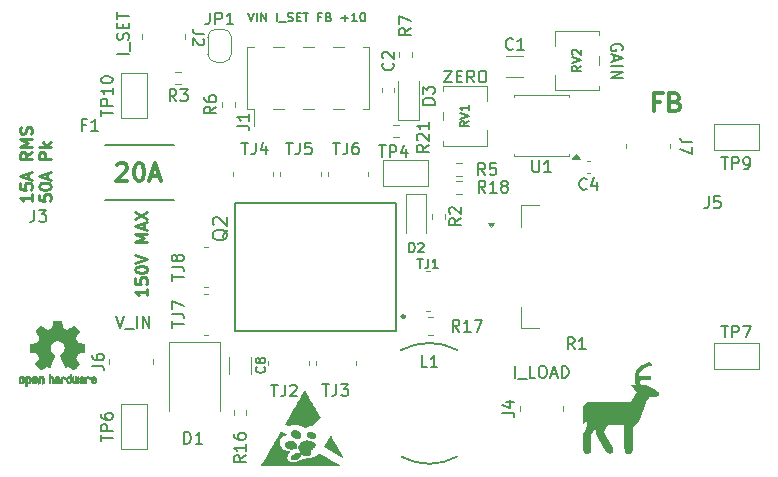
<source format=gbr>
%TF.GenerationSoftware,KiCad,Pcbnew,9.0.7*%
%TF.CreationDate,2026-02-15T21:39:57-05:00*%
%TF.ProjectId,Modular_Load,4d6f6475-6c61-4725-9f4c-6f61642e6b69,rev?*%
%TF.SameCoordinates,Original*%
%TF.FileFunction,Legend,Top*%
%TF.FilePolarity,Positive*%
%FSLAX46Y46*%
G04 Gerber Fmt 4.6, Leading zero omitted, Abs format (unit mm)*
G04 Created by KiCad (PCBNEW 9.0.7) date 2026-02-15 21:39:57*
%MOMM*%
%LPD*%
G01*
G04 APERTURE LIST*
%ADD10C,0.250000*%
%ADD11C,0.200000*%
%ADD12C,0.300000*%
%ADD13C,0.150000*%
%ADD14C,0.147710*%
%ADD15C,0.120000*%
%ADD16C,0.127000*%
%ADD17C,0.010000*%
%ADD18C,0.000000*%
G04 APERTURE END LIST*
D10*
X103114619Y-81323622D02*
X103114619Y-81895050D01*
X103114619Y-81609336D02*
X102114619Y-81609336D01*
X102114619Y-81609336D02*
X102257476Y-81704574D01*
X102257476Y-81704574D02*
X102352714Y-81799812D01*
X102352714Y-81799812D02*
X102400333Y-81895050D01*
X102114619Y-80418860D02*
X102114619Y-80895050D01*
X102114619Y-80895050D02*
X102590809Y-80942669D01*
X102590809Y-80942669D02*
X102543190Y-80895050D01*
X102543190Y-80895050D02*
X102495571Y-80799812D01*
X102495571Y-80799812D02*
X102495571Y-80561717D01*
X102495571Y-80561717D02*
X102543190Y-80466479D01*
X102543190Y-80466479D02*
X102590809Y-80418860D01*
X102590809Y-80418860D02*
X102686047Y-80371241D01*
X102686047Y-80371241D02*
X102924142Y-80371241D01*
X102924142Y-80371241D02*
X103019380Y-80418860D01*
X103019380Y-80418860D02*
X103067000Y-80466479D01*
X103067000Y-80466479D02*
X103114619Y-80561717D01*
X103114619Y-80561717D02*
X103114619Y-80799812D01*
X103114619Y-80799812D02*
X103067000Y-80895050D01*
X103067000Y-80895050D02*
X103019380Y-80942669D01*
X102114619Y-79752193D02*
X102114619Y-79656955D01*
X102114619Y-79656955D02*
X102162238Y-79561717D01*
X102162238Y-79561717D02*
X102209857Y-79514098D01*
X102209857Y-79514098D02*
X102305095Y-79466479D01*
X102305095Y-79466479D02*
X102495571Y-79418860D01*
X102495571Y-79418860D02*
X102733666Y-79418860D01*
X102733666Y-79418860D02*
X102924142Y-79466479D01*
X102924142Y-79466479D02*
X103019380Y-79514098D01*
X103019380Y-79514098D02*
X103067000Y-79561717D01*
X103067000Y-79561717D02*
X103114619Y-79656955D01*
X103114619Y-79656955D02*
X103114619Y-79752193D01*
X103114619Y-79752193D02*
X103067000Y-79847431D01*
X103067000Y-79847431D02*
X103019380Y-79895050D01*
X103019380Y-79895050D02*
X102924142Y-79942669D01*
X102924142Y-79942669D02*
X102733666Y-79990288D01*
X102733666Y-79990288D02*
X102495571Y-79990288D01*
X102495571Y-79990288D02*
X102305095Y-79942669D01*
X102305095Y-79942669D02*
X102209857Y-79895050D01*
X102209857Y-79895050D02*
X102162238Y-79847431D01*
X102162238Y-79847431D02*
X102114619Y-79752193D01*
X102114619Y-79133145D02*
X103114619Y-78799812D01*
X103114619Y-78799812D02*
X102114619Y-78466479D01*
X103114619Y-77371240D02*
X102114619Y-77371240D01*
X102114619Y-77371240D02*
X102828904Y-77037907D01*
X102828904Y-77037907D02*
X102114619Y-76704574D01*
X102114619Y-76704574D02*
X103114619Y-76704574D01*
X102828904Y-76276002D02*
X102828904Y-75799812D01*
X103114619Y-76371240D02*
X102114619Y-76037907D01*
X102114619Y-76037907D02*
X103114619Y-75704574D01*
X102114619Y-75466478D02*
X103114619Y-74799812D01*
X102114619Y-74799812D02*
X103114619Y-75466478D01*
D11*
X134269673Y-88867219D02*
X134269673Y-87867219D01*
X134507768Y-88962457D02*
X135269672Y-88962457D01*
X135983958Y-88867219D02*
X135507768Y-88867219D01*
X135507768Y-88867219D02*
X135507768Y-87867219D01*
X136507768Y-87867219D02*
X136698244Y-87867219D01*
X136698244Y-87867219D02*
X136793482Y-87914838D01*
X136793482Y-87914838D02*
X136888720Y-88010076D01*
X136888720Y-88010076D02*
X136936339Y-88200552D01*
X136936339Y-88200552D02*
X136936339Y-88533885D01*
X136936339Y-88533885D02*
X136888720Y-88724361D01*
X136888720Y-88724361D02*
X136793482Y-88819600D01*
X136793482Y-88819600D02*
X136698244Y-88867219D01*
X136698244Y-88867219D02*
X136507768Y-88867219D01*
X136507768Y-88867219D02*
X136412530Y-88819600D01*
X136412530Y-88819600D02*
X136317292Y-88724361D01*
X136317292Y-88724361D02*
X136269673Y-88533885D01*
X136269673Y-88533885D02*
X136269673Y-88200552D01*
X136269673Y-88200552D02*
X136317292Y-88010076D01*
X136317292Y-88010076D02*
X136412530Y-87914838D01*
X136412530Y-87914838D02*
X136507768Y-87867219D01*
X137317292Y-88581504D02*
X137793482Y-88581504D01*
X137222054Y-88867219D02*
X137555387Y-87867219D01*
X137555387Y-87867219D02*
X137888720Y-88867219D01*
X138222054Y-88867219D02*
X138222054Y-87867219D01*
X138222054Y-87867219D02*
X138460149Y-87867219D01*
X138460149Y-87867219D02*
X138603006Y-87914838D01*
X138603006Y-87914838D02*
X138698244Y-88010076D01*
X138698244Y-88010076D02*
X138745863Y-88105314D01*
X138745863Y-88105314D02*
X138793482Y-88295790D01*
X138793482Y-88295790D02*
X138793482Y-88438647D01*
X138793482Y-88438647D02*
X138745863Y-88629123D01*
X138745863Y-88629123D02*
X138698244Y-88724361D01*
X138698244Y-88724361D02*
X138603006Y-88819600D01*
X138603006Y-88819600D02*
X138460149Y-88867219D01*
X138460149Y-88867219D02*
X138222054Y-88867219D01*
D12*
X100583082Y-70843685D02*
X100654510Y-70772257D01*
X100654510Y-70772257D02*
X100797368Y-70700828D01*
X100797368Y-70700828D02*
X101154510Y-70700828D01*
X101154510Y-70700828D02*
X101297368Y-70772257D01*
X101297368Y-70772257D02*
X101368796Y-70843685D01*
X101368796Y-70843685D02*
X101440225Y-70986542D01*
X101440225Y-70986542D02*
X101440225Y-71129400D01*
X101440225Y-71129400D02*
X101368796Y-71343685D01*
X101368796Y-71343685D02*
X100511653Y-72200828D01*
X100511653Y-72200828D02*
X101440225Y-72200828D01*
X102368796Y-70700828D02*
X102511653Y-70700828D01*
X102511653Y-70700828D02*
X102654510Y-70772257D01*
X102654510Y-70772257D02*
X102725939Y-70843685D01*
X102725939Y-70843685D02*
X102797367Y-70986542D01*
X102797367Y-70986542D02*
X102868796Y-71272257D01*
X102868796Y-71272257D02*
X102868796Y-71629400D01*
X102868796Y-71629400D02*
X102797367Y-71915114D01*
X102797367Y-71915114D02*
X102725939Y-72057971D01*
X102725939Y-72057971D02*
X102654510Y-72129400D01*
X102654510Y-72129400D02*
X102511653Y-72200828D01*
X102511653Y-72200828D02*
X102368796Y-72200828D01*
X102368796Y-72200828D02*
X102225939Y-72129400D01*
X102225939Y-72129400D02*
X102154510Y-72057971D01*
X102154510Y-72057971D02*
X102083081Y-71915114D01*
X102083081Y-71915114D02*
X102011653Y-71629400D01*
X102011653Y-71629400D02*
X102011653Y-71272257D01*
X102011653Y-71272257D02*
X102083081Y-70986542D01*
X102083081Y-70986542D02*
X102154510Y-70843685D01*
X102154510Y-70843685D02*
X102225939Y-70772257D01*
X102225939Y-70772257D02*
X102368796Y-70700828D01*
X103440224Y-71772257D02*
X104154510Y-71772257D01*
X103297367Y-72200828D02*
X103797367Y-70700828D01*
X103797367Y-70700828D02*
X104297367Y-72200828D01*
D11*
X143335161Y-61143482D02*
X143382780Y-61048244D01*
X143382780Y-61048244D02*
X143382780Y-60905387D01*
X143382780Y-60905387D02*
X143335161Y-60762530D01*
X143335161Y-60762530D02*
X143239923Y-60667292D01*
X143239923Y-60667292D02*
X143144685Y-60619673D01*
X143144685Y-60619673D02*
X142954209Y-60572054D01*
X142954209Y-60572054D02*
X142811352Y-60572054D01*
X142811352Y-60572054D02*
X142620876Y-60619673D01*
X142620876Y-60619673D02*
X142525638Y-60667292D01*
X142525638Y-60667292D02*
X142430400Y-60762530D01*
X142430400Y-60762530D02*
X142382780Y-60905387D01*
X142382780Y-60905387D02*
X142382780Y-61000625D01*
X142382780Y-61000625D02*
X142430400Y-61143482D01*
X142430400Y-61143482D02*
X142478019Y-61191101D01*
X142478019Y-61191101D02*
X142811352Y-61191101D01*
X142811352Y-61191101D02*
X142811352Y-61000625D01*
X142668495Y-61572054D02*
X142668495Y-62048244D01*
X142382780Y-61476816D02*
X143382780Y-61810149D01*
X143382780Y-61810149D02*
X142382780Y-62143482D01*
X142382780Y-62476816D02*
X143382780Y-62476816D01*
X142382780Y-62953006D02*
X143382780Y-62953006D01*
X143382780Y-62953006D02*
X142382780Y-63524434D01*
X142382780Y-63524434D02*
X143382780Y-63524434D01*
D10*
X93354675Y-73323622D02*
X93354675Y-73895050D01*
X93354675Y-73609336D02*
X92354675Y-73609336D01*
X92354675Y-73609336D02*
X92497532Y-73704574D01*
X92497532Y-73704574D02*
X92592770Y-73799812D01*
X92592770Y-73799812D02*
X92640389Y-73895050D01*
X92354675Y-72418860D02*
X92354675Y-72895050D01*
X92354675Y-72895050D02*
X92830865Y-72942669D01*
X92830865Y-72942669D02*
X92783246Y-72895050D01*
X92783246Y-72895050D02*
X92735627Y-72799812D01*
X92735627Y-72799812D02*
X92735627Y-72561717D01*
X92735627Y-72561717D02*
X92783246Y-72466479D01*
X92783246Y-72466479D02*
X92830865Y-72418860D01*
X92830865Y-72418860D02*
X92926103Y-72371241D01*
X92926103Y-72371241D02*
X93164198Y-72371241D01*
X93164198Y-72371241D02*
X93259436Y-72418860D01*
X93259436Y-72418860D02*
X93307056Y-72466479D01*
X93307056Y-72466479D02*
X93354675Y-72561717D01*
X93354675Y-72561717D02*
X93354675Y-72799812D01*
X93354675Y-72799812D02*
X93307056Y-72895050D01*
X93307056Y-72895050D02*
X93259436Y-72942669D01*
X93068960Y-71990288D02*
X93068960Y-71514098D01*
X93354675Y-72085526D02*
X92354675Y-71752193D01*
X92354675Y-71752193D02*
X93354675Y-71418860D01*
X93354675Y-69752193D02*
X92878484Y-70085526D01*
X93354675Y-70323621D02*
X92354675Y-70323621D01*
X92354675Y-70323621D02*
X92354675Y-69942669D01*
X92354675Y-69942669D02*
X92402294Y-69847431D01*
X92402294Y-69847431D02*
X92449913Y-69799812D01*
X92449913Y-69799812D02*
X92545151Y-69752193D01*
X92545151Y-69752193D02*
X92688008Y-69752193D01*
X92688008Y-69752193D02*
X92783246Y-69799812D01*
X92783246Y-69799812D02*
X92830865Y-69847431D01*
X92830865Y-69847431D02*
X92878484Y-69942669D01*
X92878484Y-69942669D02*
X92878484Y-70323621D01*
X93354675Y-69323621D02*
X92354675Y-69323621D01*
X92354675Y-69323621D02*
X93068960Y-68990288D01*
X93068960Y-68990288D02*
X92354675Y-68656955D01*
X92354675Y-68656955D02*
X93354675Y-68656955D01*
X93307056Y-68228383D02*
X93354675Y-68085526D01*
X93354675Y-68085526D02*
X93354675Y-67847431D01*
X93354675Y-67847431D02*
X93307056Y-67752193D01*
X93307056Y-67752193D02*
X93259436Y-67704574D01*
X93259436Y-67704574D02*
X93164198Y-67656955D01*
X93164198Y-67656955D02*
X93068960Y-67656955D01*
X93068960Y-67656955D02*
X92973722Y-67704574D01*
X92973722Y-67704574D02*
X92926103Y-67752193D01*
X92926103Y-67752193D02*
X92878484Y-67847431D01*
X92878484Y-67847431D02*
X92830865Y-68037907D01*
X92830865Y-68037907D02*
X92783246Y-68133145D01*
X92783246Y-68133145D02*
X92735627Y-68180764D01*
X92735627Y-68180764D02*
X92640389Y-68228383D01*
X92640389Y-68228383D02*
X92545151Y-68228383D01*
X92545151Y-68228383D02*
X92449913Y-68180764D01*
X92449913Y-68180764D02*
X92402294Y-68133145D01*
X92402294Y-68133145D02*
X92354675Y-68037907D01*
X92354675Y-68037907D02*
X92354675Y-67799812D01*
X92354675Y-67799812D02*
X92402294Y-67656955D01*
X93964619Y-73371241D02*
X93964619Y-73847431D01*
X93964619Y-73847431D02*
X94440809Y-73895050D01*
X94440809Y-73895050D02*
X94393190Y-73847431D01*
X94393190Y-73847431D02*
X94345571Y-73752193D01*
X94345571Y-73752193D02*
X94345571Y-73514098D01*
X94345571Y-73514098D02*
X94393190Y-73418860D01*
X94393190Y-73418860D02*
X94440809Y-73371241D01*
X94440809Y-73371241D02*
X94536047Y-73323622D01*
X94536047Y-73323622D02*
X94774142Y-73323622D01*
X94774142Y-73323622D02*
X94869380Y-73371241D01*
X94869380Y-73371241D02*
X94917000Y-73418860D01*
X94917000Y-73418860D02*
X94964619Y-73514098D01*
X94964619Y-73514098D02*
X94964619Y-73752193D01*
X94964619Y-73752193D02*
X94917000Y-73847431D01*
X94917000Y-73847431D02*
X94869380Y-73895050D01*
X93964619Y-72704574D02*
X93964619Y-72609336D01*
X93964619Y-72609336D02*
X94012238Y-72514098D01*
X94012238Y-72514098D02*
X94059857Y-72466479D01*
X94059857Y-72466479D02*
X94155095Y-72418860D01*
X94155095Y-72418860D02*
X94345571Y-72371241D01*
X94345571Y-72371241D02*
X94583666Y-72371241D01*
X94583666Y-72371241D02*
X94774142Y-72418860D01*
X94774142Y-72418860D02*
X94869380Y-72466479D01*
X94869380Y-72466479D02*
X94917000Y-72514098D01*
X94917000Y-72514098D02*
X94964619Y-72609336D01*
X94964619Y-72609336D02*
X94964619Y-72704574D01*
X94964619Y-72704574D02*
X94917000Y-72799812D01*
X94917000Y-72799812D02*
X94869380Y-72847431D01*
X94869380Y-72847431D02*
X94774142Y-72895050D01*
X94774142Y-72895050D02*
X94583666Y-72942669D01*
X94583666Y-72942669D02*
X94345571Y-72942669D01*
X94345571Y-72942669D02*
X94155095Y-72895050D01*
X94155095Y-72895050D02*
X94059857Y-72847431D01*
X94059857Y-72847431D02*
X94012238Y-72799812D01*
X94012238Y-72799812D02*
X93964619Y-72704574D01*
X94678904Y-71990288D02*
X94678904Y-71514098D01*
X94964619Y-72085526D02*
X93964619Y-71752193D01*
X93964619Y-71752193D02*
X94964619Y-71418860D01*
X94964619Y-70323621D02*
X93964619Y-70323621D01*
X93964619Y-70323621D02*
X93964619Y-69942669D01*
X93964619Y-69942669D02*
X94012238Y-69847431D01*
X94012238Y-69847431D02*
X94059857Y-69799812D01*
X94059857Y-69799812D02*
X94155095Y-69752193D01*
X94155095Y-69752193D02*
X94297952Y-69752193D01*
X94297952Y-69752193D02*
X94393190Y-69799812D01*
X94393190Y-69799812D02*
X94440809Y-69847431D01*
X94440809Y-69847431D02*
X94488428Y-69942669D01*
X94488428Y-69942669D02*
X94488428Y-70323621D01*
X94964619Y-69323621D02*
X93964619Y-69323621D01*
X94583666Y-69228383D02*
X94964619Y-68942669D01*
X94297952Y-68942669D02*
X94678904Y-69323621D01*
D11*
X128274435Y-62867219D02*
X128941101Y-62867219D01*
X128941101Y-62867219D02*
X128274435Y-63867219D01*
X128274435Y-63867219D02*
X128941101Y-63867219D01*
X129322054Y-63343409D02*
X129655387Y-63343409D01*
X129798244Y-63867219D02*
X129322054Y-63867219D01*
X129322054Y-63867219D02*
X129322054Y-62867219D01*
X129322054Y-62867219D02*
X129798244Y-62867219D01*
X130798244Y-63867219D02*
X130464911Y-63391028D01*
X130226816Y-63867219D02*
X130226816Y-62867219D01*
X130226816Y-62867219D02*
X130607768Y-62867219D01*
X130607768Y-62867219D02*
X130703006Y-62914838D01*
X130703006Y-62914838D02*
X130750625Y-62962457D01*
X130750625Y-62962457D02*
X130798244Y-63057695D01*
X130798244Y-63057695D02*
X130798244Y-63200552D01*
X130798244Y-63200552D02*
X130750625Y-63295790D01*
X130750625Y-63295790D02*
X130703006Y-63343409D01*
X130703006Y-63343409D02*
X130607768Y-63391028D01*
X130607768Y-63391028D02*
X130226816Y-63391028D01*
X131417292Y-62867219D02*
X131607768Y-62867219D01*
X131607768Y-62867219D02*
X131703006Y-62914838D01*
X131703006Y-62914838D02*
X131798244Y-63010076D01*
X131798244Y-63010076D02*
X131845863Y-63200552D01*
X131845863Y-63200552D02*
X131845863Y-63533885D01*
X131845863Y-63533885D02*
X131798244Y-63724361D01*
X131798244Y-63724361D02*
X131703006Y-63819600D01*
X131703006Y-63819600D02*
X131607768Y-63867219D01*
X131607768Y-63867219D02*
X131417292Y-63867219D01*
X131417292Y-63867219D02*
X131322054Y-63819600D01*
X131322054Y-63819600D02*
X131226816Y-63724361D01*
X131226816Y-63724361D02*
X131179197Y-63533885D01*
X131179197Y-63533885D02*
X131179197Y-63200552D01*
X131179197Y-63200552D02*
X131226816Y-63010076D01*
X131226816Y-63010076D02*
X131322054Y-62914838D01*
X131322054Y-62914838D02*
X131417292Y-62867219D01*
D12*
X146554510Y-65515114D02*
X146054510Y-65515114D01*
X146054510Y-66300828D02*
X146054510Y-64800828D01*
X146054510Y-64800828D02*
X146768796Y-64800828D01*
X147840224Y-65515114D02*
X148054510Y-65586542D01*
X148054510Y-65586542D02*
X148125939Y-65657971D01*
X148125939Y-65657971D02*
X148197367Y-65800828D01*
X148197367Y-65800828D02*
X148197367Y-66015114D01*
X148197367Y-66015114D02*
X148125939Y-66157971D01*
X148125939Y-66157971D02*
X148054510Y-66229400D01*
X148054510Y-66229400D02*
X147911653Y-66300828D01*
X147911653Y-66300828D02*
X147340224Y-66300828D01*
X147340224Y-66300828D02*
X147340224Y-64800828D01*
X147340224Y-64800828D02*
X147840224Y-64800828D01*
X147840224Y-64800828D02*
X147983082Y-64872257D01*
X147983082Y-64872257D02*
X148054510Y-64943685D01*
X148054510Y-64943685D02*
X148125939Y-65086542D01*
X148125939Y-65086542D02*
X148125939Y-65229400D01*
X148125939Y-65229400D02*
X148054510Y-65372257D01*
X148054510Y-65372257D02*
X147983082Y-65443685D01*
X147983082Y-65443685D02*
X147840224Y-65515114D01*
X147840224Y-65515114D02*
X147340224Y-65515114D01*
D13*
X101569819Y-61463220D02*
X100569819Y-61463220D01*
X101665057Y-61225126D02*
X101665057Y-60463221D01*
X101522200Y-60272744D02*
X101569819Y-60129887D01*
X101569819Y-60129887D02*
X101569819Y-59891792D01*
X101569819Y-59891792D02*
X101522200Y-59796554D01*
X101522200Y-59796554D02*
X101474580Y-59748935D01*
X101474580Y-59748935D02*
X101379342Y-59701316D01*
X101379342Y-59701316D02*
X101284104Y-59701316D01*
X101284104Y-59701316D02*
X101188866Y-59748935D01*
X101188866Y-59748935D02*
X101141247Y-59796554D01*
X101141247Y-59796554D02*
X101093628Y-59891792D01*
X101093628Y-59891792D02*
X101046009Y-60082268D01*
X101046009Y-60082268D02*
X100998390Y-60177506D01*
X100998390Y-60177506D02*
X100950771Y-60225125D01*
X100950771Y-60225125D02*
X100855533Y-60272744D01*
X100855533Y-60272744D02*
X100760295Y-60272744D01*
X100760295Y-60272744D02*
X100665057Y-60225125D01*
X100665057Y-60225125D02*
X100617438Y-60177506D01*
X100617438Y-60177506D02*
X100569819Y-60082268D01*
X100569819Y-60082268D02*
X100569819Y-59844173D01*
X100569819Y-59844173D02*
X100617438Y-59701316D01*
X101046009Y-59272744D02*
X101046009Y-58939411D01*
X101569819Y-58796554D02*
X101569819Y-59272744D01*
X101569819Y-59272744D02*
X100569819Y-59272744D01*
X100569819Y-59272744D02*
X100569819Y-58796554D01*
X100569819Y-58510839D02*
X100569819Y-57939411D01*
X101569819Y-58225125D02*
X100569819Y-58225125D01*
X111670112Y-57950414D02*
X111920112Y-58700414D01*
X111920112Y-58700414D02*
X112170112Y-57950414D01*
X112420112Y-58700414D02*
X112420112Y-57950414D01*
X112777255Y-58700414D02*
X112777255Y-57950414D01*
X112777255Y-57950414D02*
X113205826Y-58700414D01*
X113205826Y-58700414D02*
X113205826Y-57950414D01*
X114134398Y-58700414D02*
X114134398Y-57950414D01*
X114312970Y-58771842D02*
X114884398Y-58771842D01*
X115027256Y-58664700D02*
X115134399Y-58700414D01*
X115134399Y-58700414D02*
X115312970Y-58700414D01*
X115312970Y-58700414D02*
X115384399Y-58664700D01*
X115384399Y-58664700D02*
X115420113Y-58628985D01*
X115420113Y-58628985D02*
X115455827Y-58557557D01*
X115455827Y-58557557D02*
X115455827Y-58486128D01*
X115455827Y-58486128D02*
X115420113Y-58414700D01*
X115420113Y-58414700D02*
X115384399Y-58378985D01*
X115384399Y-58378985D02*
X115312970Y-58343271D01*
X115312970Y-58343271D02*
X115170113Y-58307557D01*
X115170113Y-58307557D02*
X115098684Y-58271842D01*
X115098684Y-58271842D02*
X115062970Y-58236128D01*
X115062970Y-58236128D02*
X115027256Y-58164700D01*
X115027256Y-58164700D02*
X115027256Y-58093271D01*
X115027256Y-58093271D02*
X115062970Y-58021842D01*
X115062970Y-58021842D02*
X115098684Y-57986128D01*
X115098684Y-57986128D02*
X115170113Y-57950414D01*
X115170113Y-57950414D02*
X115348684Y-57950414D01*
X115348684Y-57950414D02*
X115455827Y-57986128D01*
X115777256Y-58307557D02*
X116027256Y-58307557D01*
X116134399Y-58700414D02*
X115777256Y-58700414D01*
X115777256Y-58700414D02*
X115777256Y-57950414D01*
X115777256Y-57950414D02*
X116134399Y-57950414D01*
X116348684Y-57950414D02*
X116777256Y-57950414D01*
X116562970Y-58700414D02*
X116562970Y-57950414D01*
X117848685Y-58307557D02*
X117598685Y-58307557D01*
X117598685Y-58700414D02*
X117598685Y-57950414D01*
X117598685Y-57950414D02*
X117955828Y-57950414D01*
X118491542Y-58307557D02*
X118598685Y-58343271D01*
X118598685Y-58343271D02*
X118634399Y-58378985D01*
X118634399Y-58378985D02*
X118670113Y-58450414D01*
X118670113Y-58450414D02*
X118670113Y-58557557D01*
X118670113Y-58557557D02*
X118634399Y-58628985D01*
X118634399Y-58628985D02*
X118598685Y-58664700D01*
X118598685Y-58664700D02*
X118527256Y-58700414D01*
X118527256Y-58700414D02*
X118241542Y-58700414D01*
X118241542Y-58700414D02*
X118241542Y-57950414D01*
X118241542Y-57950414D02*
X118491542Y-57950414D01*
X118491542Y-57950414D02*
X118562971Y-57986128D01*
X118562971Y-57986128D02*
X118598685Y-58021842D01*
X118598685Y-58021842D02*
X118634399Y-58093271D01*
X118634399Y-58093271D02*
X118634399Y-58164700D01*
X118634399Y-58164700D02*
X118598685Y-58236128D01*
X118598685Y-58236128D02*
X118562971Y-58271842D01*
X118562971Y-58271842D02*
X118491542Y-58307557D01*
X118491542Y-58307557D02*
X118241542Y-58307557D01*
X119562971Y-58414700D02*
X120134400Y-58414700D01*
X119848685Y-58700414D02*
X119848685Y-58128985D01*
X120884399Y-58700414D02*
X120455828Y-58700414D01*
X120670113Y-58700414D02*
X120670113Y-57950414D01*
X120670113Y-57950414D02*
X120598685Y-58057557D01*
X120598685Y-58057557D02*
X120527256Y-58128985D01*
X120527256Y-58128985D02*
X120455828Y-58164700D01*
X121348685Y-57950414D02*
X121420114Y-57950414D01*
X121420114Y-57950414D02*
X121491542Y-57986128D01*
X121491542Y-57986128D02*
X121527257Y-58021842D01*
X121527257Y-58021842D02*
X121562971Y-58093271D01*
X121562971Y-58093271D02*
X121598685Y-58236128D01*
X121598685Y-58236128D02*
X121598685Y-58414700D01*
X121598685Y-58414700D02*
X121562971Y-58557557D01*
X121562971Y-58557557D02*
X121527257Y-58628985D01*
X121527257Y-58628985D02*
X121491542Y-58664700D01*
X121491542Y-58664700D02*
X121420114Y-58700414D01*
X121420114Y-58700414D02*
X121348685Y-58700414D01*
X121348685Y-58700414D02*
X121277257Y-58664700D01*
X121277257Y-58664700D02*
X121241542Y-58628985D01*
X121241542Y-58628985D02*
X121205828Y-58557557D01*
X121205828Y-58557557D02*
X121170114Y-58414700D01*
X121170114Y-58414700D02*
X121170114Y-58236128D01*
X121170114Y-58236128D02*
X121205828Y-58093271D01*
X121205828Y-58093271D02*
X121241542Y-58021842D01*
X121241542Y-58021842D02*
X121277257Y-57986128D01*
X121277257Y-57986128D02*
X121348685Y-57950414D01*
X100493922Y-83669819D02*
X100827255Y-84669819D01*
X100827255Y-84669819D02*
X101160588Y-83669819D01*
X101255827Y-84765057D02*
X102017731Y-84765057D01*
X102255827Y-84669819D02*
X102255827Y-83669819D01*
X102732017Y-84669819D02*
X102732017Y-83669819D01*
X102732017Y-83669819D02*
X103303445Y-84669819D01*
X103303445Y-84669819D02*
X103303445Y-83669819D01*
X125985714Y-78812295D02*
X126442857Y-78812295D01*
X126214285Y-79612295D02*
X126214285Y-78812295D01*
X126938095Y-78812295D02*
X126938095Y-79383723D01*
X126938095Y-79383723D02*
X126900000Y-79498009D01*
X126900000Y-79498009D02*
X126823809Y-79574200D01*
X126823809Y-79574200D02*
X126709524Y-79612295D01*
X126709524Y-79612295D02*
X126633333Y-79612295D01*
X127738095Y-79612295D02*
X127280952Y-79612295D01*
X127509524Y-79612295D02*
X127509524Y-78812295D01*
X127509524Y-78812295D02*
X127433333Y-78926580D01*
X127433333Y-78926580D02*
X127357143Y-79002771D01*
X127357143Y-79002771D02*
X127280952Y-79040866D01*
X123909580Y-62216666D02*
X123957200Y-62264285D01*
X123957200Y-62264285D02*
X124004819Y-62407142D01*
X124004819Y-62407142D02*
X124004819Y-62502380D01*
X124004819Y-62502380D02*
X123957200Y-62645237D01*
X123957200Y-62645237D02*
X123861961Y-62740475D01*
X123861961Y-62740475D02*
X123766723Y-62788094D01*
X123766723Y-62788094D02*
X123576247Y-62835713D01*
X123576247Y-62835713D02*
X123433390Y-62835713D01*
X123433390Y-62835713D02*
X123242914Y-62788094D01*
X123242914Y-62788094D02*
X123147676Y-62740475D01*
X123147676Y-62740475D02*
X123052438Y-62645237D01*
X123052438Y-62645237D02*
X123004819Y-62502380D01*
X123004819Y-62502380D02*
X123004819Y-62407142D01*
X123004819Y-62407142D02*
X123052438Y-62264285D01*
X123052438Y-62264285D02*
X123100057Y-62216666D01*
X123100057Y-61835713D02*
X123052438Y-61788094D01*
X123052438Y-61788094D02*
X123004819Y-61692856D01*
X123004819Y-61692856D02*
X123004819Y-61454761D01*
X123004819Y-61454761D02*
X123052438Y-61359523D01*
X123052438Y-61359523D02*
X123100057Y-61311904D01*
X123100057Y-61311904D02*
X123195295Y-61264285D01*
X123195295Y-61264285D02*
X123290533Y-61264285D01*
X123290533Y-61264285D02*
X123433390Y-61311904D01*
X123433390Y-61311904D02*
X124004819Y-61883332D01*
X124004819Y-61883332D02*
X124004819Y-61264285D01*
X98454819Y-87833333D02*
X99169104Y-87833333D01*
X99169104Y-87833333D02*
X99311961Y-87880952D01*
X99311961Y-87880952D02*
X99407200Y-87976190D01*
X99407200Y-87976190D02*
X99454819Y-88119047D01*
X99454819Y-88119047D02*
X99454819Y-88214285D01*
X98454819Y-86928571D02*
X98454819Y-87119047D01*
X98454819Y-87119047D02*
X98502438Y-87214285D01*
X98502438Y-87214285D02*
X98550057Y-87261904D01*
X98550057Y-87261904D02*
X98692914Y-87357142D01*
X98692914Y-87357142D02*
X98883390Y-87404761D01*
X98883390Y-87404761D02*
X99264342Y-87404761D01*
X99264342Y-87404761D02*
X99359580Y-87357142D01*
X99359580Y-87357142D02*
X99407200Y-87309523D01*
X99407200Y-87309523D02*
X99454819Y-87214285D01*
X99454819Y-87214285D02*
X99454819Y-87023809D01*
X99454819Y-87023809D02*
X99407200Y-86928571D01*
X99407200Y-86928571D02*
X99359580Y-86880952D01*
X99359580Y-86880952D02*
X99264342Y-86833333D01*
X99264342Y-86833333D02*
X99026247Y-86833333D01*
X99026247Y-86833333D02*
X98931009Y-86880952D01*
X98931009Y-86880952D02*
X98883390Y-86928571D01*
X98883390Y-86928571D02*
X98835771Y-87023809D01*
X98835771Y-87023809D02*
X98835771Y-87214285D01*
X98835771Y-87214285D02*
X98883390Y-87309523D01*
X98883390Y-87309523D02*
X98931009Y-87357142D01*
X98931009Y-87357142D02*
X99026247Y-87404761D01*
X93566666Y-74654819D02*
X93566666Y-75369104D01*
X93566666Y-75369104D02*
X93519047Y-75511961D01*
X93519047Y-75511961D02*
X93423809Y-75607200D01*
X93423809Y-75607200D02*
X93280952Y-75654819D01*
X93280952Y-75654819D02*
X93185714Y-75654819D01*
X93947619Y-74654819D02*
X94566666Y-74654819D01*
X94566666Y-74654819D02*
X94233333Y-75035771D01*
X94233333Y-75035771D02*
X94376190Y-75035771D01*
X94376190Y-75035771D02*
X94471428Y-75083390D01*
X94471428Y-75083390D02*
X94519047Y-75131009D01*
X94519047Y-75131009D02*
X94566666Y-75226247D01*
X94566666Y-75226247D02*
X94566666Y-75464342D01*
X94566666Y-75464342D02*
X94519047Y-75559580D01*
X94519047Y-75559580D02*
X94471428Y-75607200D01*
X94471428Y-75607200D02*
X94376190Y-75654819D01*
X94376190Y-75654819D02*
X94090476Y-75654819D01*
X94090476Y-75654819D02*
X93995238Y-75607200D01*
X93995238Y-75607200D02*
X93947619Y-75559580D01*
X97916666Y-67431009D02*
X97583333Y-67431009D01*
X97583333Y-67954819D02*
X97583333Y-66954819D01*
X97583333Y-66954819D02*
X98059523Y-66954819D01*
X98964285Y-67954819D02*
X98392857Y-67954819D01*
X98678571Y-67954819D02*
X98678571Y-66954819D01*
X98678571Y-66954819D02*
X98583333Y-67097676D01*
X98583333Y-67097676D02*
X98488095Y-67192914D01*
X98488095Y-67192914D02*
X98392857Y-67240533D01*
X151738095Y-70204819D02*
X152309523Y-70204819D01*
X152023809Y-71204819D02*
X152023809Y-70204819D01*
X152642857Y-71204819D02*
X152642857Y-70204819D01*
X152642857Y-70204819D02*
X153023809Y-70204819D01*
X153023809Y-70204819D02*
X153119047Y-70252438D01*
X153119047Y-70252438D02*
X153166666Y-70300057D01*
X153166666Y-70300057D02*
X153214285Y-70395295D01*
X153214285Y-70395295D02*
X153214285Y-70538152D01*
X153214285Y-70538152D02*
X153166666Y-70633390D01*
X153166666Y-70633390D02*
X153119047Y-70681009D01*
X153119047Y-70681009D02*
X153023809Y-70728628D01*
X153023809Y-70728628D02*
X152642857Y-70728628D01*
X153690476Y-71204819D02*
X153880952Y-71204819D01*
X153880952Y-71204819D02*
X153976190Y-71157200D01*
X153976190Y-71157200D02*
X154023809Y-71109580D01*
X154023809Y-71109580D02*
X154119047Y-70966723D01*
X154119047Y-70966723D02*
X154166666Y-70776247D01*
X154166666Y-70776247D02*
X154166666Y-70395295D01*
X154166666Y-70395295D02*
X154119047Y-70300057D01*
X154119047Y-70300057D02*
X154071428Y-70252438D01*
X154071428Y-70252438D02*
X153976190Y-70204819D01*
X153976190Y-70204819D02*
X153785714Y-70204819D01*
X153785714Y-70204819D02*
X153690476Y-70252438D01*
X153690476Y-70252438D02*
X153642857Y-70300057D01*
X153642857Y-70300057D02*
X153595238Y-70395295D01*
X153595238Y-70395295D02*
X153595238Y-70633390D01*
X153595238Y-70633390D02*
X153642857Y-70728628D01*
X153642857Y-70728628D02*
X153690476Y-70776247D01*
X153690476Y-70776247D02*
X153785714Y-70823866D01*
X153785714Y-70823866D02*
X153976190Y-70823866D01*
X153976190Y-70823866D02*
X154071428Y-70776247D01*
X154071428Y-70776247D02*
X154119047Y-70728628D01*
X154119047Y-70728628D02*
X154166666Y-70633390D01*
X105583333Y-65454819D02*
X105250000Y-64978628D01*
X105011905Y-65454819D02*
X105011905Y-64454819D01*
X105011905Y-64454819D02*
X105392857Y-64454819D01*
X105392857Y-64454819D02*
X105488095Y-64502438D01*
X105488095Y-64502438D02*
X105535714Y-64550057D01*
X105535714Y-64550057D02*
X105583333Y-64645295D01*
X105583333Y-64645295D02*
X105583333Y-64788152D01*
X105583333Y-64788152D02*
X105535714Y-64883390D01*
X105535714Y-64883390D02*
X105488095Y-64931009D01*
X105488095Y-64931009D02*
X105392857Y-64978628D01*
X105392857Y-64978628D02*
X105011905Y-64978628D01*
X105916667Y-64454819D02*
X106535714Y-64454819D01*
X106535714Y-64454819D02*
X106202381Y-64835771D01*
X106202381Y-64835771D02*
X106345238Y-64835771D01*
X106345238Y-64835771D02*
X106440476Y-64883390D01*
X106440476Y-64883390D02*
X106488095Y-64931009D01*
X106488095Y-64931009D02*
X106535714Y-65026247D01*
X106535714Y-65026247D02*
X106535714Y-65264342D01*
X106535714Y-65264342D02*
X106488095Y-65359580D01*
X106488095Y-65359580D02*
X106440476Y-65407200D01*
X106440476Y-65407200D02*
X106345238Y-65454819D01*
X106345238Y-65454819D02*
X106059524Y-65454819D01*
X106059524Y-65454819D02*
X105964286Y-65407200D01*
X105964286Y-65407200D02*
X105916667Y-65359580D01*
X113036104Y-87933332D02*
X113074200Y-87971428D01*
X113074200Y-87971428D02*
X113112295Y-88085713D01*
X113112295Y-88085713D02*
X113112295Y-88161904D01*
X113112295Y-88161904D02*
X113074200Y-88276190D01*
X113074200Y-88276190D02*
X112998009Y-88352380D01*
X112998009Y-88352380D02*
X112921819Y-88390475D01*
X112921819Y-88390475D02*
X112769438Y-88428571D01*
X112769438Y-88428571D02*
X112655152Y-88428571D01*
X112655152Y-88428571D02*
X112502771Y-88390475D01*
X112502771Y-88390475D02*
X112426580Y-88352380D01*
X112426580Y-88352380D02*
X112350390Y-88276190D01*
X112350390Y-88276190D02*
X112312295Y-88161904D01*
X112312295Y-88161904D02*
X112312295Y-88085713D01*
X112312295Y-88085713D02*
X112350390Y-87971428D01*
X112350390Y-87971428D02*
X112388485Y-87933332D01*
X112655152Y-87476190D02*
X112617057Y-87552380D01*
X112617057Y-87552380D02*
X112578961Y-87590475D01*
X112578961Y-87590475D02*
X112502771Y-87628571D01*
X112502771Y-87628571D02*
X112464676Y-87628571D01*
X112464676Y-87628571D02*
X112388485Y-87590475D01*
X112388485Y-87590475D02*
X112350390Y-87552380D01*
X112350390Y-87552380D02*
X112312295Y-87476190D01*
X112312295Y-87476190D02*
X112312295Y-87323809D01*
X112312295Y-87323809D02*
X112350390Y-87247618D01*
X112350390Y-87247618D02*
X112388485Y-87209523D01*
X112388485Y-87209523D02*
X112464676Y-87171428D01*
X112464676Y-87171428D02*
X112502771Y-87171428D01*
X112502771Y-87171428D02*
X112578961Y-87209523D01*
X112578961Y-87209523D02*
X112617057Y-87247618D01*
X112617057Y-87247618D02*
X112655152Y-87323809D01*
X112655152Y-87323809D02*
X112655152Y-87476190D01*
X112655152Y-87476190D02*
X112693247Y-87552380D01*
X112693247Y-87552380D02*
X112731342Y-87590475D01*
X112731342Y-87590475D02*
X112807533Y-87628571D01*
X112807533Y-87628571D02*
X112959914Y-87628571D01*
X112959914Y-87628571D02*
X113036104Y-87590475D01*
X113036104Y-87590475D02*
X113074200Y-87552380D01*
X113074200Y-87552380D02*
X113112295Y-87476190D01*
X113112295Y-87476190D02*
X113112295Y-87323809D01*
X113112295Y-87323809D02*
X113074200Y-87247618D01*
X113074200Y-87247618D02*
X113036104Y-87209523D01*
X113036104Y-87209523D02*
X112959914Y-87171428D01*
X112959914Y-87171428D02*
X112807533Y-87171428D01*
X112807533Y-87171428D02*
X112731342Y-87209523D01*
X112731342Y-87209523D02*
X112693247Y-87247618D01*
X112693247Y-87247618D02*
X112655152Y-87323809D01*
X130339164Y-67146428D02*
X129982021Y-67396428D01*
X130339164Y-67574999D02*
X129589164Y-67574999D01*
X129589164Y-67574999D02*
X129589164Y-67289285D01*
X129589164Y-67289285D02*
X129624878Y-67217856D01*
X129624878Y-67217856D02*
X129660592Y-67182142D01*
X129660592Y-67182142D02*
X129732021Y-67146428D01*
X129732021Y-67146428D02*
X129839164Y-67146428D01*
X129839164Y-67146428D02*
X129910592Y-67182142D01*
X129910592Y-67182142D02*
X129946307Y-67217856D01*
X129946307Y-67217856D02*
X129982021Y-67289285D01*
X129982021Y-67289285D02*
X129982021Y-67574999D01*
X129589164Y-66932142D02*
X130339164Y-66682142D01*
X130339164Y-66682142D02*
X129589164Y-66432142D01*
X130339164Y-65789285D02*
X130339164Y-66217856D01*
X130339164Y-66003571D02*
X129589164Y-66003571D01*
X129589164Y-66003571D02*
X129696307Y-66074999D01*
X129696307Y-66074999D02*
X129767735Y-66146428D01*
X129767735Y-66146428D02*
X129803450Y-66217856D01*
X127454819Y-65738094D02*
X126454819Y-65738094D01*
X126454819Y-65738094D02*
X126454819Y-65499999D01*
X126454819Y-65499999D02*
X126502438Y-65357142D01*
X126502438Y-65357142D02*
X126597676Y-65261904D01*
X126597676Y-65261904D02*
X126692914Y-65214285D01*
X126692914Y-65214285D02*
X126883390Y-65166666D01*
X126883390Y-65166666D02*
X127026247Y-65166666D01*
X127026247Y-65166666D02*
X127216723Y-65214285D01*
X127216723Y-65214285D02*
X127311961Y-65261904D01*
X127311961Y-65261904D02*
X127407200Y-65357142D01*
X127407200Y-65357142D02*
X127454819Y-65499999D01*
X127454819Y-65499999D02*
X127454819Y-65738094D01*
X126454819Y-64833332D02*
X126454819Y-64214285D01*
X126454819Y-64214285D02*
X126835771Y-64547618D01*
X126835771Y-64547618D02*
X126835771Y-64404761D01*
X126835771Y-64404761D02*
X126883390Y-64309523D01*
X126883390Y-64309523D02*
X126931009Y-64261904D01*
X126931009Y-64261904D02*
X127026247Y-64214285D01*
X127026247Y-64214285D02*
X127264342Y-64214285D01*
X127264342Y-64214285D02*
X127359580Y-64261904D01*
X127359580Y-64261904D02*
X127407200Y-64309523D01*
X127407200Y-64309523D02*
X127454819Y-64404761D01*
X127454819Y-64404761D02*
X127454819Y-64690475D01*
X127454819Y-64690475D02*
X127407200Y-64785713D01*
X127407200Y-64785713D02*
X127359580Y-64833332D01*
X113607143Y-89454819D02*
X114178571Y-89454819D01*
X113892857Y-90454819D02*
X113892857Y-89454819D01*
X114797619Y-89454819D02*
X114797619Y-90169104D01*
X114797619Y-90169104D02*
X114750000Y-90311961D01*
X114750000Y-90311961D02*
X114654762Y-90407200D01*
X114654762Y-90407200D02*
X114511905Y-90454819D01*
X114511905Y-90454819D02*
X114416667Y-90454819D01*
X115226191Y-89550057D02*
X115273810Y-89502438D01*
X115273810Y-89502438D02*
X115369048Y-89454819D01*
X115369048Y-89454819D02*
X115607143Y-89454819D01*
X115607143Y-89454819D02*
X115702381Y-89502438D01*
X115702381Y-89502438D02*
X115750000Y-89550057D01*
X115750000Y-89550057D02*
X115797619Y-89645295D01*
X115797619Y-89645295D02*
X115797619Y-89740533D01*
X115797619Y-89740533D02*
X115750000Y-89883390D01*
X115750000Y-89883390D02*
X115178572Y-90454819D01*
X115178572Y-90454819D02*
X115797619Y-90454819D01*
X131757142Y-73204819D02*
X131423809Y-72728628D01*
X131185714Y-73204819D02*
X131185714Y-72204819D01*
X131185714Y-72204819D02*
X131566666Y-72204819D01*
X131566666Y-72204819D02*
X131661904Y-72252438D01*
X131661904Y-72252438D02*
X131709523Y-72300057D01*
X131709523Y-72300057D02*
X131757142Y-72395295D01*
X131757142Y-72395295D02*
X131757142Y-72538152D01*
X131757142Y-72538152D02*
X131709523Y-72633390D01*
X131709523Y-72633390D02*
X131661904Y-72681009D01*
X131661904Y-72681009D02*
X131566666Y-72728628D01*
X131566666Y-72728628D02*
X131185714Y-72728628D01*
X132709523Y-73204819D02*
X132138095Y-73204819D01*
X132423809Y-73204819D02*
X132423809Y-72204819D01*
X132423809Y-72204819D02*
X132328571Y-72347676D01*
X132328571Y-72347676D02*
X132233333Y-72442914D01*
X132233333Y-72442914D02*
X132138095Y-72490533D01*
X133280952Y-72633390D02*
X133185714Y-72585771D01*
X133185714Y-72585771D02*
X133138095Y-72538152D01*
X133138095Y-72538152D02*
X133090476Y-72442914D01*
X133090476Y-72442914D02*
X133090476Y-72395295D01*
X133090476Y-72395295D02*
X133138095Y-72300057D01*
X133138095Y-72300057D02*
X133185714Y-72252438D01*
X133185714Y-72252438D02*
X133280952Y-72204819D01*
X133280952Y-72204819D02*
X133471428Y-72204819D01*
X133471428Y-72204819D02*
X133566666Y-72252438D01*
X133566666Y-72252438D02*
X133614285Y-72300057D01*
X133614285Y-72300057D02*
X133661904Y-72395295D01*
X133661904Y-72395295D02*
X133661904Y-72442914D01*
X133661904Y-72442914D02*
X133614285Y-72538152D01*
X133614285Y-72538152D02*
X133566666Y-72585771D01*
X133566666Y-72585771D02*
X133471428Y-72633390D01*
X133471428Y-72633390D02*
X133280952Y-72633390D01*
X133280952Y-72633390D02*
X133185714Y-72681009D01*
X133185714Y-72681009D02*
X133138095Y-72728628D01*
X133138095Y-72728628D02*
X133090476Y-72823866D01*
X133090476Y-72823866D02*
X133090476Y-73014342D01*
X133090476Y-73014342D02*
X133138095Y-73109580D01*
X133138095Y-73109580D02*
X133185714Y-73157200D01*
X133185714Y-73157200D02*
X133280952Y-73204819D01*
X133280952Y-73204819D02*
X133471428Y-73204819D01*
X133471428Y-73204819D02*
X133566666Y-73157200D01*
X133566666Y-73157200D02*
X133614285Y-73109580D01*
X133614285Y-73109580D02*
X133661904Y-73014342D01*
X133661904Y-73014342D02*
X133661904Y-72823866D01*
X133661904Y-72823866D02*
X133614285Y-72728628D01*
X133614285Y-72728628D02*
X133566666Y-72681009D01*
X133566666Y-72681009D02*
X133471428Y-72633390D01*
X139308333Y-86454819D02*
X138975000Y-85978628D01*
X138736905Y-86454819D02*
X138736905Y-85454819D01*
X138736905Y-85454819D02*
X139117857Y-85454819D01*
X139117857Y-85454819D02*
X139213095Y-85502438D01*
X139213095Y-85502438D02*
X139260714Y-85550057D01*
X139260714Y-85550057D02*
X139308333Y-85645295D01*
X139308333Y-85645295D02*
X139308333Y-85788152D01*
X139308333Y-85788152D02*
X139260714Y-85883390D01*
X139260714Y-85883390D02*
X139213095Y-85931009D01*
X139213095Y-85931009D02*
X139117857Y-85978628D01*
X139117857Y-85978628D02*
X138736905Y-85978628D01*
X140260714Y-86454819D02*
X139689286Y-86454819D01*
X139975000Y-86454819D02*
X139975000Y-85454819D01*
X139975000Y-85454819D02*
X139879762Y-85597676D01*
X139879762Y-85597676D02*
X139784524Y-85692914D01*
X139784524Y-85692914D02*
X139689286Y-85740533D01*
X125454819Y-59266666D02*
X124978628Y-59599999D01*
X125454819Y-59838094D02*
X124454819Y-59838094D01*
X124454819Y-59838094D02*
X124454819Y-59457142D01*
X124454819Y-59457142D02*
X124502438Y-59361904D01*
X124502438Y-59361904D02*
X124550057Y-59314285D01*
X124550057Y-59314285D02*
X124645295Y-59266666D01*
X124645295Y-59266666D02*
X124788152Y-59266666D01*
X124788152Y-59266666D02*
X124883390Y-59314285D01*
X124883390Y-59314285D02*
X124931009Y-59361904D01*
X124931009Y-59361904D02*
X124978628Y-59457142D01*
X124978628Y-59457142D02*
X124978628Y-59838094D01*
X124454819Y-58933332D02*
X124454819Y-58266666D01*
X124454819Y-58266666D02*
X125454819Y-58695237D01*
X126954819Y-69142857D02*
X126478628Y-69476190D01*
X126954819Y-69714285D02*
X125954819Y-69714285D01*
X125954819Y-69714285D02*
X125954819Y-69333333D01*
X125954819Y-69333333D02*
X126002438Y-69238095D01*
X126002438Y-69238095D02*
X126050057Y-69190476D01*
X126050057Y-69190476D02*
X126145295Y-69142857D01*
X126145295Y-69142857D02*
X126288152Y-69142857D01*
X126288152Y-69142857D02*
X126383390Y-69190476D01*
X126383390Y-69190476D02*
X126431009Y-69238095D01*
X126431009Y-69238095D02*
X126478628Y-69333333D01*
X126478628Y-69333333D02*
X126478628Y-69714285D01*
X126050057Y-68761904D02*
X126002438Y-68714285D01*
X126002438Y-68714285D02*
X125954819Y-68619047D01*
X125954819Y-68619047D02*
X125954819Y-68380952D01*
X125954819Y-68380952D02*
X126002438Y-68285714D01*
X126002438Y-68285714D02*
X126050057Y-68238095D01*
X126050057Y-68238095D02*
X126145295Y-68190476D01*
X126145295Y-68190476D02*
X126240533Y-68190476D01*
X126240533Y-68190476D02*
X126383390Y-68238095D01*
X126383390Y-68238095D02*
X126954819Y-68809523D01*
X126954819Y-68809523D02*
X126954819Y-68190476D01*
X126954819Y-67238095D02*
X126954819Y-67809523D01*
X126954819Y-67523809D02*
X125954819Y-67523809D01*
X125954819Y-67523809D02*
X126097676Y-67619047D01*
X126097676Y-67619047D02*
X126192914Y-67714285D01*
X126192914Y-67714285D02*
X126240533Y-67809523D01*
X111107143Y-68954819D02*
X111678571Y-68954819D01*
X111392857Y-69954819D02*
X111392857Y-68954819D01*
X112297619Y-68954819D02*
X112297619Y-69669104D01*
X112297619Y-69669104D02*
X112250000Y-69811961D01*
X112250000Y-69811961D02*
X112154762Y-69907200D01*
X112154762Y-69907200D02*
X112011905Y-69954819D01*
X112011905Y-69954819D02*
X111916667Y-69954819D01*
X113202381Y-69288152D02*
X113202381Y-69954819D01*
X112964286Y-68907200D02*
X112726191Y-69621485D01*
X112726191Y-69621485D02*
X113345238Y-69621485D01*
X129684819Y-75366666D02*
X129208628Y-75699999D01*
X129684819Y-75938094D02*
X128684819Y-75938094D01*
X128684819Y-75938094D02*
X128684819Y-75557142D01*
X128684819Y-75557142D02*
X128732438Y-75461904D01*
X128732438Y-75461904D02*
X128780057Y-75414285D01*
X128780057Y-75414285D02*
X128875295Y-75366666D01*
X128875295Y-75366666D02*
X129018152Y-75366666D01*
X129018152Y-75366666D02*
X129113390Y-75414285D01*
X129113390Y-75414285D02*
X129161009Y-75461904D01*
X129161009Y-75461904D02*
X129208628Y-75557142D01*
X129208628Y-75557142D02*
X129208628Y-75938094D01*
X128780057Y-74985713D02*
X128732438Y-74938094D01*
X128732438Y-74938094D02*
X128684819Y-74842856D01*
X128684819Y-74842856D02*
X128684819Y-74604761D01*
X128684819Y-74604761D02*
X128732438Y-74509523D01*
X128732438Y-74509523D02*
X128780057Y-74461904D01*
X128780057Y-74461904D02*
X128875295Y-74414285D01*
X128875295Y-74414285D02*
X128970533Y-74414285D01*
X128970533Y-74414285D02*
X129113390Y-74461904D01*
X129113390Y-74461904D02*
X129684819Y-75033332D01*
X129684819Y-75033332D02*
X129684819Y-74414285D01*
X107962171Y-59723121D02*
X107247886Y-59723121D01*
X107247886Y-59723121D02*
X107105029Y-59675502D01*
X107105029Y-59675502D02*
X107009791Y-59580264D01*
X107009791Y-59580264D02*
X106962171Y-59437407D01*
X106962171Y-59437407D02*
X106962171Y-59342169D01*
X107866933Y-60151693D02*
X107914552Y-60199312D01*
X107914552Y-60199312D02*
X107962171Y-60294550D01*
X107962171Y-60294550D02*
X107962171Y-60532645D01*
X107962171Y-60532645D02*
X107914552Y-60627883D01*
X107914552Y-60627883D02*
X107866933Y-60675502D01*
X107866933Y-60675502D02*
X107771695Y-60723121D01*
X107771695Y-60723121D02*
X107676457Y-60723121D01*
X107676457Y-60723121D02*
X107533600Y-60675502D01*
X107533600Y-60675502D02*
X106962171Y-60104074D01*
X106962171Y-60104074D02*
X106962171Y-60723121D01*
X150666666Y-73519819D02*
X150666666Y-74234104D01*
X150666666Y-74234104D02*
X150619047Y-74376961D01*
X150619047Y-74376961D02*
X150523809Y-74472200D01*
X150523809Y-74472200D02*
X150380952Y-74519819D01*
X150380952Y-74519819D02*
X150285714Y-74519819D01*
X151619047Y-73519819D02*
X151142857Y-73519819D01*
X151142857Y-73519819D02*
X151095238Y-73996009D01*
X151095238Y-73996009D02*
X151142857Y-73948390D01*
X151142857Y-73948390D02*
X151238095Y-73900771D01*
X151238095Y-73900771D02*
X151476190Y-73900771D01*
X151476190Y-73900771D02*
X151571428Y-73948390D01*
X151571428Y-73948390D02*
X151619047Y-73996009D01*
X151619047Y-73996009D02*
X151666666Y-74091247D01*
X151666666Y-74091247D02*
X151666666Y-74329342D01*
X151666666Y-74329342D02*
X151619047Y-74424580D01*
X151619047Y-74424580D02*
X151571428Y-74472200D01*
X151571428Y-74472200D02*
X151476190Y-74519819D01*
X151476190Y-74519819D02*
X151238095Y-74519819D01*
X151238095Y-74519819D02*
X151142857Y-74472200D01*
X151142857Y-74472200D02*
X151095238Y-74424580D01*
X135738095Y-70454819D02*
X135738095Y-71264342D01*
X135738095Y-71264342D02*
X135785714Y-71359580D01*
X135785714Y-71359580D02*
X135833333Y-71407200D01*
X135833333Y-71407200D02*
X135928571Y-71454819D01*
X135928571Y-71454819D02*
X136119047Y-71454819D01*
X136119047Y-71454819D02*
X136214285Y-71407200D01*
X136214285Y-71407200D02*
X136261904Y-71359580D01*
X136261904Y-71359580D02*
X136309523Y-71264342D01*
X136309523Y-71264342D02*
X136309523Y-70454819D01*
X137309523Y-71454819D02*
X136738095Y-71454819D01*
X137023809Y-71454819D02*
X137023809Y-70454819D01*
X137023809Y-70454819D02*
X136928571Y-70597676D01*
X136928571Y-70597676D02*
X136833333Y-70692914D01*
X136833333Y-70692914D02*
X136738095Y-70740533D01*
X117957143Y-89404819D02*
X118528571Y-89404819D01*
X118242857Y-90404819D02*
X118242857Y-89404819D01*
X119147619Y-89404819D02*
X119147619Y-90119104D01*
X119147619Y-90119104D02*
X119100000Y-90261961D01*
X119100000Y-90261961D02*
X119004762Y-90357200D01*
X119004762Y-90357200D02*
X118861905Y-90404819D01*
X118861905Y-90404819D02*
X118766667Y-90404819D01*
X119528572Y-89404819D02*
X120147619Y-89404819D01*
X120147619Y-89404819D02*
X119814286Y-89785771D01*
X119814286Y-89785771D02*
X119957143Y-89785771D01*
X119957143Y-89785771D02*
X120052381Y-89833390D01*
X120052381Y-89833390D02*
X120100000Y-89881009D01*
X120100000Y-89881009D02*
X120147619Y-89976247D01*
X120147619Y-89976247D02*
X120147619Y-90214342D01*
X120147619Y-90214342D02*
X120100000Y-90309580D01*
X120100000Y-90309580D02*
X120052381Y-90357200D01*
X120052381Y-90357200D02*
X119957143Y-90404819D01*
X119957143Y-90404819D02*
X119671429Y-90404819D01*
X119671429Y-90404819D02*
X119576191Y-90357200D01*
X119576191Y-90357200D02*
X119528572Y-90309580D01*
X111454819Y-95442857D02*
X110978628Y-95776190D01*
X111454819Y-96014285D02*
X110454819Y-96014285D01*
X110454819Y-96014285D02*
X110454819Y-95633333D01*
X110454819Y-95633333D02*
X110502438Y-95538095D01*
X110502438Y-95538095D02*
X110550057Y-95490476D01*
X110550057Y-95490476D02*
X110645295Y-95442857D01*
X110645295Y-95442857D02*
X110788152Y-95442857D01*
X110788152Y-95442857D02*
X110883390Y-95490476D01*
X110883390Y-95490476D02*
X110931009Y-95538095D01*
X110931009Y-95538095D02*
X110978628Y-95633333D01*
X110978628Y-95633333D02*
X110978628Y-96014285D01*
X111454819Y-94490476D02*
X111454819Y-95061904D01*
X111454819Y-94776190D02*
X110454819Y-94776190D01*
X110454819Y-94776190D02*
X110597676Y-94871428D01*
X110597676Y-94871428D02*
X110692914Y-94966666D01*
X110692914Y-94966666D02*
X110740533Y-95061904D01*
X110454819Y-93633333D02*
X110454819Y-93823809D01*
X110454819Y-93823809D02*
X110502438Y-93919047D01*
X110502438Y-93919047D02*
X110550057Y-93966666D01*
X110550057Y-93966666D02*
X110692914Y-94061904D01*
X110692914Y-94061904D02*
X110883390Y-94109523D01*
X110883390Y-94109523D02*
X111264342Y-94109523D01*
X111264342Y-94109523D02*
X111359580Y-94061904D01*
X111359580Y-94061904D02*
X111407200Y-94014285D01*
X111407200Y-94014285D02*
X111454819Y-93919047D01*
X111454819Y-93919047D02*
X111454819Y-93728571D01*
X111454819Y-93728571D02*
X111407200Y-93633333D01*
X111407200Y-93633333D02*
X111359580Y-93585714D01*
X111359580Y-93585714D02*
X111264342Y-93538095D01*
X111264342Y-93538095D02*
X111026247Y-93538095D01*
X111026247Y-93538095D02*
X110931009Y-93585714D01*
X110931009Y-93585714D02*
X110883390Y-93633333D01*
X110883390Y-93633333D02*
X110835771Y-93728571D01*
X110835771Y-93728571D02*
X110835771Y-93919047D01*
X110835771Y-93919047D02*
X110883390Y-94014285D01*
X110883390Y-94014285D02*
X110931009Y-94061904D01*
X110931009Y-94061904D02*
X111026247Y-94109523D01*
D14*
X109960245Y-76333683D02*
X109903974Y-76446224D01*
X109903974Y-76446224D02*
X109791434Y-76558765D01*
X109791434Y-76558765D02*
X109622622Y-76727577D01*
X109622622Y-76727577D02*
X109566352Y-76840118D01*
X109566352Y-76840118D02*
X109566352Y-76952659D01*
X109847704Y-76896388D02*
X109791434Y-77008929D01*
X109791434Y-77008929D02*
X109678893Y-77121470D01*
X109678893Y-77121470D02*
X109453811Y-77177741D01*
X109453811Y-77177741D02*
X109059917Y-77177741D01*
X109059917Y-77177741D02*
X108834835Y-77121470D01*
X108834835Y-77121470D02*
X108722294Y-77008929D01*
X108722294Y-77008929D02*
X108666024Y-76896388D01*
X108666024Y-76896388D02*
X108666024Y-76671306D01*
X108666024Y-76671306D02*
X108722294Y-76558765D01*
X108722294Y-76558765D02*
X108834835Y-76446224D01*
X108834835Y-76446224D02*
X109059917Y-76389954D01*
X109059917Y-76389954D02*
X109453811Y-76389954D01*
X109453811Y-76389954D02*
X109678893Y-76446224D01*
X109678893Y-76446224D02*
X109791434Y-76558765D01*
X109791434Y-76558765D02*
X109847704Y-76671306D01*
X109847704Y-76671306D02*
X109847704Y-76896388D01*
X108778565Y-75939791D02*
X108722294Y-75883520D01*
X108722294Y-75883520D02*
X108666024Y-75770979D01*
X108666024Y-75770979D02*
X108666024Y-75489627D01*
X108666024Y-75489627D02*
X108722294Y-75377086D01*
X108722294Y-75377086D02*
X108778565Y-75320815D01*
X108778565Y-75320815D02*
X108891106Y-75264545D01*
X108891106Y-75264545D02*
X109003647Y-75264545D01*
X109003647Y-75264545D02*
X109172458Y-75320815D01*
X109172458Y-75320815D02*
X109847704Y-75996061D01*
X109847704Y-75996061D02*
X109847704Y-75264545D01*
D13*
X149245180Y-68916666D02*
X148530895Y-68916666D01*
X148530895Y-68916666D02*
X148388038Y-68869047D01*
X148388038Y-68869047D02*
X148292800Y-68773809D01*
X148292800Y-68773809D02*
X148245180Y-68630952D01*
X148245180Y-68630952D02*
X148245180Y-68535714D01*
X149245180Y-69297619D02*
X149245180Y-69964285D01*
X149245180Y-69964285D02*
X148245180Y-69535714D01*
X99204819Y-94261904D02*
X99204819Y-93690476D01*
X100204819Y-93976190D02*
X99204819Y-93976190D01*
X100204819Y-93357142D02*
X99204819Y-93357142D01*
X99204819Y-93357142D02*
X99204819Y-92976190D01*
X99204819Y-92976190D02*
X99252438Y-92880952D01*
X99252438Y-92880952D02*
X99300057Y-92833333D01*
X99300057Y-92833333D02*
X99395295Y-92785714D01*
X99395295Y-92785714D02*
X99538152Y-92785714D01*
X99538152Y-92785714D02*
X99633390Y-92833333D01*
X99633390Y-92833333D02*
X99681009Y-92880952D01*
X99681009Y-92880952D02*
X99728628Y-92976190D01*
X99728628Y-92976190D02*
X99728628Y-93357142D01*
X99204819Y-91928571D02*
X99204819Y-92119047D01*
X99204819Y-92119047D02*
X99252438Y-92214285D01*
X99252438Y-92214285D02*
X99300057Y-92261904D01*
X99300057Y-92261904D02*
X99442914Y-92357142D01*
X99442914Y-92357142D02*
X99633390Y-92404761D01*
X99633390Y-92404761D02*
X100014342Y-92404761D01*
X100014342Y-92404761D02*
X100109580Y-92357142D01*
X100109580Y-92357142D02*
X100157200Y-92309523D01*
X100157200Y-92309523D02*
X100204819Y-92214285D01*
X100204819Y-92214285D02*
X100204819Y-92023809D01*
X100204819Y-92023809D02*
X100157200Y-91928571D01*
X100157200Y-91928571D02*
X100109580Y-91880952D01*
X100109580Y-91880952D02*
X100014342Y-91833333D01*
X100014342Y-91833333D02*
X99776247Y-91833333D01*
X99776247Y-91833333D02*
X99681009Y-91880952D01*
X99681009Y-91880952D02*
X99633390Y-91928571D01*
X99633390Y-91928571D02*
X99585771Y-92023809D01*
X99585771Y-92023809D02*
X99585771Y-92214285D01*
X99585771Y-92214285D02*
X99633390Y-92309523D01*
X99633390Y-92309523D02*
X99681009Y-92357142D01*
X99681009Y-92357142D02*
X99776247Y-92404761D01*
X110754819Y-67533333D02*
X111469104Y-67533333D01*
X111469104Y-67533333D02*
X111611961Y-67580952D01*
X111611961Y-67580952D02*
X111707200Y-67676190D01*
X111707200Y-67676190D02*
X111754819Y-67819047D01*
X111754819Y-67819047D02*
X111754819Y-67914285D01*
X111754819Y-66533333D02*
X111754819Y-67104761D01*
X111754819Y-66819047D02*
X110754819Y-66819047D01*
X110754819Y-66819047D02*
X110897676Y-66914285D01*
X110897676Y-66914285D02*
X110992914Y-67009523D01*
X110992914Y-67009523D02*
X111040533Y-67104761D01*
X133204819Y-91833333D02*
X133919104Y-91833333D01*
X133919104Y-91833333D02*
X134061961Y-91880952D01*
X134061961Y-91880952D02*
X134157200Y-91976190D01*
X134157200Y-91976190D02*
X134204819Y-92119047D01*
X134204819Y-92119047D02*
X134204819Y-92214285D01*
X133538152Y-90928571D02*
X134204819Y-90928571D01*
X133157200Y-91166666D02*
X133871485Y-91404761D01*
X133871485Y-91404761D02*
X133871485Y-90785714D01*
X126833333Y-87954819D02*
X126357143Y-87954819D01*
X126357143Y-87954819D02*
X126357143Y-86954819D01*
X127690476Y-87954819D02*
X127119048Y-87954819D01*
X127404762Y-87954819D02*
X127404762Y-86954819D01*
X127404762Y-86954819D02*
X127309524Y-87097676D01*
X127309524Y-87097676D02*
X127214286Y-87192914D01*
X127214286Y-87192914D02*
X127119048Y-87240533D01*
X118857143Y-68954819D02*
X119428571Y-68954819D01*
X119142857Y-69954819D02*
X119142857Y-68954819D01*
X120047619Y-68954819D02*
X120047619Y-69669104D01*
X120047619Y-69669104D02*
X120000000Y-69811961D01*
X120000000Y-69811961D02*
X119904762Y-69907200D01*
X119904762Y-69907200D02*
X119761905Y-69954819D01*
X119761905Y-69954819D02*
X119666667Y-69954819D01*
X120952381Y-68954819D02*
X120761905Y-68954819D01*
X120761905Y-68954819D02*
X120666667Y-69002438D01*
X120666667Y-69002438D02*
X120619048Y-69050057D01*
X120619048Y-69050057D02*
X120523810Y-69192914D01*
X120523810Y-69192914D02*
X120476191Y-69383390D01*
X120476191Y-69383390D02*
X120476191Y-69764342D01*
X120476191Y-69764342D02*
X120523810Y-69859580D01*
X120523810Y-69859580D02*
X120571429Y-69907200D01*
X120571429Y-69907200D02*
X120666667Y-69954819D01*
X120666667Y-69954819D02*
X120857143Y-69954819D01*
X120857143Y-69954819D02*
X120952381Y-69907200D01*
X120952381Y-69907200D02*
X121000000Y-69859580D01*
X121000000Y-69859580D02*
X121047619Y-69764342D01*
X121047619Y-69764342D02*
X121047619Y-69526247D01*
X121047619Y-69526247D02*
X121000000Y-69431009D01*
X121000000Y-69431009D02*
X120952381Y-69383390D01*
X120952381Y-69383390D02*
X120857143Y-69335771D01*
X120857143Y-69335771D02*
X120666667Y-69335771D01*
X120666667Y-69335771D02*
X120571429Y-69383390D01*
X120571429Y-69383390D02*
X120523810Y-69431009D01*
X120523810Y-69431009D02*
X120476191Y-69526247D01*
X125309524Y-78262295D02*
X125309524Y-77462295D01*
X125309524Y-77462295D02*
X125500000Y-77462295D01*
X125500000Y-77462295D02*
X125614286Y-77500390D01*
X125614286Y-77500390D02*
X125690476Y-77576580D01*
X125690476Y-77576580D02*
X125728571Y-77652771D01*
X125728571Y-77652771D02*
X125766667Y-77805152D01*
X125766667Y-77805152D02*
X125766667Y-77919438D01*
X125766667Y-77919438D02*
X125728571Y-78071819D01*
X125728571Y-78071819D02*
X125690476Y-78148009D01*
X125690476Y-78148009D02*
X125614286Y-78224200D01*
X125614286Y-78224200D02*
X125500000Y-78262295D01*
X125500000Y-78262295D02*
X125309524Y-78262295D01*
X126071428Y-77538485D02*
X126109524Y-77500390D01*
X126109524Y-77500390D02*
X126185714Y-77462295D01*
X126185714Y-77462295D02*
X126376190Y-77462295D01*
X126376190Y-77462295D02*
X126452381Y-77500390D01*
X126452381Y-77500390D02*
X126490476Y-77538485D01*
X126490476Y-77538485D02*
X126528571Y-77614676D01*
X126528571Y-77614676D02*
X126528571Y-77690866D01*
X126528571Y-77690866D02*
X126490476Y-77805152D01*
X126490476Y-77805152D02*
X126033333Y-78262295D01*
X126033333Y-78262295D02*
X126528571Y-78262295D01*
X134083333Y-61009580D02*
X134035714Y-61057200D01*
X134035714Y-61057200D02*
X133892857Y-61104819D01*
X133892857Y-61104819D02*
X133797619Y-61104819D01*
X133797619Y-61104819D02*
X133654762Y-61057200D01*
X133654762Y-61057200D02*
X133559524Y-60961961D01*
X133559524Y-60961961D02*
X133511905Y-60866723D01*
X133511905Y-60866723D02*
X133464286Y-60676247D01*
X133464286Y-60676247D02*
X133464286Y-60533390D01*
X133464286Y-60533390D02*
X133511905Y-60342914D01*
X133511905Y-60342914D02*
X133559524Y-60247676D01*
X133559524Y-60247676D02*
X133654762Y-60152438D01*
X133654762Y-60152438D02*
X133797619Y-60104819D01*
X133797619Y-60104819D02*
X133892857Y-60104819D01*
X133892857Y-60104819D02*
X134035714Y-60152438D01*
X134035714Y-60152438D02*
X134083333Y-60200057D01*
X135035714Y-61104819D02*
X134464286Y-61104819D01*
X134750000Y-61104819D02*
X134750000Y-60104819D01*
X134750000Y-60104819D02*
X134654762Y-60247676D01*
X134654762Y-60247676D02*
X134559524Y-60342914D01*
X134559524Y-60342914D02*
X134464286Y-60390533D01*
X131733333Y-71704819D02*
X131400000Y-71228628D01*
X131161905Y-71704819D02*
X131161905Y-70704819D01*
X131161905Y-70704819D02*
X131542857Y-70704819D01*
X131542857Y-70704819D02*
X131638095Y-70752438D01*
X131638095Y-70752438D02*
X131685714Y-70800057D01*
X131685714Y-70800057D02*
X131733333Y-70895295D01*
X131733333Y-70895295D02*
X131733333Y-71038152D01*
X131733333Y-71038152D02*
X131685714Y-71133390D01*
X131685714Y-71133390D02*
X131638095Y-71181009D01*
X131638095Y-71181009D02*
X131542857Y-71228628D01*
X131542857Y-71228628D02*
X131161905Y-71228628D01*
X132638095Y-70704819D02*
X132161905Y-70704819D01*
X132161905Y-70704819D02*
X132114286Y-71181009D01*
X132114286Y-71181009D02*
X132161905Y-71133390D01*
X132161905Y-71133390D02*
X132257143Y-71085771D01*
X132257143Y-71085771D02*
X132495238Y-71085771D01*
X132495238Y-71085771D02*
X132590476Y-71133390D01*
X132590476Y-71133390D02*
X132638095Y-71181009D01*
X132638095Y-71181009D02*
X132685714Y-71276247D01*
X132685714Y-71276247D02*
X132685714Y-71514342D01*
X132685714Y-71514342D02*
X132638095Y-71609580D01*
X132638095Y-71609580D02*
X132590476Y-71657200D01*
X132590476Y-71657200D02*
X132495238Y-71704819D01*
X132495238Y-71704819D02*
X132257143Y-71704819D01*
X132257143Y-71704819D02*
X132161905Y-71657200D01*
X132161905Y-71657200D02*
X132114286Y-71609580D01*
X99204819Y-66738094D02*
X99204819Y-66166666D01*
X100204819Y-66452380D02*
X99204819Y-66452380D01*
X100204819Y-65833332D02*
X99204819Y-65833332D01*
X99204819Y-65833332D02*
X99204819Y-65452380D01*
X99204819Y-65452380D02*
X99252438Y-65357142D01*
X99252438Y-65357142D02*
X99300057Y-65309523D01*
X99300057Y-65309523D02*
X99395295Y-65261904D01*
X99395295Y-65261904D02*
X99538152Y-65261904D01*
X99538152Y-65261904D02*
X99633390Y-65309523D01*
X99633390Y-65309523D02*
X99681009Y-65357142D01*
X99681009Y-65357142D02*
X99728628Y-65452380D01*
X99728628Y-65452380D02*
X99728628Y-65833332D01*
X100204819Y-64309523D02*
X100204819Y-64880951D01*
X100204819Y-64595237D02*
X99204819Y-64595237D01*
X99204819Y-64595237D02*
X99347676Y-64690475D01*
X99347676Y-64690475D02*
X99442914Y-64785713D01*
X99442914Y-64785713D02*
X99490533Y-64880951D01*
X99204819Y-63690475D02*
X99204819Y-63595237D01*
X99204819Y-63595237D02*
X99252438Y-63499999D01*
X99252438Y-63499999D02*
X99300057Y-63452380D01*
X99300057Y-63452380D02*
X99395295Y-63404761D01*
X99395295Y-63404761D02*
X99585771Y-63357142D01*
X99585771Y-63357142D02*
X99823866Y-63357142D01*
X99823866Y-63357142D02*
X100014342Y-63404761D01*
X100014342Y-63404761D02*
X100109580Y-63452380D01*
X100109580Y-63452380D02*
X100157200Y-63499999D01*
X100157200Y-63499999D02*
X100204819Y-63595237D01*
X100204819Y-63595237D02*
X100204819Y-63690475D01*
X100204819Y-63690475D02*
X100157200Y-63785713D01*
X100157200Y-63785713D02*
X100109580Y-63833332D01*
X100109580Y-63833332D02*
X100014342Y-63880951D01*
X100014342Y-63880951D02*
X99823866Y-63928570D01*
X99823866Y-63928570D02*
X99585771Y-63928570D01*
X99585771Y-63928570D02*
X99395295Y-63880951D01*
X99395295Y-63880951D02*
X99300057Y-63833332D01*
X99300057Y-63833332D02*
X99252438Y-63785713D01*
X99252438Y-63785713D02*
X99204819Y-63690475D01*
X122738095Y-69204819D02*
X123309523Y-69204819D01*
X123023809Y-70204819D02*
X123023809Y-69204819D01*
X123642857Y-70204819D02*
X123642857Y-69204819D01*
X123642857Y-69204819D02*
X124023809Y-69204819D01*
X124023809Y-69204819D02*
X124119047Y-69252438D01*
X124119047Y-69252438D02*
X124166666Y-69300057D01*
X124166666Y-69300057D02*
X124214285Y-69395295D01*
X124214285Y-69395295D02*
X124214285Y-69538152D01*
X124214285Y-69538152D02*
X124166666Y-69633390D01*
X124166666Y-69633390D02*
X124119047Y-69681009D01*
X124119047Y-69681009D02*
X124023809Y-69728628D01*
X124023809Y-69728628D02*
X123642857Y-69728628D01*
X125071428Y-69538152D02*
X125071428Y-70204819D01*
X124833333Y-69157200D02*
X124595238Y-69871485D01*
X124595238Y-69871485D02*
X125214285Y-69871485D01*
X106261905Y-94454819D02*
X106261905Y-93454819D01*
X106261905Y-93454819D02*
X106500000Y-93454819D01*
X106500000Y-93454819D02*
X106642857Y-93502438D01*
X106642857Y-93502438D02*
X106738095Y-93597676D01*
X106738095Y-93597676D02*
X106785714Y-93692914D01*
X106785714Y-93692914D02*
X106833333Y-93883390D01*
X106833333Y-93883390D02*
X106833333Y-94026247D01*
X106833333Y-94026247D02*
X106785714Y-94216723D01*
X106785714Y-94216723D02*
X106738095Y-94311961D01*
X106738095Y-94311961D02*
X106642857Y-94407200D01*
X106642857Y-94407200D02*
X106500000Y-94454819D01*
X106500000Y-94454819D02*
X106261905Y-94454819D01*
X107785714Y-94454819D02*
X107214286Y-94454819D01*
X107500000Y-94454819D02*
X107500000Y-93454819D01*
X107500000Y-93454819D02*
X107404762Y-93597676D01*
X107404762Y-93597676D02*
X107309524Y-93692914D01*
X107309524Y-93692914D02*
X107214286Y-93740533D01*
X129557142Y-84954819D02*
X129223809Y-84478628D01*
X128985714Y-84954819D02*
X128985714Y-83954819D01*
X128985714Y-83954819D02*
X129366666Y-83954819D01*
X129366666Y-83954819D02*
X129461904Y-84002438D01*
X129461904Y-84002438D02*
X129509523Y-84050057D01*
X129509523Y-84050057D02*
X129557142Y-84145295D01*
X129557142Y-84145295D02*
X129557142Y-84288152D01*
X129557142Y-84288152D02*
X129509523Y-84383390D01*
X129509523Y-84383390D02*
X129461904Y-84431009D01*
X129461904Y-84431009D02*
X129366666Y-84478628D01*
X129366666Y-84478628D02*
X128985714Y-84478628D01*
X130509523Y-84954819D02*
X129938095Y-84954819D01*
X130223809Y-84954819D02*
X130223809Y-83954819D01*
X130223809Y-83954819D02*
X130128571Y-84097676D01*
X130128571Y-84097676D02*
X130033333Y-84192914D01*
X130033333Y-84192914D02*
X129938095Y-84240533D01*
X130842857Y-83954819D02*
X131509523Y-83954819D01*
X131509523Y-83954819D02*
X131080952Y-84954819D01*
X108416666Y-57954819D02*
X108416666Y-58669104D01*
X108416666Y-58669104D02*
X108369047Y-58811961D01*
X108369047Y-58811961D02*
X108273809Y-58907200D01*
X108273809Y-58907200D02*
X108130952Y-58954819D01*
X108130952Y-58954819D02*
X108035714Y-58954819D01*
X108892857Y-58954819D02*
X108892857Y-57954819D01*
X108892857Y-57954819D02*
X109273809Y-57954819D01*
X109273809Y-57954819D02*
X109369047Y-58002438D01*
X109369047Y-58002438D02*
X109416666Y-58050057D01*
X109416666Y-58050057D02*
X109464285Y-58145295D01*
X109464285Y-58145295D02*
X109464285Y-58288152D01*
X109464285Y-58288152D02*
X109416666Y-58383390D01*
X109416666Y-58383390D02*
X109369047Y-58431009D01*
X109369047Y-58431009D02*
X109273809Y-58478628D01*
X109273809Y-58478628D02*
X108892857Y-58478628D01*
X110416666Y-58954819D02*
X109845238Y-58954819D01*
X110130952Y-58954819D02*
X110130952Y-57954819D01*
X110130952Y-57954819D02*
X110035714Y-58097676D01*
X110035714Y-58097676D02*
X109940476Y-58192914D01*
X109940476Y-58192914D02*
X109845238Y-58240533D01*
X151738095Y-84454819D02*
X152309523Y-84454819D01*
X152023809Y-85454819D02*
X152023809Y-84454819D01*
X152642857Y-85454819D02*
X152642857Y-84454819D01*
X152642857Y-84454819D02*
X153023809Y-84454819D01*
X153023809Y-84454819D02*
X153119047Y-84502438D01*
X153119047Y-84502438D02*
X153166666Y-84550057D01*
X153166666Y-84550057D02*
X153214285Y-84645295D01*
X153214285Y-84645295D02*
X153214285Y-84788152D01*
X153214285Y-84788152D02*
X153166666Y-84883390D01*
X153166666Y-84883390D02*
X153119047Y-84931009D01*
X153119047Y-84931009D02*
X153023809Y-84978628D01*
X153023809Y-84978628D02*
X152642857Y-84978628D01*
X153547619Y-84454819D02*
X154214285Y-84454819D01*
X154214285Y-84454819D02*
X153785714Y-85454819D01*
X105204819Y-80642856D02*
X105204819Y-80071428D01*
X106204819Y-80357142D02*
X105204819Y-80357142D01*
X105204819Y-79452380D02*
X105919104Y-79452380D01*
X105919104Y-79452380D02*
X106061961Y-79499999D01*
X106061961Y-79499999D02*
X106157200Y-79595237D01*
X106157200Y-79595237D02*
X106204819Y-79738094D01*
X106204819Y-79738094D02*
X106204819Y-79833332D01*
X105633390Y-78833332D02*
X105585771Y-78928570D01*
X105585771Y-78928570D02*
X105538152Y-78976189D01*
X105538152Y-78976189D02*
X105442914Y-79023808D01*
X105442914Y-79023808D02*
X105395295Y-79023808D01*
X105395295Y-79023808D02*
X105300057Y-78976189D01*
X105300057Y-78976189D02*
X105252438Y-78928570D01*
X105252438Y-78928570D02*
X105204819Y-78833332D01*
X105204819Y-78833332D02*
X105204819Y-78642856D01*
X105204819Y-78642856D02*
X105252438Y-78547618D01*
X105252438Y-78547618D02*
X105300057Y-78499999D01*
X105300057Y-78499999D02*
X105395295Y-78452380D01*
X105395295Y-78452380D02*
X105442914Y-78452380D01*
X105442914Y-78452380D02*
X105538152Y-78499999D01*
X105538152Y-78499999D02*
X105585771Y-78547618D01*
X105585771Y-78547618D02*
X105633390Y-78642856D01*
X105633390Y-78642856D02*
X105633390Y-78833332D01*
X105633390Y-78833332D02*
X105681009Y-78928570D01*
X105681009Y-78928570D02*
X105728628Y-78976189D01*
X105728628Y-78976189D02*
X105823866Y-79023808D01*
X105823866Y-79023808D02*
X106014342Y-79023808D01*
X106014342Y-79023808D02*
X106109580Y-78976189D01*
X106109580Y-78976189D02*
X106157200Y-78928570D01*
X106157200Y-78928570D02*
X106204819Y-78833332D01*
X106204819Y-78833332D02*
X106204819Y-78642856D01*
X106204819Y-78642856D02*
X106157200Y-78547618D01*
X106157200Y-78547618D02*
X106109580Y-78499999D01*
X106109580Y-78499999D02*
X106014342Y-78452380D01*
X106014342Y-78452380D02*
X105823866Y-78452380D01*
X105823866Y-78452380D02*
X105728628Y-78499999D01*
X105728628Y-78499999D02*
X105681009Y-78547618D01*
X105681009Y-78547618D02*
X105633390Y-78642856D01*
X139839164Y-62446428D02*
X139482021Y-62696428D01*
X139839164Y-62874999D02*
X139089164Y-62874999D01*
X139089164Y-62874999D02*
X139089164Y-62589285D01*
X139089164Y-62589285D02*
X139124878Y-62517856D01*
X139124878Y-62517856D02*
X139160592Y-62482142D01*
X139160592Y-62482142D02*
X139232021Y-62446428D01*
X139232021Y-62446428D02*
X139339164Y-62446428D01*
X139339164Y-62446428D02*
X139410592Y-62482142D01*
X139410592Y-62482142D02*
X139446307Y-62517856D01*
X139446307Y-62517856D02*
X139482021Y-62589285D01*
X139482021Y-62589285D02*
X139482021Y-62874999D01*
X139089164Y-62232142D02*
X139839164Y-61982142D01*
X139839164Y-61982142D02*
X139089164Y-61732142D01*
X139160592Y-61517856D02*
X139124878Y-61482142D01*
X139124878Y-61482142D02*
X139089164Y-61410714D01*
X139089164Y-61410714D02*
X139089164Y-61232142D01*
X139089164Y-61232142D02*
X139124878Y-61160714D01*
X139124878Y-61160714D02*
X139160592Y-61124999D01*
X139160592Y-61124999D02*
X139232021Y-61089285D01*
X139232021Y-61089285D02*
X139303450Y-61089285D01*
X139303450Y-61089285D02*
X139410592Y-61124999D01*
X139410592Y-61124999D02*
X139839164Y-61553571D01*
X139839164Y-61553571D02*
X139839164Y-61089285D01*
X105204819Y-84642856D02*
X105204819Y-84071428D01*
X106204819Y-84357142D02*
X105204819Y-84357142D01*
X105204819Y-83452380D02*
X105919104Y-83452380D01*
X105919104Y-83452380D02*
X106061961Y-83499999D01*
X106061961Y-83499999D02*
X106157200Y-83595237D01*
X106157200Y-83595237D02*
X106204819Y-83738094D01*
X106204819Y-83738094D02*
X106204819Y-83833332D01*
X105204819Y-83071427D02*
X105204819Y-82404761D01*
X105204819Y-82404761D02*
X106204819Y-82833332D01*
X140333333Y-72859580D02*
X140285714Y-72907200D01*
X140285714Y-72907200D02*
X140142857Y-72954819D01*
X140142857Y-72954819D02*
X140047619Y-72954819D01*
X140047619Y-72954819D02*
X139904762Y-72907200D01*
X139904762Y-72907200D02*
X139809524Y-72811961D01*
X139809524Y-72811961D02*
X139761905Y-72716723D01*
X139761905Y-72716723D02*
X139714286Y-72526247D01*
X139714286Y-72526247D02*
X139714286Y-72383390D01*
X139714286Y-72383390D02*
X139761905Y-72192914D01*
X139761905Y-72192914D02*
X139809524Y-72097676D01*
X139809524Y-72097676D02*
X139904762Y-72002438D01*
X139904762Y-72002438D02*
X140047619Y-71954819D01*
X140047619Y-71954819D02*
X140142857Y-71954819D01*
X140142857Y-71954819D02*
X140285714Y-72002438D01*
X140285714Y-72002438D02*
X140333333Y-72050057D01*
X141190476Y-72288152D02*
X141190476Y-72954819D01*
X140952381Y-71907200D02*
X140714286Y-72621485D01*
X140714286Y-72621485D02*
X141333333Y-72621485D01*
X108954819Y-65916666D02*
X108478628Y-66249999D01*
X108954819Y-66488094D02*
X107954819Y-66488094D01*
X107954819Y-66488094D02*
X107954819Y-66107142D01*
X107954819Y-66107142D02*
X108002438Y-66011904D01*
X108002438Y-66011904D02*
X108050057Y-65964285D01*
X108050057Y-65964285D02*
X108145295Y-65916666D01*
X108145295Y-65916666D02*
X108288152Y-65916666D01*
X108288152Y-65916666D02*
X108383390Y-65964285D01*
X108383390Y-65964285D02*
X108431009Y-66011904D01*
X108431009Y-66011904D02*
X108478628Y-66107142D01*
X108478628Y-66107142D02*
X108478628Y-66488094D01*
X107954819Y-65059523D02*
X107954819Y-65249999D01*
X107954819Y-65249999D02*
X108002438Y-65345237D01*
X108002438Y-65345237D02*
X108050057Y-65392856D01*
X108050057Y-65392856D02*
X108192914Y-65488094D01*
X108192914Y-65488094D02*
X108383390Y-65535713D01*
X108383390Y-65535713D02*
X108764342Y-65535713D01*
X108764342Y-65535713D02*
X108859580Y-65488094D01*
X108859580Y-65488094D02*
X108907200Y-65440475D01*
X108907200Y-65440475D02*
X108954819Y-65345237D01*
X108954819Y-65345237D02*
X108954819Y-65154761D01*
X108954819Y-65154761D02*
X108907200Y-65059523D01*
X108907200Y-65059523D02*
X108859580Y-65011904D01*
X108859580Y-65011904D02*
X108764342Y-64964285D01*
X108764342Y-64964285D02*
X108526247Y-64964285D01*
X108526247Y-64964285D02*
X108431009Y-65011904D01*
X108431009Y-65011904D02*
X108383390Y-65059523D01*
X108383390Y-65059523D02*
X108335771Y-65154761D01*
X108335771Y-65154761D02*
X108335771Y-65345237D01*
X108335771Y-65345237D02*
X108383390Y-65440475D01*
X108383390Y-65440475D02*
X108431009Y-65488094D01*
X108431009Y-65488094D02*
X108526247Y-65535713D01*
X114857143Y-68954819D02*
X115428571Y-68954819D01*
X115142857Y-69954819D02*
X115142857Y-68954819D01*
X116047619Y-68954819D02*
X116047619Y-69669104D01*
X116047619Y-69669104D02*
X116000000Y-69811961D01*
X116000000Y-69811961D02*
X115904762Y-69907200D01*
X115904762Y-69907200D02*
X115761905Y-69954819D01*
X115761905Y-69954819D02*
X115666667Y-69954819D01*
X117000000Y-68954819D02*
X116523810Y-68954819D01*
X116523810Y-68954819D02*
X116476191Y-69431009D01*
X116476191Y-69431009D02*
X116523810Y-69383390D01*
X116523810Y-69383390D02*
X116619048Y-69335771D01*
X116619048Y-69335771D02*
X116857143Y-69335771D01*
X116857143Y-69335771D02*
X116952381Y-69383390D01*
X116952381Y-69383390D02*
X117000000Y-69431009D01*
X117000000Y-69431009D02*
X117047619Y-69526247D01*
X117047619Y-69526247D02*
X117047619Y-69764342D01*
X117047619Y-69764342D02*
X117000000Y-69859580D01*
X117000000Y-69859580D02*
X116952381Y-69907200D01*
X116952381Y-69907200D02*
X116857143Y-69954819D01*
X116857143Y-69954819D02*
X116619048Y-69954819D01*
X116619048Y-69954819D02*
X116523810Y-69907200D01*
X116523810Y-69907200D02*
X116476191Y-69859580D01*
D15*
%TO.C,TJ1*%
X126717017Y-79790000D02*
X127082983Y-79790000D01*
X126717017Y-83210000D02*
X127082983Y-83210000D01*
%TO.C,C2*%
X122990000Y-64359420D02*
X122990000Y-64640580D01*
X124010000Y-64359420D02*
X124010000Y-64640580D01*
%TO.C,J6*%
X99900000Y-87700000D02*
X99900000Y-87300000D01*
X103600000Y-87300000D02*
X103600000Y-87700000D01*
D16*
%TO.C,F1*%
X99570000Y-69175000D02*
X105430000Y-69175000D01*
X99570000Y-73825000D02*
X105430000Y-73825000D01*
%TO.C,TP9*%
D15*
X154900000Y-69600000D02*
X151100000Y-69600000D01*
X151100000Y-67400000D01*
X154900000Y-67400000D01*
X154900000Y-69600000D01*
%TO.C,R3*%
X105987258Y-62977500D02*
X105512742Y-62977500D01*
X105987258Y-64022500D02*
X105512742Y-64022500D01*
%TO.C,C8*%
X110090000Y-87088748D02*
X110090000Y-88511252D01*
X111910000Y-87088748D02*
X111910000Y-88511252D01*
%TO.C,RV1*%
X128140000Y-64190000D02*
X131860000Y-64190000D01*
X128140000Y-64570000D02*
X128140000Y-64190000D01*
X128140000Y-67070000D02*
X128140000Y-66330000D01*
X128140000Y-69210000D02*
X128140000Y-68830000D01*
X131860000Y-64190000D02*
X131860000Y-65470000D01*
X131860000Y-67930000D02*
X131860000Y-69210000D01*
X131860000Y-69210000D02*
X128140000Y-69210000D01*
%TO.C,D3*%
X124400000Y-67010000D02*
X124400000Y-63750000D01*
X124400000Y-67010000D02*
X126100000Y-67010000D01*
X126100000Y-67010000D02*
X126100000Y-63750000D01*
%TO.C,TJ2*%
X113390000Y-87417017D02*
X113390000Y-87782983D01*
X116810000Y-87417017D02*
X116810000Y-87782983D01*
%TO.C,R18*%
X129737258Y-72227500D02*
X129262742Y-72227500D01*
X129737258Y-73272500D02*
X129262742Y-73272500D01*
%TO.C,R1*%
X134800000Y-74260000D02*
X134800000Y-76070000D01*
X134800000Y-84660000D02*
X134800000Y-82850000D01*
X136300000Y-74260000D02*
X134800000Y-74260000D01*
X136300000Y-84660000D02*
X134800000Y-84660000D01*
X132237500Y-76070000D02*
X131997500Y-75740000D01*
X132477500Y-75740000D01*
X132237500Y-76070000D01*
G36*
X132237500Y-76070000D02*
G01*
X131997500Y-75740000D01*
X132477500Y-75740000D01*
X132237500Y-76070000D01*
G37*
%TO.C,R7*%
X124477500Y-61262742D02*
X124477500Y-61737258D01*
X125522500Y-61262742D02*
X125522500Y-61737258D01*
%TO.C,R21*%
X123937742Y-67477500D02*
X124412258Y-67477500D01*
X123937742Y-68522500D02*
X124412258Y-68522500D01*
%TO.C,TJ4*%
X110390000Y-71782983D02*
X110390000Y-71417017D01*
X113810000Y-71782983D02*
X113810000Y-71417017D01*
%TO.C,R2*%
X127277500Y-74962742D02*
X127277500Y-75437258D01*
X128322500Y-74962742D02*
X128322500Y-75437258D01*
%TO.C,J2*%
X102650000Y-60200000D02*
X102650000Y-59800000D01*
X106350000Y-59800000D02*
X106350000Y-60200000D01*
%TO.C,U1*%
X134190000Y-64890000D02*
X138810000Y-64890000D01*
X134190000Y-65090000D02*
X134190000Y-64890000D01*
X134190000Y-70110000D02*
X134190000Y-69910000D01*
X138810000Y-64890000D02*
X138810000Y-65090000D01*
X138810000Y-69910000D02*
X138810000Y-70110000D01*
X138810000Y-70110000D02*
X134190000Y-70110000D01*
X139790000Y-70380000D02*
X139110000Y-70380000D01*
X139450000Y-69910000D01*
X139790000Y-70380000D01*
G36*
X139790000Y-70380000D02*
G01*
X139110000Y-70380000D01*
X139450000Y-69910000D01*
X139790000Y-70380000D01*
G37*
%TO.C,TJ3*%
X117390000Y-87417017D02*
X117390000Y-87782983D01*
X120810000Y-87417017D02*
X120810000Y-87782983D01*
%TO.C,R16*%
X110477500Y-92037258D02*
X110477500Y-91562742D01*
X111522500Y-92037258D02*
X111522500Y-91562742D01*
D11*
%TO.C,Q2*%
X110575000Y-74100000D02*
X110575000Y-84899999D01*
X124175000Y-74100000D02*
X110575000Y-74100000D01*
X124175000Y-74100000D02*
X124175000Y-84899999D01*
X124175000Y-84899999D02*
X110575000Y-84899999D01*
D10*
X124926800Y-83699999D02*
G75*
G02*
X124676800Y-83699999I-125000J0D01*
G01*
X124676800Y-83699999D02*
G75*
G02*
X124926800Y-83699999I125000J0D01*
G01*
D15*
%TO.C,J7*%
X143650000Y-69450000D02*
X143650000Y-69050000D01*
X147350000Y-69050000D02*
X147350000Y-69450000D01*
%TO.C,TP6*%
X103100000Y-91100000D02*
X100900000Y-91100000D01*
X100900000Y-94900000D01*
X103100000Y-94900000D01*
X103100000Y-91100000D01*
D17*
%TO.C,REF\u002A\u002A*%
X98152600Y-88758752D02*
X98169948Y-88766334D01*
X98211356Y-88799128D01*
X98246765Y-88846547D01*
X98268664Y-88897151D01*
X98272229Y-88922098D01*
X98260279Y-88956927D01*
X98234067Y-88975357D01*
X98205964Y-88986516D01*
X98193095Y-88988572D01*
X98186829Y-88973649D01*
X98174456Y-88941175D01*
X98169028Y-88926502D01*
X98138590Y-88875744D01*
X98094520Y-88850427D01*
X98038010Y-88851206D01*
X98033825Y-88852203D01*
X98003655Y-88866507D01*
X97981476Y-88894393D01*
X97966327Y-88939287D01*
X97957250Y-89004615D01*
X97953286Y-89093804D01*
X97952914Y-89141261D01*
X97952730Y-89216071D01*
X97951522Y-89267069D01*
X97948309Y-89299471D01*
X97942109Y-89318495D01*
X97931940Y-89329356D01*
X97916819Y-89337272D01*
X97915946Y-89337670D01*
X97886828Y-89349981D01*
X97872403Y-89354514D01*
X97870186Y-89340809D01*
X97868289Y-89302925D01*
X97866847Y-89245715D01*
X97865998Y-89174027D01*
X97865829Y-89121565D01*
X97866692Y-89020047D01*
X97870070Y-88943032D01*
X97877142Y-88886023D01*
X97889088Y-88844526D01*
X97907090Y-88814043D01*
X97932327Y-88790080D01*
X97957247Y-88773355D01*
X98017171Y-88751097D01*
X98086911Y-88746076D01*
X98152600Y-88758752D01*
G36*
X98152600Y-88758752D02*
G01*
X98169948Y-88766334D01*
X98211356Y-88799128D01*
X98246765Y-88846547D01*
X98268664Y-88897151D01*
X98272229Y-88922098D01*
X98260279Y-88956927D01*
X98234067Y-88975357D01*
X98205964Y-88986516D01*
X98193095Y-88988572D01*
X98186829Y-88973649D01*
X98174456Y-88941175D01*
X98169028Y-88926502D01*
X98138590Y-88875744D01*
X98094520Y-88850427D01*
X98038010Y-88851206D01*
X98033825Y-88852203D01*
X98003655Y-88866507D01*
X97981476Y-88894393D01*
X97966327Y-88939287D01*
X97957250Y-89004615D01*
X97953286Y-89093804D01*
X97952914Y-89141261D01*
X97952730Y-89216071D01*
X97951522Y-89267069D01*
X97948309Y-89299471D01*
X97942109Y-89318495D01*
X97931940Y-89329356D01*
X97916819Y-89337272D01*
X97915946Y-89337670D01*
X97886828Y-89349981D01*
X97872403Y-89354514D01*
X97870186Y-89340809D01*
X97868289Y-89302925D01*
X97866847Y-89245715D01*
X97865998Y-89174027D01*
X97865829Y-89121565D01*
X97866692Y-89020047D01*
X97870070Y-88943032D01*
X97877142Y-88886023D01*
X97889088Y-88844526D01*
X97907090Y-88814043D01*
X97932327Y-88790080D01*
X97957247Y-88773355D01*
X98017171Y-88751097D01*
X98086911Y-88746076D01*
X98152600Y-88758752D01*
G37*
X94216093Y-88727780D02*
X94262672Y-88754723D01*
X94295057Y-88781466D01*
X94318742Y-88809484D01*
X94335059Y-88843748D01*
X94345339Y-88889227D01*
X94350914Y-88950892D01*
X94353116Y-89033711D01*
X94353371Y-89093246D01*
X94353371Y-89312391D01*
X94291686Y-89340044D01*
X94230000Y-89367697D01*
X94222743Y-89127670D01*
X94219744Y-89038028D01*
X94216598Y-88972962D01*
X94212701Y-88928026D01*
X94207447Y-88898770D01*
X94200231Y-88880748D01*
X94190450Y-88869511D01*
X94187312Y-88867079D01*
X94139761Y-88848083D01*
X94091697Y-88855600D01*
X94063086Y-88875543D01*
X94051447Y-88889675D01*
X94043391Y-88908220D01*
X94038271Y-88936334D01*
X94035441Y-88979173D01*
X94034256Y-89041895D01*
X94034057Y-89107261D01*
X94034018Y-89189268D01*
X94032614Y-89247316D01*
X94027914Y-89286465D01*
X94017987Y-89311780D01*
X94000903Y-89328323D01*
X93974732Y-89341156D01*
X93939775Y-89354491D01*
X93901596Y-89369007D01*
X93906141Y-89111389D01*
X93907971Y-89018519D01*
X93910112Y-88949889D01*
X93913181Y-88900711D01*
X93917794Y-88866198D01*
X93924568Y-88841562D01*
X93934119Y-88822016D01*
X93945634Y-88804770D01*
X94001190Y-88749680D01*
X94068980Y-88717822D01*
X94142713Y-88710191D01*
X94216093Y-88727780D01*
G36*
X94216093Y-88727780D02*
G01*
X94262672Y-88754723D01*
X94295057Y-88781466D01*
X94318742Y-88809484D01*
X94335059Y-88843748D01*
X94345339Y-88889227D01*
X94350914Y-88950892D01*
X94353116Y-89033711D01*
X94353371Y-89093246D01*
X94353371Y-89312391D01*
X94291686Y-89340044D01*
X94230000Y-89367697D01*
X94222743Y-89127670D01*
X94219744Y-89038028D01*
X94216598Y-88972962D01*
X94212701Y-88928026D01*
X94207447Y-88898770D01*
X94200231Y-88880748D01*
X94190450Y-88869511D01*
X94187312Y-88867079D01*
X94139761Y-88848083D01*
X94091697Y-88855600D01*
X94063086Y-88875543D01*
X94051447Y-88889675D01*
X94043391Y-88908220D01*
X94038271Y-88936334D01*
X94035441Y-88979173D01*
X94034256Y-89041895D01*
X94034057Y-89107261D01*
X94034018Y-89189268D01*
X94032614Y-89247316D01*
X94027914Y-89286465D01*
X94017987Y-89311780D01*
X94000903Y-89328323D01*
X93974732Y-89341156D01*
X93939775Y-89354491D01*
X93901596Y-89369007D01*
X93906141Y-89111389D01*
X93907971Y-89018519D01*
X93910112Y-88949889D01*
X93913181Y-88900711D01*
X93917794Y-88866198D01*
X93924568Y-88841562D01*
X93934119Y-88822016D01*
X93945634Y-88804770D01*
X94001190Y-88749680D01*
X94068980Y-88717822D01*
X94142713Y-88710191D01*
X94216093Y-88727780D01*
G37*
X96029926Y-88749755D02*
X96095858Y-88774084D01*
X96149273Y-88817117D01*
X96170164Y-88847409D01*
X96192939Y-88902994D01*
X96192466Y-88943186D01*
X96168562Y-88970217D01*
X96159717Y-88974813D01*
X96121530Y-88989144D01*
X96102028Y-88985472D01*
X96095422Y-88961407D01*
X96095086Y-88948114D01*
X96082992Y-88899210D01*
X96051471Y-88864999D01*
X96007659Y-88848476D01*
X95958695Y-88852634D01*
X95918894Y-88874227D01*
X95905450Y-88886544D01*
X95895921Y-88901487D01*
X95889485Y-88924075D01*
X95885317Y-88959328D01*
X95882597Y-89012266D01*
X95880502Y-89087907D01*
X95879960Y-89111857D01*
X95877981Y-89193790D01*
X95875731Y-89251455D01*
X95872357Y-89289608D01*
X95867006Y-89313004D01*
X95858824Y-89326398D01*
X95846959Y-89334545D01*
X95839362Y-89338144D01*
X95807102Y-89350452D01*
X95788111Y-89354514D01*
X95781836Y-89340948D01*
X95778006Y-89299934D01*
X95776600Y-89230999D01*
X95777598Y-89133669D01*
X95777908Y-89118657D01*
X95780101Y-89029859D01*
X95782693Y-88965019D01*
X95786382Y-88919067D01*
X95791864Y-88886935D01*
X95799835Y-88863553D01*
X95810993Y-88843852D01*
X95816830Y-88835410D01*
X95850296Y-88798057D01*
X95887727Y-88769003D01*
X95892309Y-88766467D01*
X95959426Y-88746443D01*
X96029926Y-88749755D01*
G36*
X96029926Y-88749755D02*
G01*
X96095858Y-88774084D01*
X96149273Y-88817117D01*
X96170164Y-88847409D01*
X96192939Y-88902994D01*
X96192466Y-88943186D01*
X96168562Y-88970217D01*
X96159717Y-88974813D01*
X96121530Y-88989144D01*
X96102028Y-88985472D01*
X96095422Y-88961407D01*
X96095086Y-88948114D01*
X96082992Y-88899210D01*
X96051471Y-88864999D01*
X96007659Y-88848476D01*
X95958695Y-88852634D01*
X95918894Y-88874227D01*
X95905450Y-88886544D01*
X95895921Y-88901487D01*
X95889485Y-88924075D01*
X95885317Y-88959328D01*
X95882597Y-89012266D01*
X95880502Y-89087907D01*
X95879960Y-89111857D01*
X95877981Y-89193790D01*
X95875731Y-89251455D01*
X95872357Y-89289608D01*
X95867006Y-89313004D01*
X95858824Y-89326398D01*
X95846959Y-89334545D01*
X95839362Y-89338144D01*
X95807102Y-89350452D01*
X95788111Y-89354514D01*
X95781836Y-89340948D01*
X95778006Y-89299934D01*
X95776600Y-89230999D01*
X95777598Y-89133669D01*
X95777908Y-89118657D01*
X95780101Y-89029859D01*
X95782693Y-88965019D01*
X95786382Y-88919067D01*
X95791864Y-88886935D01*
X95799835Y-88863553D01*
X95810993Y-88843852D01*
X95816830Y-88835410D01*
X95850296Y-88798057D01*
X95887727Y-88769003D01*
X95892309Y-88766467D01*
X95959426Y-88746443D01*
X96029926Y-88749755D01*
G37*
X94875886Y-88651289D02*
X94880139Y-88710613D01*
X94885025Y-88745572D01*
X94891795Y-88760820D01*
X94901702Y-88761015D01*
X94904914Y-88759195D01*
X94947644Y-88746015D01*
X95003227Y-88746785D01*
X95059737Y-88760333D01*
X95095082Y-88777861D01*
X95131321Y-88805861D01*
X95157813Y-88837549D01*
X95175999Y-88877813D01*
X95187322Y-88931543D01*
X95193222Y-89003626D01*
X95195143Y-89098951D01*
X95195177Y-89117237D01*
X95195200Y-89322646D01*
X95149491Y-89338580D01*
X95117027Y-89349420D01*
X95099215Y-89354468D01*
X95098691Y-89354514D01*
X95096937Y-89340828D01*
X95095444Y-89303076D01*
X95094326Y-89246224D01*
X95093697Y-89175234D01*
X95093600Y-89132073D01*
X95093398Y-89046973D01*
X95092358Y-88985981D01*
X95089831Y-88944177D01*
X95085164Y-88916642D01*
X95077707Y-88898456D01*
X95066811Y-88884698D01*
X95060007Y-88878073D01*
X95013272Y-88851375D01*
X94962272Y-88849375D01*
X94916001Y-88871955D01*
X94907444Y-88880107D01*
X94894893Y-88895436D01*
X94886188Y-88913618D01*
X94880631Y-88939909D01*
X94877526Y-88979562D01*
X94876176Y-89037832D01*
X94875886Y-89118173D01*
X94875886Y-89322646D01*
X94830177Y-89338580D01*
X94797713Y-89349420D01*
X94779901Y-89354468D01*
X94779377Y-89354514D01*
X94778037Y-89340623D01*
X94776828Y-89301439D01*
X94775801Y-89240700D01*
X94775002Y-89162141D01*
X94774481Y-89069498D01*
X94774286Y-88966509D01*
X94774286Y-88569342D01*
X94821457Y-88549444D01*
X94868629Y-88529547D01*
X94875886Y-88651289D01*
G36*
X94875886Y-88651289D02*
G01*
X94880139Y-88710613D01*
X94885025Y-88745572D01*
X94891795Y-88760820D01*
X94901702Y-88761015D01*
X94904914Y-88759195D01*
X94947644Y-88746015D01*
X95003227Y-88746785D01*
X95059737Y-88760333D01*
X95095082Y-88777861D01*
X95131321Y-88805861D01*
X95157813Y-88837549D01*
X95175999Y-88877813D01*
X95187322Y-88931543D01*
X95193222Y-89003626D01*
X95195143Y-89098951D01*
X95195177Y-89117237D01*
X95195200Y-89322646D01*
X95149491Y-89338580D01*
X95117027Y-89349420D01*
X95099215Y-89354468D01*
X95098691Y-89354514D01*
X95096937Y-89340828D01*
X95095444Y-89303076D01*
X95094326Y-89246224D01*
X95093697Y-89175234D01*
X95093600Y-89132073D01*
X95093398Y-89046973D01*
X95092358Y-88985981D01*
X95089831Y-88944177D01*
X95085164Y-88916642D01*
X95077707Y-88898456D01*
X95066811Y-88884698D01*
X95060007Y-88878073D01*
X95013272Y-88851375D01*
X94962272Y-88849375D01*
X94916001Y-88871955D01*
X94907444Y-88880107D01*
X94894893Y-88895436D01*
X94886188Y-88913618D01*
X94880631Y-88939909D01*
X94877526Y-88979562D01*
X94876176Y-89037832D01*
X94875886Y-89118173D01*
X94875886Y-89322646D01*
X94830177Y-89338580D01*
X94797713Y-89349420D01*
X94779901Y-89354468D01*
X94779377Y-89354514D01*
X94778037Y-89340623D01*
X94776828Y-89301439D01*
X94775801Y-89240700D01*
X94775002Y-89162141D01*
X94774481Y-89069498D01*
X94774286Y-88966509D01*
X94774286Y-88569342D01*
X94821457Y-88549444D01*
X94868629Y-88529547D01*
X94875886Y-88651289D01*
G37*
X97279833Y-88758663D02*
X97282048Y-88796850D01*
X97283784Y-88854886D01*
X97284899Y-88928180D01*
X97285257Y-89005055D01*
X97285257Y-89265196D01*
X97239326Y-89311127D01*
X97207675Y-89339429D01*
X97179890Y-89350893D01*
X97141915Y-89350168D01*
X97126840Y-89348321D01*
X97079726Y-89342948D01*
X97040756Y-89339869D01*
X97031257Y-89339585D01*
X96999233Y-89341445D01*
X96953432Y-89346114D01*
X96935674Y-89348321D01*
X96892057Y-89351735D01*
X96862745Y-89344320D01*
X96833680Y-89321427D01*
X96823188Y-89311127D01*
X96777257Y-89265196D01*
X96777257Y-88778602D01*
X96814226Y-88761758D01*
X96846059Y-88749282D01*
X96864683Y-88744914D01*
X96869458Y-88758718D01*
X96873921Y-88797286D01*
X96877775Y-88856356D01*
X96880722Y-88931663D01*
X96882143Y-88995286D01*
X96886114Y-89245657D01*
X96920759Y-89250556D01*
X96952268Y-89247131D01*
X96967708Y-89236041D01*
X96972023Y-89215308D01*
X96975708Y-89171145D01*
X96978469Y-89109146D01*
X96980012Y-89034909D01*
X96980235Y-88996706D01*
X96980457Y-88776783D01*
X97026166Y-88760849D01*
X97058518Y-88750015D01*
X97076115Y-88744962D01*
X97076623Y-88744914D01*
X97078388Y-88758648D01*
X97080329Y-88796730D01*
X97082282Y-88854482D01*
X97084084Y-88927227D01*
X97085343Y-88995286D01*
X97089314Y-89245657D01*
X97176400Y-89245657D01*
X97180396Y-89017240D01*
X97184392Y-88788822D01*
X97226847Y-88766868D01*
X97258192Y-88751793D01*
X97276744Y-88744951D01*
X97277279Y-88744914D01*
X97279833Y-88758663D01*
G36*
X97279833Y-88758663D02*
G01*
X97282048Y-88796850D01*
X97283784Y-88854886D01*
X97284899Y-88928180D01*
X97285257Y-89005055D01*
X97285257Y-89265196D01*
X97239326Y-89311127D01*
X97207675Y-89339429D01*
X97179890Y-89350893D01*
X97141915Y-89350168D01*
X97126840Y-89348321D01*
X97079726Y-89342948D01*
X97040756Y-89339869D01*
X97031257Y-89339585D01*
X96999233Y-89341445D01*
X96953432Y-89346114D01*
X96935674Y-89348321D01*
X96892057Y-89351735D01*
X96862745Y-89344320D01*
X96833680Y-89321427D01*
X96823188Y-89311127D01*
X96777257Y-89265196D01*
X96777257Y-88778602D01*
X96814226Y-88761758D01*
X96846059Y-88749282D01*
X96864683Y-88744914D01*
X96869458Y-88758718D01*
X96873921Y-88797286D01*
X96877775Y-88856356D01*
X96880722Y-88931663D01*
X96882143Y-88995286D01*
X96886114Y-89245657D01*
X96920759Y-89250556D01*
X96952268Y-89247131D01*
X96967708Y-89236041D01*
X96972023Y-89215308D01*
X96975708Y-89171145D01*
X96978469Y-89109146D01*
X96980012Y-89034909D01*
X96980235Y-88996706D01*
X96980457Y-88776783D01*
X97026166Y-88760849D01*
X97058518Y-88750015D01*
X97076115Y-88744962D01*
X97076623Y-88744914D01*
X97078388Y-88758648D01*
X97080329Y-88796730D01*
X97082282Y-88854482D01*
X97084084Y-88927227D01*
X97085343Y-88995286D01*
X97089314Y-89245657D01*
X97176400Y-89245657D01*
X97180396Y-89017240D01*
X97184392Y-88788822D01*
X97226847Y-88766868D01*
X97258192Y-88751793D01*
X97276744Y-88744951D01*
X97277279Y-88744914D01*
X97279833Y-88758663D01*
G37*
X92541115Y-88721962D02*
X92609145Y-88757733D01*
X92659351Y-88815301D01*
X92677185Y-88852312D01*
X92691063Y-88907882D01*
X92698167Y-88978096D01*
X92698840Y-89054727D01*
X92693427Y-89129552D01*
X92682270Y-89194342D01*
X92665714Y-89240873D01*
X92660626Y-89248887D01*
X92600355Y-89308707D01*
X92528769Y-89344535D01*
X92451092Y-89355020D01*
X92372548Y-89338810D01*
X92350689Y-89329092D01*
X92308122Y-89299143D01*
X92270763Y-89259433D01*
X92267232Y-89254397D01*
X92252881Y-89230124D01*
X92243394Y-89204178D01*
X92237790Y-89170022D01*
X92235086Y-89121119D01*
X92234299Y-89050935D01*
X92234286Y-89035200D01*
X92234322Y-89030192D01*
X92379429Y-89030192D01*
X92380273Y-89096430D01*
X92383596Y-89140386D01*
X92390583Y-89168779D01*
X92402416Y-89188325D01*
X92408457Y-89194857D01*
X92443186Y-89219680D01*
X92476903Y-89218548D01*
X92510995Y-89197016D01*
X92531329Y-89174029D01*
X92543371Y-89140478D01*
X92550134Y-89087569D01*
X92550598Y-89081399D01*
X92551752Y-88985513D01*
X92539688Y-88914299D01*
X92514570Y-88868194D01*
X92476560Y-88847635D01*
X92462992Y-88846514D01*
X92427364Y-88852152D01*
X92402994Y-88871686D01*
X92388093Y-88909042D01*
X92380875Y-88968150D01*
X92379429Y-89030192D01*
X92234322Y-89030192D01*
X92234826Y-88960413D01*
X92237096Y-88908159D01*
X92242068Y-88871949D01*
X92250713Y-88845299D01*
X92264005Y-88821722D01*
X92266943Y-88817338D01*
X92316313Y-88758249D01*
X92370109Y-88723947D01*
X92435602Y-88710331D01*
X92457842Y-88709665D01*
X92541115Y-88721962D01*
G36*
X92541115Y-88721962D02*
G01*
X92609145Y-88757733D01*
X92659351Y-88815301D01*
X92677185Y-88852312D01*
X92691063Y-88907882D01*
X92698167Y-88978096D01*
X92698840Y-89054727D01*
X92693427Y-89129552D01*
X92682270Y-89194342D01*
X92665714Y-89240873D01*
X92660626Y-89248887D01*
X92600355Y-89308707D01*
X92528769Y-89344535D01*
X92451092Y-89355020D01*
X92372548Y-89338810D01*
X92350689Y-89329092D01*
X92308122Y-89299143D01*
X92270763Y-89259433D01*
X92267232Y-89254397D01*
X92252881Y-89230124D01*
X92243394Y-89204178D01*
X92237790Y-89170022D01*
X92235086Y-89121119D01*
X92234299Y-89050935D01*
X92234286Y-89035200D01*
X92234322Y-89030192D01*
X92379429Y-89030192D01*
X92380273Y-89096430D01*
X92383596Y-89140386D01*
X92390583Y-89168779D01*
X92402416Y-89188325D01*
X92408457Y-89194857D01*
X92443186Y-89219680D01*
X92476903Y-89218548D01*
X92510995Y-89197016D01*
X92531329Y-89174029D01*
X92543371Y-89140478D01*
X92550134Y-89087569D01*
X92550598Y-89081399D01*
X92551752Y-88985513D01*
X92539688Y-88914299D01*
X92514570Y-88868194D01*
X92476560Y-88847635D01*
X92462992Y-88846514D01*
X92427364Y-88852152D01*
X92402994Y-88871686D01*
X92388093Y-88909042D01*
X92380875Y-88968150D01*
X92379429Y-89030192D01*
X92234322Y-89030192D01*
X92234826Y-88960413D01*
X92237096Y-88908159D01*
X92242068Y-88871949D01*
X92250713Y-88845299D01*
X92264005Y-88821722D01*
X92266943Y-88817338D01*
X92316313Y-88758249D01*
X92370109Y-88723947D01*
X92435602Y-88710331D01*
X92457842Y-88709665D01*
X92541115Y-88721962D01*
G37*
X98653595Y-88766966D02*
X98711021Y-88804497D01*
X98738719Y-88838096D01*
X98760662Y-88899064D01*
X98762405Y-88947308D01*
X98758457Y-89011816D01*
X98609686Y-89076934D01*
X98537349Y-89110202D01*
X98490084Y-89136964D01*
X98465507Y-89160144D01*
X98461237Y-89182667D01*
X98474889Y-89207455D01*
X98489943Y-89223886D01*
X98533746Y-89250235D01*
X98581389Y-89252081D01*
X98625145Y-89231546D01*
X98657289Y-89190752D01*
X98663038Y-89176347D01*
X98690576Y-89131356D01*
X98722258Y-89112182D01*
X98765714Y-89095779D01*
X98765714Y-89157966D01*
X98761872Y-89200283D01*
X98746823Y-89235969D01*
X98715280Y-89276943D01*
X98710592Y-89282267D01*
X98675506Y-89318720D01*
X98645347Y-89338283D01*
X98607615Y-89347283D01*
X98576335Y-89350230D01*
X98520385Y-89350965D01*
X98480555Y-89341660D01*
X98455708Y-89327846D01*
X98416656Y-89297467D01*
X98389625Y-89264613D01*
X98372517Y-89223294D01*
X98363238Y-89167521D01*
X98359693Y-89091305D01*
X98359410Y-89052622D01*
X98360372Y-89006247D01*
X98448007Y-89006247D01*
X98449023Y-89031126D01*
X98451556Y-89035200D01*
X98468274Y-89029665D01*
X98504249Y-89015017D01*
X98552331Y-88994190D01*
X98562386Y-88989714D01*
X98623152Y-88958814D01*
X98656632Y-88931657D01*
X98663990Y-88906220D01*
X98646391Y-88880481D01*
X98631856Y-88869109D01*
X98579410Y-88846364D01*
X98530322Y-88850122D01*
X98489227Y-88877884D01*
X98460758Y-88927152D01*
X98451631Y-88966257D01*
X98448007Y-89006247D01*
X98360372Y-89006247D01*
X98361285Y-88962249D01*
X98368196Y-88895384D01*
X98381884Y-88846695D01*
X98404096Y-88810849D01*
X98436574Y-88782513D01*
X98450733Y-88773355D01*
X98515053Y-88749507D01*
X98585473Y-88748006D01*
X98653595Y-88766966D01*
G36*
X98653595Y-88766966D02*
G01*
X98711021Y-88804497D01*
X98738719Y-88838096D01*
X98760662Y-88899064D01*
X98762405Y-88947308D01*
X98758457Y-89011816D01*
X98609686Y-89076934D01*
X98537349Y-89110202D01*
X98490084Y-89136964D01*
X98465507Y-89160144D01*
X98461237Y-89182667D01*
X98474889Y-89207455D01*
X98489943Y-89223886D01*
X98533746Y-89250235D01*
X98581389Y-89252081D01*
X98625145Y-89231546D01*
X98657289Y-89190752D01*
X98663038Y-89176347D01*
X98690576Y-89131356D01*
X98722258Y-89112182D01*
X98765714Y-89095779D01*
X98765714Y-89157966D01*
X98761872Y-89200283D01*
X98746823Y-89235969D01*
X98715280Y-89276943D01*
X98710592Y-89282267D01*
X98675506Y-89318720D01*
X98645347Y-89338283D01*
X98607615Y-89347283D01*
X98576335Y-89350230D01*
X98520385Y-89350965D01*
X98480555Y-89341660D01*
X98455708Y-89327846D01*
X98416656Y-89297467D01*
X98389625Y-89264613D01*
X98372517Y-89223294D01*
X98363238Y-89167521D01*
X98359693Y-89091305D01*
X98359410Y-89052622D01*
X98360372Y-89006247D01*
X98448007Y-89006247D01*
X98449023Y-89031126D01*
X98451556Y-89035200D01*
X98468274Y-89029665D01*
X98504249Y-89015017D01*
X98552331Y-88994190D01*
X98562386Y-88989714D01*
X98623152Y-88958814D01*
X98656632Y-88931657D01*
X98663990Y-88906220D01*
X98646391Y-88880481D01*
X98631856Y-88869109D01*
X98579410Y-88846364D01*
X98530322Y-88850122D01*
X98489227Y-88877884D01*
X98460758Y-88927152D01*
X98451631Y-88966257D01*
X98448007Y-89006247D01*
X98360372Y-89006247D01*
X98361285Y-88962249D01*
X98368196Y-88895384D01*
X98381884Y-88846695D01*
X98404096Y-88810849D01*
X98436574Y-88782513D01*
X98450733Y-88773355D01*
X98515053Y-88749507D01*
X98585473Y-88748006D01*
X98653595Y-88766966D01*
G37*
X96690117Y-88865358D02*
X96689933Y-88973837D01*
X96689219Y-89057287D01*
X96687675Y-89119704D01*
X96685001Y-89165085D01*
X96680894Y-89197429D01*
X96675055Y-89220733D01*
X96667182Y-89238995D01*
X96661221Y-89249418D01*
X96611855Y-89305945D01*
X96549264Y-89341377D01*
X96480013Y-89354090D01*
X96410668Y-89342463D01*
X96369375Y-89321568D01*
X96326025Y-89285422D01*
X96296481Y-89241276D01*
X96278655Y-89183462D01*
X96270463Y-89106313D01*
X96269302Y-89049714D01*
X96269458Y-89045647D01*
X96370857Y-89045647D01*
X96371476Y-89110550D01*
X96374314Y-89153514D01*
X96380840Y-89181622D01*
X96392523Y-89201953D01*
X96406483Y-89217288D01*
X96453365Y-89246890D01*
X96503701Y-89249419D01*
X96551276Y-89224705D01*
X96554979Y-89221356D01*
X96570783Y-89203935D01*
X96580693Y-89183209D01*
X96586058Y-89152362D01*
X96588228Y-89104577D01*
X96588571Y-89051748D01*
X96587827Y-88985381D01*
X96584748Y-88941106D01*
X96578061Y-88912009D01*
X96566496Y-88891173D01*
X96557013Y-88880107D01*
X96512960Y-88852198D01*
X96462224Y-88848843D01*
X96413796Y-88870159D01*
X96404450Y-88878073D01*
X96388540Y-88895647D01*
X96378610Y-88916587D01*
X96373278Y-88947782D01*
X96371163Y-88996122D01*
X96370857Y-89045647D01*
X96269458Y-89045647D01*
X96272810Y-88958568D01*
X96284726Y-88890086D01*
X96307135Y-88838600D01*
X96342124Y-88798443D01*
X96369375Y-88777861D01*
X96418907Y-88755625D01*
X96476316Y-88745304D01*
X96529682Y-88748067D01*
X96559543Y-88759212D01*
X96571261Y-88762383D01*
X96579037Y-88750557D01*
X96584465Y-88718866D01*
X96588571Y-88670593D01*
X96593067Y-88616829D01*
X96599313Y-88584482D01*
X96610676Y-88565985D01*
X96630528Y-88553770D01*
X96643000Y-88548362D01*
X96690171Y-88528601D01*
X96690117Y-88865358D01*
G36*
X96690117Y-88865358D02*
G01*
X96689933Y-88973837D01*
X96689219Y-89057287D01*
X96687675Y-89119704D01*
X96685001Y-89165085D01*
X96680894Y-89197429D01*
X96675055Y-89220733D01*
X96667182Y-89238995D01*
X96661221Y-89249418D01*
X96611855Y-89305945D01*
X96549264Y-89341377D01*
X96480013Y-89354090D01*
X96410668Y-89342463D01*
X96369375Y-89321568D01*
X96326025Y-89285422D01*
X96296481Y-89241276D01*
X96278655Y-89183462D01*
X96270463Y-89106313D01*
X96269302Y-89049714D01*
X96269458Y-89045647D01*
X96370857Y-89045647D01*
X96371476Y-89110550D01*
X96374314Y-89153514D01*
X96380840Y-89181622D01*
X96392523Y-89201953D01*
X96406483Y-89217288D01*
X96453365Y-89246890D01*
X96503701Y-89249419D01*
X96551276Y-89224705D01*
X96554979Y-89221356D01*
X96570783Y-89203935D01*
X96580693Y-89183209D01*
X96586058Y-89152362D01*
X96588228Y-89104577D01*
X96588571Y-89051748D01*
X96587827Y-88985381D01*
X96584748Y-88941106D01*
X96578061Y-88912009D01*
X96566496Y-88891173D01*
X96557013Y-88880107D01*
X96512960Y-88852198D01*
X96462224Y-88848843D01*
X96413796Y-88870159D01*
X96404450Y-88878073D01*
X96388540Y-88895647D01*
X96378610Y-88916587D01*
X96373278Y-88947782D01*
X96371163Y-88996122D01*
X96370857Y-89045647D01*
X96269458Y-89045647D01*
X96272810Y-88958568D01*
X96284726Y-88890086D01*
X96307135Y-88838600D01*
X96342124Y-88798443D01*
X96369375Y-88777861D01*
X96418907Y-88755625D01*
X96476316Y-88745304D01*
X96529682Y-88748067D01*
X96559543Y-88759212D01*
X96571261Y-88762383D01*
X96579037Y-88750557D01*
X96584465Y-88718866D01*
X96588571Y-88670593D01*
X96593067Y-88616829D01*
X96599313Y-88584482D01*
X96610676Y-88565985D01*
X96630528Y-88553770D01*
X96643000Y-88548362D01*
X96690171Y-88528601D01*
X96690117Y-88865358D01*
G37*
X93668303Y-88731239D02*
X93725527Y-88769735D01*
X93769749Y-88825335D01*
X93796167Y-88896086D01*
X93801510Y-88948162D01*
X93800903Y-88969893D01*
X93795822Y-88986531D01*
X93781855Y-89001437D01*
X93754589Y-89017973D01*
X93709612Y-89039498D01*
X93642511Y-89069374D01*
X93642171Y-89069524D01*
X93580407Y-89097813D01*
X93529759Y-89122933D01*
X93495404Y-89142179D01*
X93482518Y-89152848D01*
X93482514Y-89152934D01*
X93493872Y-89176166D01*
X93520431Y-89201774D01*
X93550923Y-89220221D01*
X93566370Y-89223886D01*
X93608515Y-89211212D01*
X93644808Y-89179471D01*
X93662517Y-89144572D01*
X93679552Y-89118845D01*
X93712922Y-89089546D01*
X93752149Y-89064235D01*
X93786756Y-89050471D01*
X93793993Y-89049714D01*
X93802139Y-89062160D01*
X93802630Y-89093972D01*
X93796643Y-89136866D01*
X93785357Y-89182558D01*
X93769950Y-89222761D01*
X93769171Y-89224322D01*
X93722804Y-89289062D01*
X93662711Y-89333097D01*
X93594465Y-89354711D01*
X93523638Y-89352185D01*
X93455804Y-89323804D01*
X93452788Y-89321808D01*
X93399427Y-89273448D01*
X93364340Y-89210352D01*
X93344922Y-89127387D01*
X93342316Y-89104078D01*
X93337701Y-88994055D01*
X93343233Y-88942748D01*
X93482514Y-88942748D01*
X93484324Y-88974753D01*
X93494222Y-88984093D01*
X93518898Y-88977105D01*
X93557795Y-88960587D01*
X93601275Y-88939881D01*
X93602356Y-88939333D01*
X93639209Y-88919949D01*
X93654000Y-88907013D01*
X93650353Y-88893451D01*
X93634995Y-88875632D01*
X93595923Y-88849845D01*
X93553846Y-88847950D01*
X93516103Y-88866717D01*
X93490034Y-88902915D01*
X93482514Y-88942748D01*
X93343233Y-88942748D01*
X93347194Y-88906027D01*
X93371550Y-88836212D01*
X93405456Y-88787302D01*
X93466653Y-88737878D01*
X93534063Y-88713359D01*
X93602880Y-88711797D01*
X93668303Y-88731239D01*
G36*
X93668303Y-88731239D02*
G01*
X93725527Y-88769735D01*
X93769749Y-88825335D01*
X93796167Y-88896086D01*
X93801510Y-88948162D01*
X93800903Y-88969893D01*
X93795822Y-88986531D01*
X93781855Y-89001437D01*
X93754589Y-89017973D01*
X93709612Y-89039498D01*
X93642511Y-89069374D01*
X93642171Y-89069524D01*
X93580407Y-89097813D01*
X93529759Y-89122933D01*
X93495404Y-89142179D01*
X93482518Y-89152848D01*
X93482514Y-89152934D01*
X93493872Y-89176166D01*
X93520431Y-89201774D01*
X93550923Y-89220221D01*
X93566370Y-89223886D01*
X93608515Y-89211212D01*
X93644808Y-89179471D01*
X93662517Y-89144572D01*
X93679552Y-89118845D01*
X93712922Y-89089546D01*
X93752149Y-89064235D01*
X93786756Y-89050471D01*
X93793993Y-89049714D01*
X93802139Y-89062160D01*
X93802630Y-89093972D01*
X93796643Y-89136866D01*
X93785357Y-89182558D01*
X93769950Y-89222761D01*
X93769171Y-89224322D01*
X93722804Y-89289062D01*
X93662711Y-89333097D01*
X93594465Y-89354711D01*
X93523638Y-89352185D01*
X93455804Y-89323804D01*
X93452788Y-89321808D01*
X93399427Y-89273448D01*
X93364340Y-89210352D01*
X93344922Y-89127387D01*
X93342316Y-89104078D01*
X93337701Y-88994055D01*
X93343233Y-88942748D01*
X93482514Y-88942748D01*
X93484324Y-88974753D01*
X93494222Y-88984093D01*
X93518898Y-88977105D01*
X93557795Y-88960587D01*
X93601275Y-88939881D01*
X93602356Y-88939333D01*
X93639209Y-88919949D01*
X93654000Y-88907013D01*
X93650353Y-88893451D01*
X93634995Y-88875632D01*
X93595923Y-88849845D01*
X93553846Y-88847950D01*
X93516103Y-88866717D01*
X93490034Y-88902915D01*
X93482514Y-88942748D01*
X93343233Y-88942748D01*
X93347194Y-88906027D01*
X93371550Y-88836212D01*
X93405456Y-88787302D01*
X93466653Y-88737878D01*
X93534063Y-88713359D01*
X93602880Y-88711797D01*
X93668303Y-88731239D01*
G37*
X95539744Y-88750968D02*
X95596616Y-88772087D01*
X95597267Y-88772493D01*
X95632440Y-88798380D01*
X95658407Y-88828633D01*
X95676670Y-88868058D01*
X95688732Y-88921462D01*
X95696096Y-88993651D01*
X95700264Y-89089432D01*
X95700629Y-89103078D01*
X95705876Y-89308842D01*
X95661716Y-89331678D01*
X95629763Y-89347110D01*
X95610470Y-89354423D01*
X95609578Y-89354514D01*
X95606239Y-89341022D01*
X95603587Y-89304626D01*
X95601956Y-89251452D01*
X95601600Y-89208393D01*
X95601592Y-89138641D01*
X95598403Y-89094837D01*
X95587288Y-89073944D01*
X95563501Y-89072925D01*
X95522296Y-89088741D01*
X95460086Y-89117815D01*
X95414341Y-89141963D01*
X95390813Y-89162913D01*
X95383896Y-89185747D01*
X95383886Y-89186877D01*
X95395299Y-89226212D01*
X95429092Y-89247462D01*
X95480809Y-89250539D01*
X95518061Y-89250006D01*
X95537703Y-89260735D01*
X95549952Y-89286505D01*
X95557002Y-89319337D01*
X95546842Y-89337966D01*
X95543017Y-89340632D01*
X95507001Y-89351340D01*
X95456566Y-89352856D01*
X95404626Y-89345759D01*
X95367822Y-89332788D01*
X95316938Y-89289585D01*
X95288014Y-89229446D01*
X95282286Y-89182462D01*
X95286657Y-89140082D01*
X95302475Y-89105488D01*
X95333797Y-89074763D01*
X95384678Y-89043990D01*
X95459176Y-89009252D01*
X95463714Y-89007288D01*
X95530821Y-88976287D01*
X95572232Y-88950862D01*
X95589981Y-88928014D01*
X95586107Y-88904745D01*
X95562643Y-88878056D01*
X95555627Y-88871914D01*
X95508630Y-88848100D01*
X95459933Y-88849103D01*
X95417522Y-88872451D01*
X95389384Y-88915675D01*
X95386769Y-88924160D01*
X95361308Y-88965308D01*
X95329001Y-88985128D01*
X95282286Y-89004770D01*
X95282286Y-88953950D01*
X95296496Y-88880082D01*
X95338675Y-88812327D01*
X95360624Y-88789661D01*
X95410517Y-88760569D01*
X95473967Y-88747400D01*
X95539744Y-88750968D01*
G36*
X95539744Y-88750968D02*
G01*
X95596616Y-88772087D01*
X95597267Y-88772493D01*
X95632440Y-88798380D01*
X95658407Y-88828633D01*
X95676670Y-88868058D01*
X95688732Y-88921462D01*
X95696096Y-88993651D01*
X95700264Y-89089432D01*
X95700629Y-89103078D01*
X95705876Y-89308842D01*
X95661716Y-89331678D01*
X95629763Y-89347110D01*
X95610470Y-89354423D01*
X95609578Y-89354514D01*
X95606239Y-89341022D01*
X95603587Y-89304626D01*
X95601956Y-89251452D01*
X95601600Y-89208393D01*
X95601592Y-89138641D01*
X95598403Y-89094837D01*
X95587288Y-89073944D01*
X95563501Y-89072925D01*
X95522296Y-89088741D01*
X95460086Y-89117815D01*
X95414341Y-89141963D01*
X95390813Y-89162913D01*
X95383896Y-89185747D01*
X95383886Y-89186877D01*
X95395299Y-89226212D01*
X95429092Y-89247462D01*
X95480809Y-89250539D01*
X95518061Y-89250006D01*
X95537703Y-89260735D01*
X95549952Y-89286505D01*
X95557002Y-89319337D01*
X95546842Y-89337966D01*
X95543017Y-89340632D01*
X95507001Y-89351340D01*
X95456566Y-89352856D01*
X95404626Y-89345759D01*
X95367822Y-89332788D01*
X95316938Y-89289585D01*
X95288014Y-89229446D01*
X95282286Y-89182462D01*
X95286657Y-89140082D01*
X95302475Y-89105488D01*
X95333797Y-89074763D01*
X95384678Y-89043990D01*
X95459176Y-89009252D01*
X95463714Y-89007288D01*
X95530821Y-88976287D01*
X95572232Y-88950862D01*
X95589981Y-88928014D01*
X95586107Y-88904745D01*
X95562643Y-88878056D01*
X95555627Y-88871914D01*
X95508630Y-88848100D01*
X95459933Y-88849103D01*
X95417522Y-88872451D01*
X95389384Y-88915675D01*
X95386769Y-88924160D01*
X95361308Y-88965308D01*
X95329001Y-88985128D01*
X95282286Y-89004770D01*
X95282286Y-88953950D01*
X95296496Y-88880082D01*
X95338675Y-88812327D01*
X95360624Y-88789661D01*
X95410517Y-88760569D01*
X95473967Y-88747400D01*
X95539744Y-88750968D01*
G37*
X93099744Y-88719918D02*
X93155201Y-88747568D01*
X93204148Y-88798480D01*
X93217629Y-88817338D01*
X93232314Y-88842015D01*
X93241842Y-88868816D01*
X93247293Y-88904587D01*
X93249747Y-88956169D01*
X93250286Y-89024267D01*
X93247852Y-89117588D01*
X93239394Y-89187657D01*
X93223174Y-89239931D01*
X93197454Y-89279869D01*
X93160497Y-89312929D01*
X93157782Y-89314886D01*
X93121360Y-89334908D01*
X93077502Y-89344815D01*
X93021724Y-89347257D01*
X92931048Y-89347257D01*
X92931010Y-89435283D01*
X92930166Y-89484308D01*
X92925024Y-89513065D01*
X92911587Y-89530311D01*
X92885858Y-89544808D01*
X92879679Y-89547769D01*
X92850764Y-89561648D01*
X92828376Y-89570414D01*
X92811729Y-89571171D01*
X92800036Y-89561023D01*
X92792510Y-89537073D01*
X92788366Y-89496426D01*
X92786815Y-89436186D01*
X92787071Y-89353455D01*
X92788349Y-89245339D01*
X92788748Y-89213000D01*
X92790185Y-89101524D01*
X92791472Y-89028603D01*
X92930971Y-89028603D01*
X92931755Y-89090499D01*
X92935240Y-89130997D01*
X92943124Y-89157708D01*
X92957105Y-89178244D01*
X92966597Y-89188260D01*
X93005404Y-89217567D01*
X93039763Y-89219952D01*
X93075216Y-89195750D01*
X93076114Y-89194857D01*
X93090539Y-89176153D01*
X93099313Y-89150732D01*
X93103739Y-89111584D01*
X93105118Y-89051697D01*
X93105143Y-89038430D01*
X93101812Y-88955901D01*
X93090969Y-88898691D01*
X93071340Y-88863766D01*
X93041650Y-88848094D01*
X93024491Y-88846514D01*
X92983766Y-88853926D01*
X92955832Y-88878330D01*
X92939017Y-88922980D01*
X92931650Y-88991130D01*
X92930971Y-89028603D01*
X92791472Y-89028603D01*
X92791708Y-89015245D01*
X92793677Y-88950333D01*
X92796450Y-88902958D01*
X92800388Y-88869290D01*
X92805849Y-88845498D01*
X92813192Y-88827753D01*
X92822777Y-88812224D01*
X92826887Y-88806381D01*
X92881405Y-88751185D01*
X92950336Y-88719890D01*
X93030072Y-88711165D01*
X93099744Y-88719918D01*
G36*
X93099744Y-88719918D02*
G01*
X93155201Y-88747568D01*
X93204148Y-88798480D01*
X93217629Y-88817338D01*
X93232314Y-88842015D01*
X93241842Y-88868816D01*
X93247293Y-88904587D01*
X93249747Y-88956169D01*
X93250286Y-89024267D01*
X93247852Y-89117588D01*
X93239394Y-89187657D01*
X93223174Y-89239931D01*
X93197454Y-89279869D01*
X93160497Y-89312929D01*
X93157782Y-89314886D01*
X93121360Y-89334908D01*
X93077502Y-89344815D01*
X93021724Y-89347257D01*
X92931048Y-89347257D01*
X92931010Y-89435283D01*
X92930166Y-89484308D01*
X92925024Y-89513065D01*
X92911587Y-89530311D01*
X92885858Y-89544808D01*
X92879679Y-89547769D01*
X92850764Y-89561648D01*
X92828376Y-89570414D01*
X92811729Y-89571171D01*
X92800036Y-89561023D01*
X92792510Y-89537073D01*
X92788366Y-89496426D01*
X92786815Y-89436186D01*
X92787071Y-89353455D01*
X92788349Y-89245339D01*
X92788748Y-89213000D01*
X92790185Y-89101524D01*
X92791472Y-89028603D01*
X92930971Y-89028603D01*
X92931755Y-89090499D01*
X92935240Y-89130997D01*
X92943124Y-89157708D01*
X92957105Y-89178244D01*
X92966597Y-89188260D01*
X93005404Y-89217567D01*
X93039763Y-89219952D01*
X93075216Y-89195750D01*
X93076114Y-89194857D01*
X93090539Y-89176153D01*
X93099313Y-89150732D01*
X93103739Y-89111584D01*
X93105118Y-89051697D01*
X93105143Y-89038430D01*
X93101812Y-88955901D01*
X93090969Y-88898691D01*
X93071340Y-88863766D01*
X93041650Y-88848094D01*
X93024491Y-88846514D01*
X92983766Y-88853926D01*
X92955832Y-88878330D01*
X92939017Y-88922980D01*
X92931650Y-88991130D01*
X92930971Y-89028603D01*
X92791472Y-89028603D01*
X92791708Y-89015245D01*
X92793677Y-88950333D01*
X92796450Y-88902958D01*
X92800388Y-88869290D01*
X92805849Y-88845498D01*
X92813192Y-88827753D01*
X92822777Y-88812224D01*
X92826887Y-88806381D01*
X92881405Y-88751185D01*
X92950336Y-88719890D01*
X93030072Y-88711165D01*
X93099744Y-88719918D01*
G37*
X97644876Y-88756335D02*
X97686667Y-88775344D01*
X97719469Y-88798378D01*
X97743503Y-88824133D01*
X97760097Y-88857358D01*
X97770577Y-88902800D01*
X97776271Y-88965207D01*
X97778507Y-89049327D01*
X97778743Y-89104721D01*
X97778743Y-89320826D01*
X97741774Y-89337670D01*
X97712656Y-89349981D01*
X97698231Y-89354514D01*
X97695472Y-89341025D01*
X97693282Y-89304653D01*
X97691942Y-89251542D01*
X97691657Y-89209372D01*
X97690434Y-89148447D01*
X97687136Y-89100115D01*
X97682321Y-89070518D01*
X97678496Y-89064229D01*
X97652783Y-89070652D01*
X97612418Y-89087125D01*
X97565679Y-89109458D01*
X97520845Y-89133457D01*
X97486193Y-89154930D01*
X97470002Y-89169685D01*
X97469938Y-89169845D01*
X97471330Y-89197152D01*
X97483818Y-89223219D01*
X97505743Y-89244392D01*
X97537743Y-89251474D01*
X97565092Y-89250649D01*
X97603826Y-89250042D01*
X97624158Y-89259116D01*
X97636369Y-89283092D01*
X97637909Y-89287613D01*
X97643203Y-89321806D01*
X97629047Y-89342568D01*
X97592148Y-89352462D01*
X97552289Y-89354292D01*
X97480562Y-89340727D01*
X97443432Y-89321355D01*
X97397576Y-89275845D01*
X97373256Y-89219983D01*
X97371073Y-89160957D01*
X97391629Y-89105953D01*
X97422549Y-89071486D01*
X97453420Y-89052189D01*
X97501942Y-89027759D01*
X97558485Y-89002985D01*
X97567910Y-88999199D01*
X97630019Y-88971791D01*
X97665822Y-88947634D01*
X97677337Y-88923619D01*
X97666580Y-88896635D01*
X97648114Y-88875543D01*
X97604469Y-88849572D01*
X97556446Y-88847624D01*
X97512406Y-88867637D01*
X97480709Y-88907551D01*
X97476549Y-88917848D01*
X97452327Y-88955724D01*
X97416965Y-88983842D01*
X97372343Y-89006917D01*
X97372343Y-88941485D01*
X97374969Y-88901506D01*
X97386230Y-88869997D01*
X97411199Y-88836378D01*
X97435169Y-88810484D01*
X97472441Y-88773817D01*
X97501401Y-88754121D01*
X97532505Y-88746220D01*
X97567713Y-88744914D01*
X97644876Y-88756335D01*
G36*
X97644876Y-88756335D02*
G01*
X97686667Y-88775344D01*
X97719469Y-88798378D01*
X97743503Y-88824133D01*
X97760097Y-88857358D01*
X97770577Y-88902800D01*
X97776271Y-88965207D01*
X97778507Y-89049327D01*
X97778743Y-89104721D01*
X97778743Y-89320826D01*
X97741774Y-89337670D01*
X97712656Y-89349981D01*
X97698231Y-89354514D01*
X97695472Y-89341025D01*
X97693282Y-89304653D01*
X97691942Y-89251542D01*
X97691657Y-89209372D01*
X97690434Y-89148447D01*
X97687136Y-89100115D01*
X97682321Y-89070518D01*
X97678496Y-89064229D01*
X97652783Y-89070652D01*
X97612418Y-89087125D01*
X97565679Y-89109458D01*
X97520845Y-89133457D01*
X97486193Y-89154930D01*
X97470002Y-89169685D01*
X97469938Y-89169845D01*
X97471330Y-89197152D01*
X97483818Y-89223219D01*
X97505743Y-89244392D01*
X97537743Y-89251474D01*
X97565092Y-89250649D01*
X97603826Y-89250042D01*
X97624158Y-89259116D01*
X97636369Y-89283092D01*
X97637909Y-89287613D01*
X97643203Y-89321806D01*
X97629047Y-89342568D01*
X97592148Y-89352462D01*
X97552289Y-89354292D01*
X97480562Y-89340727D01*
X97443432Y-89321355D01*
X97397576Y-89275845D01*
X97373256Y-89219983D01*
X97371073Y-89160957D01*
X97391629Y-89105953D01*
X97422549Y-89071486D01*
X97453420Y-89052189D01*
X97501942Y-89027759D01*
X97558485Y-89002985D01*
X97567910Y-88999199D01*
X97630019Y-88971791D01*
X97665822Y-88947634D01*
X97677337Y-88923619D01*
X97666580Y-88896635D01*
X97648114Y-88875543D01*
X97604469Y-88849572D01*
X97556446Y-88847624D01*
X97512406Y-88867637D01*
X97480709Y-88907551D01*
X97476549Y-88917848D01*
X97452327Y-88955724D01*
X97416965Y-88983842D01*
X97372343Y-89006917D01*
X97372343Y-88941485D01*
X97374969Y-88901506D01*
X97386230Y-88869997D01*
X97411199Y-88836378D01*
X97435169Y-88810484D01*
X97472441Y-88773817D01*
X97501401Y-88754121D01*
X97532505Y-88746220D01*
X97567713Y-88744914D01*
X97644876Y-88756335D01*
G37*
X95603910Y-84042348D02*
X95682454Y-84042778D01*
X95739298Y-84043942D01*
X95778105Y-84046207D01*
X95802538Y-84049940D01*
X95816262Y-84055506D01*
X95822940Y-84063273D01*
X95826236Y-84073605D01*
X95826556Y-84074943D01*
X95831562Y-84099079D01*
X95840829Y-84146701D01*
X95853392Y-84212741D01*
X95868287Y-84292128D01*
X95884551Y-84379796D01*
X95885119Y-84382875D01*
X95901410Y-84468789D01*
X95916652Y-84544696D01*
X95929861Y-84606045D01*
X95940054Y-84648282D01*
X95946248Y-84666855D01*
X95946543Y-84667184D01*
X95964788Y-84676253D01*
X96002405Y-84691367D01*
X96051271Y-84709262D01*
X96051543Y-84709358D01*
X96113093Y-84732493D01*
X96185657Y-84761965D01*
X96254057Y-84791597D01*
X96257294Y-84793062D01*
X96368702Y-84843626D01*
X96615399Y-84675160D01*
X96691077Y-84623803D01*
X96759631Y-84577889D01*
X96817088Y-84540030D01*
X96859476Y-84512837D01*
X96882825Y-84498921D01*
X96885042Y-84497889D01*
X96902010Y-84502484D01*
X96933701Y-84524655D01*
X96981352Y-84565447D01*
X97046198Y-84625905D01*
X97112397Y-84690227D01*
X97176214Y-84753612D01*
X97233329Y-84811451D01*
X97280305Y-84860175D01*
X97313703Y-84896210D01*
X97330085Y-84915984D01*
X97330694Y-84917002D01*
X97332505Y-84930572D01*
X97325683Y-84952733D01*
X97308540Y-84986478D01*
X97279393Y-85034800D01*
X97236555Y-85100692D01*
X97179448Y-85185517D01*
X97128766Y-85260177D01*
X97083461Y-85327140D01*
X97046150Y-85382516D01*
X97019452Y-85422420D01*
X97005985Y-85442962D01*
X97005137Y-85444356D01*
X97006781Y-85464038D01*
X97019245Y-85502293D01*
X97040048Y-85551889D01*
X97047462Y-85567728D01*
X97079814Y-85638290D01*
X97114328Y-85718353D01*
X97142365Y-85787629D01*
X97162568Y-85839045D01*
X97178615Y-85878119D01*
X97187888Y-85898541D01*
X97189041Y-85900114D01*
X97206096Y-85902721D01*
X97246298Y-85909863D01*
X97304302Y-85920523D01*
X97374763Y-85933685D01*
X97452335Y-85948333D01*
X97531672Y-85963449D01*
X97607431Y-85978018D01*
X97674264Y-85991022D01*
X97726828Y-86001445D01*
X97759776Y-86008270D01*
X97767857Y-86010199D01*
X97776205Y-86014962D01*
X97782506Y-86025718D01*
X97787045Y-86046098D01*
X97790104Y-86079734D01*
X97791967Y-86130255D01*
X97792918Y-86201292D01*
X97793240Y-86296476D01*
X97793257Y-86335492D01*
X97793257Y-86652799D01*
X97717057Y-86667839D01*
X97674663Y-86675995D01*
X97611400Y-86687899D01*
X97534962Y-86702116D01*
X97453043Y-86717210D01*
X97430400Y-86721355D01*
X97354806Y-86736053D01*
X97288953Y-86750505D01*
X97238366Y-86763375D01*
X97208574Y-86773322D01*
X97203612Y-86776287D01*
X97191426Y-86797283D01*
X97173953Y-86837967D01*
X97154577Y-86890322D01*
X97150734Y-86901600D01*
X97125339Y-86971523D01*
X97093817Y-87050418D01*
X97062969Y-87121266D01*
X97062817Y-87121595D01*
X97011447Y-87232733D01*
X97180399Y-87481253D01*
X97349352Y-87729772D01*
X97132429Y-87947058D01*
X97066819Y-88011726D01*
X97006979Y-88068733D01*
X96956267Y-88115033D01*
X96918046Y-88147584D01*
X96895675Y-88163343D01*
X96892466Y-88164343D01*
X96873626Y-88156469D01*
X96835180Y-88134578D01*
X96781330Y-88101267D01*
X96716276Y-88059131D01*
X96645940Y-88011943D01*
X96574555Y-87963810D01*
X96510908Y-87921928D01*
X96459041Y-87888871D01*
X96422995Y-87867218D01*
X96406867Y-87859543D01*
X96387189Y-87866037D01*
X96349875Y-87883150D01*
X96302621Y-87907326D01*
X96297612Y-87910013D01*
X96233977Y-87941927D01*
X96190341Y-87957579D01*
X96163202Y-87957745D01*
X96149057Y-87943204D01*
X96148975Y-87943000D01*
X96141905Y-87925779D01*
X96125042Y-87884899D01*
X96099695Y-87823525D01*
X96067171Y-87744819D01*
X96028778Y-87651947D01*
X95985822Y-87548072D01*
X95944222Y-87447502D01*
X95898504Y-87336516D01*
X95856526Y-87233703D01*
X95819548Y-87142215D01*
X95788827Y-87065201D01*
X95765622Y-87005815D01*
X95751190Y-86967209D01*
X95746743Y-86952800D01*
X95757896Y-86936272D01*
X95787069Y-86909930D01*
X95825971Y-86880887D01*
X95936757Y-86789039D01*
X96023351Y-86683759D01*
X96084716Y-86567266D01*
X96119815Y-86441776D01*
X96127608Y-86309507D01*
X96121943Y-86248457D01*
X96091078Y-86121795D01*
X96037920Y-86009941D01*
X95965767Y-85914001D01*
X95877917Y-85835076D01*
X95777665Y-85774270D01*
X95668310Y-85732687D01*
X95553147Y-85711428D01*
X95435475Y-85711599D01*
X95318590Y-85734301D01*
X95205789Y-85780638D01*
X95100369Y-85851713D01*
X95056368Y-85891911D01*
X94971979Y-85995129D01*
X94913222Y-86107925D01*
X94879704Y-86227010D01*
X94871035Y-86349095D01*
X94886823Y-86470893D01*
X94926678Y-86589116D01*
X94990207Y-86700475D01*
X95077021Y-86801684D01*
X95174029Y-86880887D01*
X95214437Y-86911162D01*
X95242982Y-86937219D01*
X95253257Y-86952825D01*
X95247877Y-86969843D01*
X95232575Y-87010500D01*
X95208612Y-87071642D01*
X95177244Y-87150119D01*
X95139732Y-87242780D01*
X95097333Y-87346472D01*
X95055663Y-87447526D01*
X95009690Y-87558607D01*
X94967107Y-87661541D01*
X94929221Y-87753165D01*
X94897340Y-87830316D01*
X94872771Y-87889831D01*
X94856820Y-87928544D01*
X94850910Y-87943000D01*
X94836948Y-87957685D01*
X94809940Y-87957642D01*
X94766413Y-87942099D01*
X94702890Y-87910284D01*
X94702388Y-87910013D01*
X94654560Y-87885323D01*
X94615897Y-87867338D01*
X94594095Y-87859614D01*
X94593133Y-87859543D01*
X94576721Y-87867378D01*
X94540487Y-87889165D01*
X94488474Y-87922328D01*
X94424725Y-87964291D01*
X94354060Y-88011943D01*
X94282116Y-88060191D01*
X94217274Y-88102151D01*
X94163735Y-88135227D01*
X94125697Y-88156821D01*
X94107533Y-88164343D01*
X94090808Y-88154457D01*
X94057180Y-88126826D01*
X94010010Y-88084495D01*
X93952658Y-88030505D01*
X93888484Y-87967899D01*
X93867497Y-87946983D01*
X93650499Y-87729623D01*
X93815668Y-87487220D01*
X93865864Y-87412781D01*
X93909919Y-87345972D01*
X93945362Y-87290665D01*
X93969719Y-87250729D01*
X93980522Y-87230036D01*
X93980838Y-87228563D01*
X93975143Y-87209058D01*
X93959826Y-87169822D01*
X93937537Y-87117430D01*
X93921893Y-87082355D01*
X93892641Y-87015201D01*
X93865094Y-86947358D01*
X93843737Y-86890034D01*
X93837935Y-86872572D01*
X93821452Y-86825938D01*
X93805340Y-86789905D01*
X93796490Y-86776287D01*
X93776960Y-86767952D01*
X93734334Y-86756137D01*
X93674145Y-86742181D01*
X93601922Y-86727422D01*
X93569600Y-86721355D01*
X93487522Y-86706273D01*
X93408795Y-86691669D01*
X93341109Y-86678980D01*
X93292160Y-86669642D01*
X93282943Y-86667839D01*
X93206743Y-86652799D01*
X93206743Y-86335492D01*
X93206914Y-86231154D01*
X93207616Y-86152213D01*
X93209134Y-86095038D01*
X93211749Y-86055999D01*
X93215746Y-86031465D01*
X93221409Y-86017805D01*
X93229020Y-86011389D01*
X93232143Y-86010199D01*
X93250978Y-86005980D01*
X93292588Y-85997562D01*
X93351630Y-85985961D01*
X93422757Y-85972195D01*
X93500625Y-85957280D01*
X93579887Y-85942232D01*
X93655198Y-85928069D01*
X93721213Y-85915806D01*
X93772587Y-85906461D01*
X93803975Y-85901050D01*
X93810959Y-85900114D01*
X93817285Y-85887596D01*
X93831290Y-85854246D01*
X93850355Y-85806377D01*
X93857634Y-85787629D01*
X93886996Y-85715195D01*
X93921571Y-85635170D01*
X93952537Y-85567728D01*
X93975323Y-85516159D01*
X93990482Y-85473785D01*
X93995542Y-85447834D01*
X93994736Y-85444356D01*
X93984041Y-85427936D01*
X93959620Y-85391417D01*
X93924095Y-85338687D01*
X93880087Y-85273635D01*
X93830217Y-85200151D01*
X93820356Y-85185645D01*
X93762492Y-85099704D01*
X93719956Y-85034261D01*
X93691054Y-84986304D01*
X93674090Y-84952820D01*
X93667367Y-84930795D01*
X93669190Y-84917217D01*
X93669236Y-84917131D01*
X93683586Y-84899297D01*
X93715323Y-84864817D01*
X93761010Y-84817268D01*
X93817204Y-84760222D01*
X93880468Y-84697255D01*
X93887602Y-84690227D01*
X93967330Y-84613020D01*
X94028857Y-84556330D01*
X94073421Y-84519110D01*
X94102257Y-84500315D01*
X94114958Y-84497889D01*
X94133494Y-84508471D01*
X94171961Y-84532916D01*
X94226386Y-84568612D01*
X94292798Y-84612947D01*
X94367225Y-84663311D01*
X94384601Y-84675160D01*
X94631297Y-84843626D01*
X94742706Y-84793062D01*
X94810457Y-84763595D01*
X94883183Y-84733959D01*
X94945703Y-84710330D01*
X94948457Y-84709358D01*
X94997360Y-84691457D01*
X95035057Y-84676320D01*
X95053425Y-84667210D01*
X95053456Y-84667184D01*
X95059285Y-84650717D01*
X95069192Y-84610219D01*
X95082195Y-84550242D01*
X95097309Y-84475340D01*
X95113552Y-84390064D01*
X95114881Y-84382875D01*
X95131175Y-84295014D01*
X95146133Y-84215260D01*
X95158791Y-84148681D01*
X95168186Y-84100347D01*
X95173354Y-84075325D01*
X95173444Y-84074943D01*
X95176589Y-84064299D01*
X95182704Y-84056262D01*
X95195453Y-84050467D01*
X95218500Y-84046547D01*
X95255509Y-84044135D01*
X95310144Y-84042865D01*
X95386067Y-84042371D01*
X95486944Y-84042286D01*
X95500000Y-84042286D01*
X95603910Y-84042348D01*
G36*
X95603910Y-84042348D02*
G01*
X95682454Y-84042778D01*
X95739298Y-84043942D01*
X95778105Y-84046207D01*
X95802538Y-84049940D01*
X95816262Y-84055506D01*
X95822940Y-84063273D01*
X95826236Y-84073605D01*
X95826556Y-84074943D01*
X95831562Y-84099079D01*
X95840829Y-84146701D01*
X95853392Y-84212741D01*
X95868287Y-84292128D01*
X95884551Y-84379796D01*
X95885119Y-84382875D01*
X95901410Y-84468789D01*
X95916652Y-84544696D01*
X95929861Y-84606045D01*
X95940054Y-84648282D01*
X95946248Y-84666855D01*
X95946543Y-84667184D01*
X95964788Y-84676253D01*
X96002405Y-84691367D01*
X96051271Y-84709262D01*
X96051543Y-84709358D01*
X96113093Y-84732493D01*
X96185657Y-84761965D01*
X96254057Y-84791597D01*
X96257294Y-84793062D01*
X96368702Y-84843626D01*
X96615399Y-84675160D01*
X96691077Y-84623803D01*
X96759631Y-84577889D01*
X96817088Y-84540030D01*
X96859476Y-84512837D01*
X96882825Y-84498921D01*
X96885042Y-84497889D01*
X96902010Y-84502484D01*
X96933701Y-84524655D01*
X96981352Y-84565447D01*
X97046198Y-84625905D01*
X97112397Y-84690227D01*
X97176214Y-84753612D01*
X97233329Y-84811451D01*
X97280305Y-84860175D01*
X97313703Y-84896210D01*
X97330085Y-84915984D01*
X97330694Y-84917002D01*
X97332505Y-84930572D01*
X97325683Y-84952733D01*
X97308540Y-84986478D01*
X97279393Y-85034800D01*
X97236555Y-85100692D01*
X97179448Y-85185517D01*
X97128766Y-85260177D01*
X97083461Y-85327140D01*
X97046150Y-85382516D01*
X97019452Y-85422420D01*
X97005985Y-85442962D01*
X97005137Y-85444356D01*
X97006781Y-85464038D01*
X97019245Y-85502293D01*
X97040048Y-85551889D01*
X97047462Y-85567728D01*
X97079814Y-85638290D01*
X97114328Y-85718353D01*
X97142365Y-85787629D01*
X97162568Y-85839045D01*
X97178615Y-85878119D01*
X97187888Y-85898541D01*
X97189041Y-85900114D01*
X97206096Y-85902721D01*
X97246298Y-85909863D01*
X97304302Y-85920523D01*
X97374763Y-85933685D01*
X97452335Y-85948333D01*
X97531672Y-85963449D01*
X97607431Y-85978018D01*
X97674264Y-85991022D01*
X97726828Y-86001445D01*
X97759776Y-86008270D01*
X97767857Y-86010199D01*
X97776205Y-86014962D01*
X97782506Y-86025718D01*
X97787045Y-86046098D01*
X97790104Y-86079734D01*
X97791967Y-86130255D01*
X97792918Y-86201292D01*
X97793240Y-86296476D01*
X97793257Y-86335492D01*
X97793257Y-86652799D01*
X97717057Y-86667839D01*
X97674663Y-86675995D01*
X97611400Y-86687899D01*
X97534962Y-86702116D01*
X97453043Y-86717210D01*
X97430400Y-86721355D01*
X97354806Y-86736053D01*
X97288953Y-86750505D01*
X97238366Y-86763375D01*
X97208574Y-86773322D01*
X97203612Y-86776287D01*
X97191426Y-86797283D01*
X97173953Y-86837967D01*
X97154577Y-86890322D01*
X97150734Y-86901600D01*
X97125339Y-86971523D01*
X97093817Y-87050418D01*
X97062969Y-87121266D01*
X97062817Y-87121595D01*
X97011447Y-87232733D01*
X97180399Y-87481253D01*
X97349352Y-87729772D01*
X97132429Y-87947058D01*
X97066819Y-88011726D01*
X97006979Y-88068733D01*
X96956267Y-88115033D01*
X96918046Y-88147584D01*
X96895675Y-88163343D01*
X96892466Y-88164343D01*
X96873626Y-88156469D01*
X96835180Y-88134578D01*
X96781330Y-88101267D01*
X96716276Y-88059131D01*
X96645940Y-88011943D01*
X96574555Y-87963810D01*
X96510908Y-87921928D01*
X96459041Y-87888871D01*
X96422995Y-87867218D01*
X96406867Y-87859543D01*
X96387189Y-87866037D01*
X96349875Y-87883150D01*
X96302621Y-87907326D01*
X96297612Y-87910013D01*
X96233977Y-87941927D01*
X96190341Y-87957579D01*
X96163202Y-87957745D01*
X96149057Y-87943204D01*
X96148975Y-87943000D01*
X96141905Y-87925779D01*
X96125042Y-87884899D01*
X96099695Y-87823525D01*
X96067171Y-87744819D01*
X96028778Y-87651947D01*
X95985822Y-87548072D01*
X95944222Y-87447502D01*
X95898504Y-87336516D01*
X95856526Y-87233703D01*
X95819548Y-87142215D01*
X95788827Y-87065201D01*
X95765622Y-87005815D01*
X95751190Y-86967209D01*
X95746743Y-86952800D01*
X95757896Y-86936272D01*
X95787069Y-86909930D01*
X95825971Y-86880887D01*
X95936757Y-86789039D01*
X96023351Y-86683759D01*
X96084716Y-86567266D01*
X96119815Y-86441776D01*
X96127608Y-86309507D01*
X96121943Y-86248457D01*
X96091078Y-86121795D01*
X96037920Y-86009941D01*
X95965767Y-85914001D01*
X95877917Y-85835076D01*
X95777665Y-85774270D01*
X95668310Y-85732687D01*
X95553147Y-85711428D01*
X95435475Y-85711599D01*
X95318590Y-85734301D01*
X95205789Y-85780638D01*
X95100369Y-85851713D01*
X95056368Y-85891911D01*
X94971979Y-85995129D01*
X94913222Y-86107925D01*
X94879704Y-86227010D01*
X94871035Y-86349095D01*
X94886823Y-86470893D01*
X94926678Y-86589116D01*
X94990207Y-86700475D01*
X95077021Y-86801684D01*
X95174029Y-86880887D01*
X95214437Y-86911162D01*
X95242982Y-86937219D01*
X95253257Y-86952825D01*
X95247877Y-86969843D01*
X95232575Y-87010500D01*
X95208612Y-87071642D01*
X95177244Y-87150119D01*
X95139732Y-87242780D01*
X95097333Y-87346472D01*
X95055663Y-87447526D01*
X95009690Y-87558607D01*
X94967107Y-87661541D01*
X94929221Y-87753165D01*
X94897340Y-87830316D01*
X94872771Y-87889831D01*
X94856820Y-87928544D01*
X94850910Y-87943000D01*
X94836948Y-87957685D01*
X94809940Y-87957642D01*
X94766413Y-87942099D01*
X94702890Y-87910284D01*
X94702388Y-87910013D01*
X94654560Y-87885323D01*
X94615897Y-87867338D01*
X94594095Y-87859614D01*
X94593133Y-87859543D01*
X94576721Y-87867378D01*
X94540487Y-87889165D01*
X94488474Y-87922328D01*
X94424725Y-87964291D01*
X94354060Y-88011943D01*
X94282116Y-88060191D01*
X94217274Y-88102151D01*
X94163735Y-88135227D01*
X94125697Y-88156821D01*
X94107533Y-88164343D01*
X94090808Y-88154457D01*
X94057180Y-88126826D01*
X94010010Y-88084495D01*
X93952658Y-88030505D01*
X93888484Y-87967899D01*
X93867497Y-87946983D01*
X93650499Y-87729623D01*
X93815668Y-87487220D01*
X93865864Y-87412781D01*
X93909919Y-87345972D01*
X93945362Y-87290665D01*
X93969719Y-87250729D01*
X93980522Y-87230036D01*
X93980838Y-87228563D01*
X93975143Y-87209058D01*
X93959826Y-87169822D01*
X93937537Y-87117430D01*
X93921893Y-87082355D01*
X93892641Y-87015201D01*
X93865094Y-86947358D01*
X93843737Y-86890034D01*
X93837935Y-86872572D01*
X93821452Y-86825938D01*
X93805340Y-86789905D01*
X93796490Y-86776287D01*
X93776960Y-86767952D01*
X93734334Y-86756137D01*
X93674145Y-86742181D01*
X93601922Y-86727422D01*
X93569600Y-86721355D01*
X93487522Y-86706273D01*
X93408795Y-86691669D01*
X93341109Y-86678980D01*
X93292160Y-86669642D01*
X93282943Y-86667839D01*
X93206743Y-86652799D01*
X93206743Y-86335492D01*
X93206914Y-86231154D01*
X93207616Y-86152213D01*
X93209134Y-86095038D01*
X93211749Y-86055999D01*
X93215746Y-86031465D01*
X93221409Y-86017805D01*
X93229020Y-86011389D01*
X93232143Y-86010199D01*
X93250978Y-86005980D01*
X93292588Y-85997562D01*
X93351630Y-85985961D01*
X93422757Y-85972195D01*
X93500625Y-85957280D01*
X93579887Y-85942232D01*
X93655198Y-85928069D01*
X93721213Y-85915806D01*
X93772587Y-85906461D01*
X93803975Y-85901050D01*
X93810959Y-85900114D01*
X93817285Y-85887596D01*
X93831290Y-85854246D01*
X93850355Y-85806377D01*
X93857634Y-85787629D01*
X93886996Y-85715195D01*
X93921571Y-85635170D01*
X93952537Y-85567728D01*
X93975323Y-85516159D01*
X93990482Y-85473785D01*
X93995542Y-85447834D01*
X93994736Y-85444356D01*
X93984041Y-85427936D01*
X93959620Y-85391417D01*
X93924095Y-85338687D01*
X93880087Y-85273635D01*
X93830217Y-85200151D01*
X93820356Y-85185645D01*
X93762492Y-85099704D01*
X93719956Y-85034261D01*
X93691054Y-84986304D01*
X93674090Y-84952820D01*
X93667367Y-84930795D01*
X93669190Y-84917217D01*
X93669236Y-84917131D01*
X93683586Y-84899297D01*
X93715323Y-84864817D01*
X93761010Y-84817268D01*
X93817204Y-84760222D01*
X93880468Y-84697255D01*
X93887602Y-84690227D01*
X93967330Y-84613020D01*
X94028857Y-84556330D01*
X94073421Y-84519110D01*
X94102257Y-84500315D01*
X94114958Y-84497889D01*
X94133494Y-84508471D01*
X94171961Y-84532916D01*
X94226386Y-84568612D01*
X94292798Y-84612947D01*
X94367225Y-84663311D01*
X94384601Y-84675160D01*
X94631297Y-84843626D01*
X94742706Y-84793062D01*
X94810457Y-84763595D01*
X94883183Y-84733959D01*
X94945703Y-84710330D01*
X94948457Y-84709358D01*
X94997360Y-84691457D01*
X95035057Y-84676320D01*
X95053425Y-84667210D01*
X95053456Y-84667184D01*
X95059285Y-84650717D01*
X95069192Y-84610219D01*
X95082195Y-84550242D01*
X95097309Y-84475340D01*
X95113552Y-84390064D01*
X95114881Y-84382875D01*
X95131175Y-84295014D01*
X95146133Y-84215260D01*
X95158791Y-84148681D01*
X95168186Y-84100347D01*
X95173354Y-84075325D01*
X95173444Y-84074943D01*
X95176589Y-84064299D01*
X95182704Y-84056262D01*
X95195453Y-84050467D01*
X95218500Y-84046547D01*
X95255509Y-84044135D01*
X95310144Y-84042865D01*
X95386067Y-84042371D01*
X95486944Y-84042286D01*
X95500000Y-84042286D01*
X95603910Y-84042348D01*
G37*
D15*
%TO.C,J1*%
X111560000Y-60850000D02*
X112130000Y-60850000D01*
X111560000Y-66150000D02*
X111560000Y-60850000D01*
X111560000Y-66150000D02*
X112130000Y-66150000D01*
X112130000Y-67540000D02*
X112130000Y-66150000D01*
X113750000Y-60850000D02*
X114670000Y-60850000D01*
X113750000Y-66150000D02*
X114670000Y-66150000D01*
X116290000Y-60850000D02*
X117210000Y-60850000D01*
X116290000Y-66150000D02*
X117210000Y-66150000D01*
X118830000Y-60850000D02*
X119750000Y-60850000D01*
X118830000Y-66150000D02*
X119750000Y-66150000D01*
X121370000Y-60850000D02*
X121940000Y-60850000D01*
X121370000Y-66150000D02*
X121940000Y-66150000D01*
X121940000Y-66150000D02*
X121940000Y-60850000D01*
%TO.C,J4*%
X134650000Y-91700000D02*
X134650000Y-91300000D01*
X138350000Y-91300000D02*
X138350000Y-91700000D01*
D11*
%TO.C,L1*%
X124590000Y-86540000D02*
G75*
G02*
X129410000Y-86540000I2410000J-4380008D01*
G01*
X129350000Y-95550000D02*
G75*
G02*
X124650000Y-95550000I-2350000J4270962D01*
G01*
D15*
%TO.C,TJ6*%
X118390000Y-71782983D02*
X118390000Y-71417017D01*
X121810000Y-71782983D02*
X121810000Y-71417017D01*
%TO.C,D2*%
X125050000Y-73340000D02*
X125050000Y-76600000D01*
X126750000Y-73340000D02*
X125050000Y-73340000D01*
X126750000Y-73340000D02*
X126750000Y-76600000D01*
%TO.C,C1*%
X133538748Y-61590000D02*
X134961252Y-61590000D01*
X133538748Y-63410000D02*
X134961252Y-63410000D01*
%TO.C,R5*%
X129737258Y-70727500D02*
X129262742Y-70727500D01*
X129737258Y-71772500D02*
X129262742Y-71772500D01*
%TO.C,TP10*%
X103100000Y-63100000D02*
X100900000Y-63100000D01*
X100900000Y-66900000D01*
X103100000Y-66900000D01*
X103100000Y-63100000D01*
%TO.C,TP4*%
X126900000Y-72600000D02*
X123100000Y-72600000D01*
X123100000Y-70400000D01*
X126900000Y-70400000D01*
X126900000Y-72600000D01*
%TO.C,D1*%
X104975000Y-85840000D02*
X104975000Y-91650000D01*
X109275000Y-85840000D02*
X104975000Y-85840000D01*
X109275000Y-85840000D02*
X109275000Y-91650000D01*
%TO.C,R17*%
X127352064Y-83765000D02*
X126897936Y-83765000D01*
X127352064Y-85235000D02*
X126897936Y-85235000D01*
%TO.C,JP1*%
X108250000Y-61450000D02*
X108250000Y-60050000D01*
X108950000Y-59350000D02*
X109550000Y-59350000D01*
X109550000Y-62150000D02*
X108950000Y-62150000D01*
X110250000Y-60050000D02*
X110250000Y-61450000D01*
X108250000Y-60050000D02*
G75*
G02*
X108950000Y-59350000I700000J0D01*
G01*
X108950000Y-62150000D02*
G75*
G02*
X108250000Y-61450000I-1J699999D01*
G01*
X109550000Y-59350000D02*
G75*
G02*
X110250000Y-60050000I0J-700000D01*
G01*
X110250000Y-61450000D02*
G75*
G02*
X109550000Y-62150000I-699999J-1D01*
G01*
%TO.C,TP7*%
X151100000Y-85900000D02*
X154900000Y-85900000D01*
X154900000Y-88100000D01*
X151100000Y-88100000D01*
X151100000Y-85900000D01*
%TO.C,TJ8*%
X108307983Y-77790000D02*
X107942017Y-77790000D01*
X108307983Y-81210000D02*
X107942017Y-81210000D01*
D18*
%TO.C,G\u002A\u002A\u002A*%
G36*
X145761351Y-87599062D02*
G01*
X145806384Y-87633639D01*
X145858977Y-87744161D01*
X145821228Y-87833395D01*
X145696815Y-87895669D01*
X145626234Y-87911316D01*
X145447255Y-87956530D01*
X145273039Y-88022418D01*
X145245408Y-88035898D01*
X145106654Y-88132997D01*
X144968314Y-88270607D01*
X144851660Y-88422413D01*
X144777963Y-88562099D01*
X144763164Y-88632504D01*
X144767751Y-88678158D01*
X144792738Y-88707940D01*
X144854870Y-88725232D01*
X144970889Y-88733417D01*
X145157538Y-88735880D01*
X145275453Y-88736022D01*
X145787804Y-88736022D01*
X145787804Y-88878987D01*
X145787804Y-89021951D01*
X145340055Y-89045779D01*
X145090260Y-89065815D01*
X144925514Y-89098619D01*
X144835781Y-89150435D01*
X144811023Y-89227510D01*
X144841204Y-89336088D01*
X144848179Y-89351834D01*
X144893412Y-89425701D01*
X144961338Y-89462250D01*
X145082498Y-89474057D01*
X145146537Y-89474672D01*
X145275388Y-89482706D01*
X145403780Y-89512415D01*
X145555787Y-89572205D01*
X145755481Y-89670484D01*
X145850467Y-89720518D01*
X146096610Y-89853974D01*
X146269598Y-89955290D01*
X146381853Y-90034285D01*
X146445794Y-90100780D01*
X146473844Y-90164595D01*
X146478799Y-90217303D01*
X146456025Y-90337433D01*
X146379413Y-90416198D01*
X146236525Y-90459992D01*
X146014922Y-90475208D01*
X145976696Y-90475422D01*
X145788920Y-90479088D01*
X145673767Y-90493498D01*
X145608717Y-90523774D01*
X145575556Y-90566624D01*
X145543564Y-90636700D01*
X145481925Y-90780658D01*
X145396695Y-90984013D01*
X145293933Y-91232277D01*
X145179695Y-91510965D01*
X145142148Y-91603115D01*
X145011592Y-91921638D01*
X144908060Y-92166000D01*
X144823790Y-92350776D01*
X144751019Y-92490540D01*
X144681983Y-92599864D01*
X144608920Y-92693325D01*
X144524067Y-92785494D01*
X144498287Y-92811888D01*
X144239024Y-93075372D01*
X144239024Y-94080227D01*
X144238503Y-94416264D01*
X144236152Y-94670556D01*
X144230784Y-94856667D01*
X144221216Y-94988160D01*
X144206261Y-95078599D01*
X144184736Y-95141546D01*
X144155454Y-95190565D01*
X144140255Y-95210646D01*
X144020159Y-95311021D01*
X143881613Y-95336210D01*
X143728394Y-95303897D01*
X143622970Y-95210646D01*
X143591183Y-95165369D01*
X143567048Y-95112375D01*
X143549517Y-95038764D01*
X143537540Y-94931636D01*
X143530070Y-94778090D01*
X143526057Y-94565225D01*
X143524454Y-94280142D01*
X143524202Y-93995449D01*
X143524202Y-92905816D01*
X142811670Y-92905816D01*
X142099137Y-92905816D01*
X141945941Y-93128479D01*
X141861819Y-93259488D01*
X141806175Y-93362903D01*
X141792745Y-93404007D01*
X141815620Y-93461112D01*
X141878912Y-93585441D01*
X141974616Y-93762125D01*
X142094732Y-93976291D01*
X142189868Y-94141955D01*
X142346815Y-94421255D01*
X142468643Y-94655875D01*
X142550064Y-94834893D01*
X142585789Y-94947392D01*
X142586991Y-94961871D01*
X142547440Y-95120677D01*
X142445504Y-95232037D01*
X142306263Y-95286380D01*
X142154792Y-95274134D01*
X142016172Y-95185726D01*
X142012043Y-95181332D01*
X141954309Y-95103973D01*
X141860055Y-94960886D01*
X141740036Y-94769101D01*
X141605008Y-94545650D01*
X141527188Y-94413621D01*
X141381780Y-94162648D01*
X141278315Y-93976080D01*
X141209697Y-93836597D01*
X141168826Y-93726880D01*
X141148604Y-93629609D01*
X141141935Y-93527466D01*
X141141463Y-93472439D01*
X141135687Y-93323196D01*
X141120697Y-93221394D01*
X141103980Y-93191745D01*
X141057984Y-93227069D01*
X140975772Y-93319012D01*
X140889534Y-93428781D01*
X140712570Y-93665817D01*
X140712570Y-94402245D01*
X140712570Y-95138673D01*
X140587006Y-95237442D01*
X140445332Y-95318874D01*
X140307603Y-95319520D01*
X140202795Y-95279170D01*
X140127518Y-95223576D01*
X140072136Y-95131612D01*
X140034080Y-94990732D01*
X140010778Y-94788393D01*
X139999660Y-94512048D01*
X139997748Y-94278404D01*
X139997748Y-93616059D01*
X140164540Y-93355322D01*
X140258056Y-93197271D01*
X140308381Y-93066519D01*
X140328417Y-92918150D01*
X140331331Y-92774691D01*
X140331331Y-92454798D01*
X140210476Y-92632652D01*
X140127387Y-92739927D01*
X140058640Y-92803248D01*
X140039585Y-92810506D01*
X140019080Y-92764633D01*
X140006455Y-92626441D01*
X140001671Y-92395074D01*
X140004692Y-92069672D01*
X140005562Y-92025028D01*
X140021575Y-91239549D01*
X140177324Y-91083846D01*
X140333073Y-90928142D01*
X142188777Y-90914632D01*
X144044481Y-90901121D01*
X144308544Y-90496013D01*
X144419358Y-90322676D01*
X144507278Y-90178806D01*
X144561137Y-90083053D01*
X144572607Y-90055011D01*
X144541024Y-90006026D01*
X144458060Y-89911452D01*
X144341393Y-89791389D01*
X144336474Y-89786536D01*
X144222647Y-89665975D01*
X144146697Y-89568964D01*
X144124224Y-89515569D01*
X144124840Y-89514312D01*
X144184400Y-89487933D01*
X144298564Y-89474952D01*
X144318874Y-89474672D01*
X144430251Y-89468753D01*
X144470045Y-89436305D01*
X144461874Y-89355286D01*
X144459319Y-89343621D01*
X144403021Y-88958129D01*
X144419887Y-88624893D01*
X144511965Y-88332712D01*
X144681305Y-88070385D01*
X144695328Y-88053757D01*
X144854183Y-87902869D01*
X145046349Y-87772274D01*
X145252488Y-87669283D01*
X145453260Y-87601209D01*
X145629328Y-87575364D01*
X145761351Y-87599062D01*
G37*
D15*
%TO.C,RV2*%
X137640000Y-59490000D02*
X141360000Y-59490000D01*
X137640000Y-60770000D02*
X137640000Y-59490000D01*
X137640000Y-64510000D02*
X137640000Y-63230000D01*
X141360000Y-59490000D02*
X141360000Y-59870000D01*
X141360000Y-61630000D02*
X141360000Y-62370000D01*
X141360000Y-64130000D02*
X141360000Y-64510000D01*
X141360000Y-64510000D02*
X137640000Y-64510000D01*
%TO.C,TJ7*%
X108307983Y-81790000D02*
X107942017Y-81790000D01*
X108307983Y-85210000D02*
X107942017Y-85210000D01*
%TO.C,C4*%
X140640580Y-70490000D02*
X140359420Y-70490000D01*
X140640580Y-71510000D02*
X140359420Y-71510000D01*
D18*
%TO.C,G\u002A\u002A\u002A*%
G36*
X115968535Y-95229537D02*
G01*
X116031922Y-95249823D01*
X116082061Y-95280580D01*
X116117972Y-95320802D01*
X116138671Y-95369485D01*
X116143176Y-95425623D01*
X116130504Y-95488211D01*
X116110538Y-95536020D01*
X116079036Y-95585185D01*
X116033985Y-95637462D01*
X115979867Y-95688687D01*
X115921162Y-95734695D01*
X115862349Y-95771322D01*
X115851192Y-95777045D01*
X115769986Y-95810119D01*
X115683972Y-95832793D01*
X115597622Y-95844566D01*
X115515413Y-95844938D01*
X115441818Y-95833407D01*
X115416774Y-95825704D01*
X115358363Y-95796501D01*
X115316368Y-95757457D01*
X115291133Y-95709671D01*
X115283003Y-95654240D01*
X115292322Y-95592261D01*
X115319433Y-95524833D01*
X115321321Y-95521228D01*
X115371150Y-95447029D01*
X115436801Y-95380585D01*
X115515648Y-95323502D01*
X115605069Y-95277388D01*
X115702442Y-95243848D01*
X115805142Y-95224490D01*
X115805953Y-95224399D01*
X115892885Y-95220728D01*
X115968535Y-95229537D01*
G37*
G36*
X115650125Y-93296209D02*
G01*
X115719697Y-93303534D01*
X115783257Y-93315681D01*
X115812175Y-93323974D01*
X115898754Y-93360807D01*
X115977601Y-93409768D01*
X116045376Y-93468232D01*
X116098738Y-93533572D01*
X116116394Y-93563082D01*
X116133468Y-93597722D01*
X116143950Y-93628120D01*
X116149830Y-93662139D01*
X116153098Y-93707642D01*
X116153126Y-93708226D01*
X116152334Y-93779765D01*
X116141328Y-93838664D01*
X116118705Y-93889614D01*
X116085296Y-93934788D01*
X116022564Y-93994049D01*
X115951829Y-94037072D01*
X115904112Y-94056161D01*
X115853744Y-94070113D01*
X115808771Y-94074401D01*
X115759346Y-94069621D01*
X115740087Y-94066098D01*
X115675237Y-94045894D01*
X115605425Y-94011492D01*
X115534573Y-93965986D01*
X115466605Y-93912469D01*
X115405442Y-93854037D01*
X115355006Y-93793783D01*
X115319220Y-93734803D01*
X115318675Y-93733647D01*
X115292118Y-93657912D01*
X115282838Y-93583989D01*
X115289825Y-93514006D01*
X115312067Y-93450090D01*
X115348555Y-93394369D01*
X115398278Y-93348971D01*
X115460225Y-93316025D01*
X115525171Y-93298844D01*
X115582597Y-93294410D01*
X115650125Y-93296209D01*
G37*
G36*
X116962639Y-93455694D02*
G01*
X117040746Y-93466677D01*
X117116942Y-93482986D01*
X117185021Y-93503336D01*
X117230098Y-93521970D01*
X117288605Y-93558742D01*
X117342192Y-93607336D01*
X117387752Y-93663678D01*
X117422179Y-93723696D01*
X117442364Y-93783315D01*
X117445602Y-93804470D01*
X117441688Y-93860862D01*
X117420691Y-93915735D01*
X117384857Y-93965496D01*
X117336434Y-94006552D01*
X117309535Y-94022034D01*
X117285067Y-94033281D01*
X117262409Y-94040520D01*
X117236263Y-94044567D01*
X117201333Y-94046239D01*
X117152320Y-94046352D01*
X117151803Y-94046348D01*
X117079374Y-94043678D01*
X117020946Y-94036412D01*
X116981338Y-94027033D01*
X116919245Y-94005513D01*
X116855523Y-93977847D01*
X116795591Y-93946795D01*
X116744866Y-93915115D01*
X116714613Y-93891223D01*
X116666625Y-93835048D01*
X116633066Y-93770081D01*
X116615453Y-93700407D01*
X116615303Y-93630110D01*
X116615947Y-93625525D01*
X116631701Y-93579981D01*
X116663007Y-93536060D01*
X116706150Y-93497987D01*
X116749940Y-93473119D01*
X116780911Y-93461326D01*
X116811849Y-93454516D01*
X116849712Y-93451596D01*
X116888825Y-93451320D01*
X116962639Y-93455694D01*
G37*
G36*
X115349322Y-94238865D02*
G01*
X115413871Y-94242991D01*
X115468862Y-94251186D01*
X115519172Y-94264356D01*
X115569679Y-94283407D01*
X115607411Y-94300561D01*
X115678379Y-94341337D01*
X115738700Y-94389775D01*
X115785128Y-94442937D01*
X115807868Y-94481916D01*
X115821979Y-94527407D01*
X115829485Y-94583835D01*
X115830361Y-94644245D01*
X115824580Y-94701680D01*
X115812115Y-94749183D01*
X115808903Y-94756697D01*
X115770903Y-94815761D01*
X115717094Y-94865431D01*
X115649429Y-94904216D01*
X115586261Y-94926508D01*
X115544338Y-94934644D01*
X115488905Y-94940931D01*
X115425824Y-94945124D01*
X115360961Y-94946983D01*
X115300179Y-94946264D01*
X115249342Y-94942725D01*
X115236318Y-94940986D01*
X115141705Y-94920339D01*
X115047788Y-94889037D01*
X114976142Y-94856588D01*
X114902054Y-94809784D01*
X114845883Y-94755973D01*
X114807152Y-94694436D01*
X114785380Y-94624456D01*
X114779855Y-94562105D01*
X114780906Y-94519322D01*
X114786039Y-94486503D01*
X114797376Y-94454272D01*
X114810645Y-94426017D01*
X114844333Y-94371515D01*
X114887169Y-94327301D01*
X114940733Y-94292729D01*
X115006601Y-94267154D01*
X115086354Y-94249928D01*
X115181568Y-94240407D01*
X115270340Y-94237901D01*
X115349322Y-94238865D01*
G37*
G36*
X116674351Y-94176426D02*
G01*
X116740906Y-94179405D01*
X116794499Y-94183413D01*
X116841604Y-94189326D01*
X116888700Y-94198022D01*
X116942264Y-94210377D01*
X116962596Y-94215441D01*
X117072630Y-94246581D01*
X117164338Y-94280274D01*
X117238754Y-94317304D01*
X117296914Y-94358459D01*
X117339852Y-94404523D01*
X117368604Y-94456283D01*
X117384202Y-94514526D01*
X117386834Y-94537697D01*
X117385547Y-94597729D01*
X117371169Y-94653743D01*
X117342476Y-94707703D01*
X117298244Y-94761571D01*
X117237249Y-94817312D01*
X117189226Y-94854596D01*
X117121774Y-94906530D01*
X117071365Y-94950161D01*
X117037630Y-94985837D01*
X117020202Y-95013904D01*
X117020111Y-95014143D01*
X117015886Y-95032432D01*
X117010802Y-95065307D01*
X117005521Y-95107969D01*
X117001060Y-95151751D01*
X116995561Y-95202758D01*
X116988824Y-95251865D01*
X116981781Y-95292852D01*
X116976473Y-95315894D01*
X116949633Y-95374837D01*
X116905881Y-95426224D01*
X116846890Y-95468204D01*
X116831377Y-95476318D01*
X116797556Y-95491618D01*
X116767149Y-95501241D01*
X116732937Y-95506789D01*
X116687702Y-95509868D01*
X116678685Y-95510250D01*
X116631724Y-95510959D01*
X116585892Y-95509667D01*
X116548966Y-95506654D01*
X116539611Y-95505249D01*
X116436333Y-95477902D01*
X116340208Y-95434225D01*
X116250501Y-95373645D01*
X116166476Y-95295589D01*
X116087399Y-95199484D01*
X116023613Y-95103326D01*
X115971192Y-95001158D01*
X115938185Y-94899551D01*
X115924578Y-94798315D01*
X115930358Y-94697257D01*
X115955513Y-94596188D01*
X115983969Y-94526744D01*
X116023639Y-94460914D01*
X116078912Y-94395187D01*
X116146285Y-94333266D01*
X116212712Y-94284922D01*
X116278637Y-94245474D01*
X116341095Y-94215817D01*
X116404277Y-94194965D01*
X116472375Y-94181935D01*
X116549582Y-94175740D01*
X116640088Y-94175396D01*
X116674351Y-94176426D01*
G37*
G36*
X118692483Y-93767017D02*
G01*
X118698782Y-93775765D01*
X118713934Y-93800051D01*
X118737197Y-93838591D01*
X118767831Y-93890099D01*
X118805097Y-93953291D01*
X118848253Y-94026883D01*
X118896561Y-94109588D01*
X118949279Y-94200122D01*
X119005667Y-94297201D01*
X119064985Y-94399539D01*
X119126493Y-94505852D01*
X119189450Y-94614855D01*
X119253117Y-94725262D01*
X119316752Y-94835790D01*
X119379617Y-94945152D01*
X119440970Y-95052065D01*
X119500071Y-95155243D01*
X119556181Y-95253402D01*
X119608558Y-95345257D01*
X119656463Y-95429522D01*
X119699155Y-95504913D01*
X119735894Y-95570145D01*
X119765940Y-95623933D01*
X119788553Y-95664993D01*
X119802992Y-95692039D01*
X119808518Y-95703787D01*
X119808517Y-95704170D01*
X119799351Y-95700785D01*
X119776339Y-95689170D01*
X119742427Y-95670897D01*
X119700560Y-95647537D01*
X119673785Y-95632272D01*
X119635644Y-95610332D01*
X119583411Y-95580237D01*
X119519823Y-95543566D01*
X119447617Y-95501899D01*
X119369529Y-95456816D01*
X119288296Y-95409895D01*
X119206655Y-95362716D01*
X119192614Y-95354600D01*
X119111440Y-95307685D01*
X119030421Y-95260878D01*
X118952251Y-95215735D01*
X118879628Y-95173812D01*
X118815245Y-95136664D01*
X118761799Y-95105849D01*
X118721986Y-95082922D01*
X118716303Y-95079654D01*
X118660262Y-95047301D01*
X118599279Y-95011875D01*
X118540457Y-94977516D01*
X118490900Y-94948360D01*
X118487868Y-94946566D01*
X118444222Y-94920860D01*
X118389116Y-94888610D01*
X118327947Y-94852964D01*
X118266111Y-94817069D01*
X118227402Y-94794682D01*
X118167426Y-94759476D01*
X118123365Y-94732195D01*
X118093840Y-94711883D01*
X118077472Y-94697584D01*
X118072881Y-94688344D01*
X118072991Y-94687757D01*
X118079237Y-94675368D01*
X118094520Y-94649247D01*
X118117269Y-94611957D01*
X118145911Y-94566058D01*
X118178874Y-94514109D01*
X118195315Y-94488484D01*
X118224969Y-94442549D01*
X118253324Y-94398937D01*
X118281702Y-94355679D01*
X118311427Y-94310807D01*
X118343822Y-94262353D01*
X118380209Y-94208346D01*
X118421913Y-94146819D01*
X118470256Y-94075803D01*
X118526562Y-93993330D01*
X118592153Y-93897430D01*
X118614883Y-93864223D01*
X118641613Y-93826392D01*
X118664968Y-93795597D01*
X118682578Y-93774802D01*
X118692077Y-93766975D01*
X118692483Y-93767017D01*
G37*
G36*
X116471982Y-89914657D02*
G01*
X116486148Y-89937288D01*
X116507055Y-89972074D01*
X116533281Y-90016634D01*
X116563405Y-90068588D01*
X116580504Y-90098374D01*
X116616628Y-90161450D01*
X116653708Y-90226077D01*
X116689222Y-90287864D01*
X116720645Y-90342422D01*
X116745454Y-90385361D01*
X116749381Y-90392135D01*
X116762977Y-90415645D01*
X116785461Y-90454621D01*
X116816036Y-90507673D01*
X116853901Y-90573413D01*
X116898256Y-90650453D01*
X116948303Y-90737401D01*
X117003242Y-90832871D01*
X117062273Y-90935472D01*
X117124597Y-91043816D01*
X117189414Y-91156513D01*
X117255738Y-91271852D01*
X117321924Y-91386929D01*
X117386197Y-91498621D01*
X117447782Y-91605585D01*
X117505904Y-91706479D01*
X117559788Y-91799958D01*
X117608660Y-91884680D01*
X117651745Y-91959303D01*
X117688268Y-92022481D01*
X117717455Y-92072874D01*
X117738530Y-92109136D01*
X117750719Y-92129927D01*
X117750945Y-92130307D01*
X117799007Y-92211113D01*
X117746167Y-92271256D01*
X117714964Y-92306285D01*
X117675303Y-92350043D01*
X117628741Y-92400874D01*
X117576836Y-92457120D01*
X117521146Y-92517126D01*
X117463230Y-92579234D01*
X117404645Y-92641788D01*
X117346949Y-92703131D01*
X117291700Y-92761606D01*
X117240456Y-92815556D01*
X117194775Y-92863324D01*
X117156214Y-92903254D01*
X117126333Y-92933689D01*
X117106688Y-92952971D01*
X117099069Y-92959414D01*
X117082233Y-92962986D01*
X117051917Y-92967132D01*
X117014037Y-92971068D01*
X117005472Y-92971812D01*
X116881119Y-92987884D01*
X116767019Y-93014106D01*
X116665637Y-93049764D01*
X116579435Y-93094146D01*
X116576919Y-93095725D01*
X116547386Y-93114055D01*
X116524896Y-93127413D01*
X116513861Y-93133185D01*
X116513530Y-93133244D01*
X116504258Y-93127733D01*
X116485620Y-93114060D01*
X116477905Y-93108063D01*
X116450401Y-93089709D01*
X116408924Y-93066151D01*
X116357567Y-93039361D01*
X116300423Y-93011314D01*
X116241587Y-92983984D01*
X116185152Y-92959346D01*
X116135212Y-92939372D01*
X116108491Y-92929930D01*
X116062260Y-92915848D01*
X116005291Y-92899998D01*
X115945867Y-92884627D01*
X115906575Y-92875200D01*
X115858325Y-92864662D01*
X115816787Y-92857272D01*
X115776387Y-92852490D01*
X115731554Y-92849775D01*
X115676717Y-92848588D01*
X115630004Y-92848376D01*
X115564477Y-92848761D01*
X115513910Y-92850275D01*
X115473836Y-92853306D01*
X115439788Y-92858238D01*
X115407299Y-92865457D01*
X115395313Y-92868638D01*
X115331238Y-92889677D01*
X115266266Y-92917029D01*
X115207398Y-92947469D01*
X115166492Y-92974033D01*
X115144250Y-92988909D01*
X115127644Y-92996853D01*
X115125152Y-92997263D01*
X115113732Y-92992623D01*
X115088420Y-92979741D01*
X115052115Y-92960176D01*
X115007716Y-92935487D01*
X114963730Y-92910460D01*
X114914502Y-92882301D01*
X114870793Y-92857557D01*
X114835516Y-92837854D01*
X114811582Y-92824820D01*
X114802197Y-92820154D01*
X114799494Y-92816012D01*
X114801114Y-92805817D01*
X114807730Y-92788276D01*
X114820013Y-92762096D01*
X114838637Y-92725983D01*
X114864275Y-92678645D01*
X114897598Y-92618789D01*
X114939280Y-92545120D01*
X114989992Y-92456346D01*
X115005090Y-92430019D01*
X115047720Y-92355725D01*
X115097474Y-92268993D01*
X115151811Y-92174254D01*
X115208191Y-92075941D01*
X115264072Y-91978482D01*
X115316914Y-91886311D01*
X115343168Y-91840509D01*
X115419904Y-91706787D01*
X115502144Y-91563785D01*
X115590665Y-91410155D01*
X115686246Y-91244549D01*
X115789664Y-91065619D01*
X115901696Y-90872018D01*
X115968506Y-90756659D01*
X115993798Y-90712960D01*
X116026537Y-90656336D01*
X116064461Y-90590703D01*
X116105307Y-90519979D01*
X116146811Y-90448080D01*
X116179091Y-90392135D01*
X116241109Y-90284709D01*
X116294095Y-90193129D01*
X116338661Y-90116359D01*
X116375418Y-90053364D01*
X116404977Y-90003109D01*
X116427951Y-89964559D01*
X116444951Y-89936678D01*
X116456588Y-89918431D01*
X116463475Y-89908783D01*
X116465978Y-89906560D01*
X116471982Y-89914657D01*
G37*
G36*
X114461892Y-93395579D02*
G01*
X114485573Y-93407875D01*
X114521093Y-93427235D01*
X114566001Y-93452249D01*
X114617844Y-93481510D01*
X114674171Y-93513610D01*
X114732530Y-93547139D01*
X114790468Y-93580689D01*
X114845534Y-93612853D01*
X114895276Y-93642220D01*
X114937242Y-93667384D01*
X114968979Y-93686934D01*
X114987447Y-93699043D01*
X115010679Y-93715518D01*
X114987410Y-93720605D01*
X114966817Y-93724383D01*
X114933514Y-93729748D01*
X114894052Y-93735654D01*
X114886587Y-93736724D01*
X114768868Y-93760692D01*
X114664991Y-93796990D01*
X114575432Y-93845326D01*
X114500664Y-93905407D01*
X114441163Y-93976942D01*
X114410896Y-94029448D01*
X114390107Y-94075762D01*
X114375169Y-94119995D01*
X114365226Y-94166875D01*
X114359422Y-94221130D01*
X114356900Y-94287489D01*
X114356601Y-94329229D01*
X114357290Y-94387725D01*
X114359855Y-94433196D01*
X114365044Y-94472021D01*
X114373606Y-94510584D01*
X114381022Y-94537454D01*
X114403696Y-94607555D01*
X114428259Y-94664324D01*
X114458014Y-94713821D01*
X114496265Y-94762103D01*
X114514526Y-94782264D01*
X114609298Y-94870737D01*
X114716653Y-94947513D01*
X114833290Y-95010956D01*
X114955911Y-95059428D01*
X115081215Y-95091290D01*
X115158553Y-95101961D01*
X115205878Y-95106640D01*
X115235426Y-95111171D01*
X115248803Y-95116914D01*
X115247614Y-95125227D01*
X115233466Y-95137471D01*
X115215349Y-95150027D01*
X115140730Y-95211753D01*
X115080015Y-95285711D01*
X115034075Y-95369704D01*
X115003782Y-95461539D01*
X114990008Y-95559019D01*
X114993625Y-95659950D01*
X114999007Y-95694854D01*
X115017963Y-95765617D01*
X115048241Y-95825930D01*
X115093291Y-95882240D01*
X115106421Y-95895615D01*
X115181966Y-95956870D01*
X115267312Y-96001510D01*
X115361682Y-96029231D01*
X115464297Y-96039729D01*
X115475165Y-96039820D01*
X115517804Y-96036134D01*
X115571604Y-96024820D01*
X115637775Y-96005495D01*
X115717528Y-95977776D01*
X115812072Y-95941278D01*
X115899973Y-95905165D01*
X115977161Y-95874277D01*
X116063953Y-95842074D01*
X116155045Y-95810339D01*
X116245135Y-95780853D01*
X116328919Y-95755401D01*
X116401095Y-95735764D01*
X116411324Y-95733254D01*
X116447171Y-95725482D01*
X116498639Y-95715514D01*
X116562115Y-95703990D01*
X116633989Y-95691548D01*
X116710646Y-95678828D01*
X116788475Y-95666467D01*
X116792390Y-95665861D01*
X116869403Y-95653551D01*
X116944710Y-95640768D01*
X117014858Y-95628152D01*
X117076397Y-95616347D01*
X117125874Y-95605993D01*
X117159838Y-95597733D01*
X117161774Y-95597184D01*
X117279866Y-95555566D01*
X117384137Y-95502049D01*
X117477397Y-95434803D01*
X117562458Y-95351995D01*
X117593313Y-95315948D01*
X117627407Y-95276532D01*
X117651899Y-95253549D01*
X117667102Y-95246711D01*
X117668632Y-95247071D01*
X117681514Y-95253610D01*
X117709356Y-95268850D01*
X117750303Y-95291739D01*
X117802498Y-95321221D01*
X117864087Y-95356241D01*
X117933214Y-95395746D01*
X118008023Y-95438680D01*
X118086658Y-95483990D01*
X118152506Y-95522068D01*
X118278506Y-95595007D01*
X118397813Y-95663985D01*
X118508496Y-95727889D01*
X118608626Y-95785605D01*
X118696272Y-95836019D01*
X118769503Y-95878018D01*
X118784347Y-95886510D01*
X118836646Y-95916445D01*
X118888649Y-95946275D01*
X118935501Y-95973210D01*
X118972349Y-95994462D01*
X118983620Y-96000991D01*
X119009392Y-96015945D01*
X119048924Y-96038873D01*
X119099157Y-96068003D01*
X119157032Y-96101559D01*
X119219490Y-96137768D01*
X119272843Y-96168696D01*
X119340166Y-96207769D01*
X119392226Y-96238243D01*
X119430592Y-96261251D01*
X119456832Y-96277927D01*
X119472512Y-96289405D01*
X119479201Y-96296818D01*
X119478465Y-96301300D01*
X119471874Y-96303985D01*
X119462395Y-96305774D01*
X119449718Y-96306273D01*
X119418467Y-96306742D01*
X119369511Y-96307180D01*
X119303717Y-96307589D01*
X119221952Y-96307969D01*
X119125086Y-96308319D01*
X119013984Y-96308641D01*
X118889516Y-96308934D01*
X118752549Y-96309200D01*
X118603951Y-96309437D01*
X118444589Y-96309648D01*
X118275332Y-96309831D01*
X118097046Y-96309988D01*
X117910601Y-96310119D01*
X117716863Y-96310223D01*
X117516701Y-96310302D01*
X117310981Y-96310356D01*
X117100573Y-96310385D01*
X116886344Y-96310389D01*
X116669161Y-96310369D01*
X116449893Y-96310325D01*
X116229406Y-96310258D01*
X116008570Y-96310168D01*
X115788251Y-96310054D01*
X115569317Y-96309919D01*
X115352637Y-96309761D01*
X115139078Y-96309581D01*
X114929507Y-96309380D01*
X114724793Y-96309157D01*
X114525804Y-96308914D01*
X114333406Y-96308650D01*
X114148469Y-96308367D01*
X113971859Y-96308063D01*
X113804444Y-96307741D01*
X113647093Y-96307399D01*
X113500672Y-96307038D01*
X113366051Y-96306659D01*
X113244096Y-96306263D01*
X113135675Y-96305848D01*
X113041656Y-96305416D01*
X112962908Y-96304967D01*
X112900297Y-96304502D01*
X112854691Y-96304020D01*
X112826959Y-96303522D01*
X112818402Y-96303137D01*
X112772319Y-96297416D01*
X112926031Y-96030099D01*
X112973836Y-95947036D01*
X113027617Y-95853715D01*
X113084113Y-95755787D01*
X113140063Y-95658900D01*
X113192206Y-95568707D01*
X113228977Y-95505185D01*
X113274919Y-95425783D01*
X113325510Y-95338169D01*
X113377734Y-95247579D01*
X113428575Y-95159249D01*
X113475017Y-95078415D01*
X113506201Y-95024014D01*
X113531098Y-94980537D01*
X113554685Y-94939383D01*
X113577789Y-94899119D01*
X113601240Y-94858310D01*
X113625864Y-94815523D01*
X113652490Y-94769324D01*
X113681946Y-94718280D01*
X113715059Y-94660956D01*
X113752658Y-94595920D01*
X113795571Y-94521737D01*
X113844624Y-94436973D01*
X113900648Y-94340196D01*
X113964468Y-94229970D01*
X114036914Y-94104863D01*
X114064741Y-94056812D01*
X114111067Y-93976771D01*
X114159238Y-93893463D01*
X114207161Y-93810510D01*
X114252746Y-93731536D01*
X114293900Y-93660162D01*
X114328533Y-93600012D01*
X114343901Y-93573274D01*
X114374537Y-93520270D01*
X114402130Y-93473188D01*
X114425154Y-93434576D01*
X114442086Y-93406981D01*
X114451402Y-93392951D01*
X114452503Y-93391755D01*
X114461892Y-93395579D01*
G37*
D15*
%TO.C,R6*%
X109477500Y-65512742D02*
X109477500Y-65987258D01*
X110522500Y-65512742D02*
X110522500Y-65987258D01*
%TO.C,TJ5*%
X114390000Y-71782983D02*
X114390000Y-71417017D01*
X117810000Y-71782983D02*
X117810000Y-71417017D01*
%TD*%
M02*

</source>
